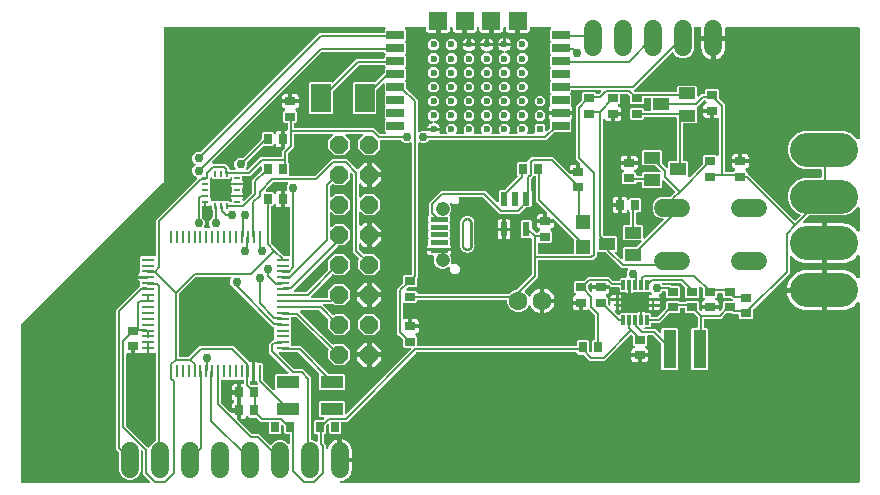
<source format=gbr>
G04 EAGLE Gerber X2 export*
%TF.Part,Single*%
%TF.FileFunction,Copper,L1,Top,Mixed*%
%TF.FilePolarity,Positive*%
%TF.GenerationSoftware,Autodesk,EAGLE,9.0.0*%
%TF.CreationDate,2018-08-29T12:33:52Z*%
G75*
%MOMM*%
%FSLAX34Y34*%
%LPD*%
%AMOC8*
5,1,8,0,0,1.08239X$1,22.5*%
G01*
%ADD10R,0.900000X0.700000*%
%ADD11R,0.700000X0.900000*%
%ADD12R,0.550000X1.200000*%
%ADD13R,1.140000X3.300000*%
%ADD14R,1.200000X1.200000*%
%ADD15R,1.400000X1.000000*%
%ADD16C,1.524000*%
%ADD17R,1.500000X0.700000*%
%ADD18C,0.600000*%
%ADD19R,1.500000X1.500000*%
%ADD20R,0.600000X0.600000*%
%ADD21R,1.100000X0.285000*%
%ADD22R,0.285000X1.100000*%
%ADD23R,0.296800X0.850000*%
%ADD24R,2.400000X1.650000*%
%ADD25R,0.700000X0.280000*%
%ADD26R,1.900000X1.100000*%
%ADD27R,1.700000X2.400000*%
%ADD28R,0.500000X0.250000*%
%ADD29R,0.250000X0.500000*%
%ADD30P,1.649562X8X292.500000*%
%ADD31C,1.600000*%
%ADD32C,0.090000*%
%ADD33C,1.208000*%
%ADD34R,0.100000X0.100000*%
%ADD35C,2.895600*%
%ADD36C,0.203200*%
%ADD37C,0.756400*%

G36*
X709570Y76815D02*
X709570Y76815D01*
X709628Y76823D01*
X709687Y76821D01*
X709768Y76843D01*
X709852Y76854D01*
X709905Y76878D01*
X709962Y76893D01*
X710034Y76936D01*
X710111Y76971D01*
X710156Y77008D01*
X710206Y77038D01*
X710264Y77100D01*
X710328Y77154D01*
X710361Y77203D01*
X710401Y77246D01*
X710439Y77321D01*
X710486Y77391D01*
X710503Y77447D01*
X710530Y77499D01*
X710541Y77567D01*
X710571Y77662D01*
X710574Y77762D01*
X710585Y77830D01*
X710585Y229390D01*
X710572Y229485D01*
X710567Y229580D01*
X710552Y229625D01*
X710546Y229672D01*
X710507Y229759D01*
X710476Y229849D01*
X710449Y229888D01*
X710429Y229931D01*
X710368Y230004D01*
X710313Y230082D01*
X710276Y230112D01*
X710246Y230148D01*
X710166Y230201D01*
X710092Y230261D01*
X710048Y230279D01*
X710009Y230306D01*
X709918Y230335D01*
X709830Y230372D01*
X709783Y230377D01*
X709738Y230391D01*
X709643Y230394D01*
X709548Y230405D01*
X709501Y230398D01*
X709454Y230399D01*
X709361Y230375D01*
X709267Y230359D01*
X709224Y230339D01*
X709179Y230327D01*
X709097Y230278D01*
X709010Y230237D01*
X708980Y230209D01*
X708934Y230182D01*
X708820Y230059D01*
X708765Y230008D01*
X708021Y229039D01*
X706443Y227461D01*
X704673Y226103D01*
X702741Y224988D01*
X700680Y224134D01*
X698525Y223556D01*
X696314Y223265D01*
X682751Y223265D01*
X682751Y239268D01*
X682743Y239324D01*
X682745Y239371D01*
X682744Y239372D01*
X682745Y239384D01*
X682723Y239466D01*
X682711Y239549D01*
X682687Y239603D01*
X682673Y239659D01*
X682630Y239732D01*
X682595Y239809D01*
X682557Y239853D01*
X682527Y239904D01*
X682466Y239961D01*
X682411Y240026D01*
X682363Y240058D01*
X682320Y240098D01*
X682245Y240137D01*
X682175Y240183D01*
X682119Y240201D01*
X682067Y240228D01*
X681999Y240239D01*
X681904Y240269D01*
X681804Y240272D01*
X681736Y240283D01*
X680719Y240283D01*
X680719Y240285D01*
X681736Y240285D01*
X681794Y240293D01*
X681852Y240292D01*
X681934Y240313D01*
X682017Y240325D01*
X682071Y240349D01*
X682127Y240363D01*
X682200Y240406D01*
X682277Y240441D01*
X682322Y240479D01*
X682372Y240509D01*
X682430Y240570D01*
X682494Y240625D01*
X682526Y240673D01*
X682566Y240716D01*
X682605Y240791D01*
X682651Y240861D01*
X682669Y240917D01*
X682696Y240969D01*
X682707Y241037D01*
X682737Y241132D01*
X682740Y241232D01*
X682751Y241300D01*
X682751Y257303D01*
X696314Y257303D01*
X698525Y257012D01*
X700680Y256434D01*
X702741Y255580D01*
X704673Y254465D01*
X706443Y253107D01*
X708021Y251529D01*
X708765Y250560D01*
X708833Y250493D01*
X708895Y250420D01*
X708934Y250394D01*
X708968Y250361D01*
X709052Y250315D01*
X709131Y250262D01*
X709176Y250248D01*
X709218Y250226D01*
X709311Y250205D01*
X709402Y250177D01*
X709450Y250175D01*
X709496Y250165D01*
X709591Y250172D01*
X709687Y250169D01*
X709732Y250181D01*
X709779Y250184D01*
X709869Y250217D01*
X709962Y250241D01*
X710002Y250265D01*
X710047Y250281D01*
X710124Y250337D01*
X710206Y250386D01*
X710238Y250421D01*
X710276Y250448D01*
X710335Y250524D01*
X710401Y250594D01*
X710422Y250636D01*
X710451Y250673D01*
X710486Y250762D01*
X710530Y250847D01*
X710537Y250888D01*
X710556Y250937D01*
X710573Y251104D01*
X710585Y251178D01*
X710585Y269014D01*
X710572Y269109D01*
X710567Y269204D01*
X710552Y269249D01*
X710546Y269296D01*
X710507Y269383D01*
X710476Y269473D01*
X710449Y269512D01*
X710429Y269555D01*
X710368Y269628D01*
X710313Y269706D01*
X710276Y269736D01*
X710246Y269772D01*
X710166Y269825D01*
X710092Y269885D01*
X710048Y269903D01*
X710009Y269930D01*
X709918Y269959D01*
X709830Y269996D01*
X709783Y270001D01*
X709738Y270015D01*
X709643Y270018D01*
X709548Y270029D01*
X709501Y270022D01*
X709454Y270023D01*
X709361Y269999D01*
X709267Y269983D01*
X709224Y269963D01*
X709179Y269951D01*
X709097Y269902D01*
X709010Y269861D01*
X708980Y269833D01*
X708934Y269806D01*
X708820Y269683D01*
X708765Y269632D01*
X708021Y268663D01*
X706443Y267085D01*
X704673Y265727D01*
X702741Y264612D01*
X700680Y263758D01*
X698525Y263180D01*
X696314Y262889D01*
X682751Y262889D01*
X682751Y278892D01*
X682744Y278943D01*
X682745Y278966D01*
X682744Y278969D01*
X682745Y279008D01*
X682723Y279090D01*
X682711Y279173D01*
X682687Y279227D01*
X682673Y279283D01*
X682630Y279356D01*
X682595Y279433D01*
X682557Y279477D01*
X682527Y279528D01*
X682466Y279585D01*
X682411Y279650D01*
X682363Y279682D01*
X682320Y279722D01*
X682245Y279761D01*
X682175Y279807D01*
X682119Y279825D01*
X682067Y279852D01*
X681999Y279863D01*
X681904Y279893D01*
X681804Y279896D01*
X681736Y279907D01*
X679704Y279907D01*
X679646Y279899D01*
X679588Y279900D01*
X679506Y279879D01*
X679423Y279867D01*
X679369Y279843D01*
X679313Y279829D01*
X679240Y279786D01*
X679163Y279751D01*
X679118Y279713D01*
X679068Y279683D01*
X679010Y279622D01*
X678946Y279567D01*
X678914Y279519D01*
X678874Y279476D01*
X678835Y279401D01*
X678789Y279331D01*
X678771Y279275D01*
X678744Y279223D01*
X678733Y279155D01*
X678703Y279060D01*
X678700Y278960D01*
X678689Y278892D01*
X678689Y262889D01*
X665126Y262889D01*
X662915Y263180D01*
X660760Y263758D01*
X658699Y264612D01*
X656767Y265727D01*
X654997Y267085D01*
X653419Y268663D01*
X653332Y268777D01*
X653263Y268844D01*
X653201Y268917D01*
X653162Y268943D01*
X653129Y268976D01*
X653044Y269022D01*
X652965Y269075D01*
X652920Y269089D01*
X652878Y269111D01*
X652785Y269131D01*
X652694Y269160D01*
X652647Y269162D01*
X652601Y269172D01*
X652505Y269165D01*
X652410Y269168D01*
X652364Y269156D01*
X652317Y269153D01*
X652227Y269120D01*
X652135Y269096D01*
X652094Y269072D01*
X652050Y269056D01*
X651972Y268999D01*
X651890Y268951D01*
X651858Y268916D01*
X651820Y268888D01*
X651761Y268813D01*
X651696Y268743D01*
X651674Y268701D01*
X651645Y268664D01*
X651610Y268575D01*
X651566Y268490D01*
X651559Y268449D01*
X651540Y268400D01*
X651523Y268233D01*
X651511Y268159D01*
X651511Y254980D01*
X649725Y253194D01*
X621002Y224471D01*
X620950Y224401D01*
X620890Y224337D01*
X620864Y224288D01*
X620831Y224244D01*
X620800Y224162D01*
X620760Y224084D01*
X620752Y224037D01*
X620730Y223978D01*
X620718Y223830D01*
X620705Y223753D01*
X620705Y216698D01*
X619812Y215805D01*
X609548Y215805D01*
X608655Y216698D01*
X608655Y218694D01*
X608647Y218752D01*
X608649Y218810D01*
X608627Y218892D01*
X608615Y218976D01*
X608592Y219029D01*
X608577Y219085D01*
X608534Y219158D01*
X608499Y219235D01*
X608461Y219280D01*
X608432Y219330D01*
X608370Y219388D01*
X608316Y219452D01*
X608267Y219484D01*
X608224Y219524D01*
X608149Y219563D01*
X608079Y219610D01*
X608023Y219627D01*
X607971Y219654D01*
X607903Y219665D01*
X607808Y219695D01*
X607708Y219698D01*
X607640Y219709D01*
X603468Y219709D01*
X602589Y220588D01*
X602519Y220640D01*
X602455Y220700D01*
X602406Y220726D01*
X602362Y220759D01*
X602280Y220790D01*
X602202Y220830D01*
X602155Y220838D01*
X602096Y220860D01*
X601948Y220872D01*
X601871Y220885D01*
X598279Y220885D01*
X598192Y220873D01*
X598105Y220870D01*
X598052Y220853D01*
X597997Y220845D01*
X597918Y220810D01*
X597834Y220783D01*
X597795Y220755D01*
X597738Y220729D01*
X597625Y220633D01*
X597561Y220588D01*
X594912Y217939D01*
X593126Y216153D01*
X579628Y216153D01*
X579570Y216145D01*
X579512Y216147D01*
X579430Y216125D01*
X579346Y216113D01*
X579293Y216090D01*
X579237Y216075D01*
X579164Y216032D01*
X579087Y215997D01*
X579042Y215959D01*
X578992Y215930D01*
X578934Y215868D01*
X578870Y215814D01*
X578838Y215765D01*
X578798Y215722D01*
X578759Y215647D01*
X578712Y215577D01*
X578695Y215521D01*
X578668Y215469D01*
X578657Y215401D01*
X578627Y215306D01*
X578624Y215206D01*
X578613Y215138D01*
X578613Y209540D01*
X578621Y209482D01*
X578619Y209424D01*
X578641Y209342D01*
X578653Y209258D01*
X578676Y209205D01*
X578691Y209149D01*
X578734Y209076D01*
X578769Y208999D01*
X578807Y208954D01*
X578836Y208904D01*
X578898Y208846D01*
X578952Y208782D01*
X579001Y208750D01*
X579044Y208710D01*
X579119Y208671D01*
X579189Y208624D01*
X579245Y208607D01*
X579297Y208580D01*
X579365Y208569D01*
X579460Y208539D01*
X579560Y208536D01*
X579628Y208525D01*
X581642Y208525D01*
X582535Y207632D01*
X582535Y173368D01*
X581642Y172475D01*
X568978Y172475D01*
X568085Y173368D01*
X568085Y207632D01*
X568978Y208525D01*
X572516Y208525D01*
X572574Y208533D01*
X572632Y208531D01*
X572714Y208553D01*
X572798Y208565D01*
X572851Y208588D01*
X572907Y208603D01*
X572980Y208646D01*
X573057Y208681D01*
X573102Y208719D01*
X573152Y208748D01*
X573210Y208810D01*
X573274Y208864D01*
X573306Y208913D01*
X573346Y208956D01*
X573385Y209031D01*
X573432Y209101D01*
X573449Y209157D01*
X573476Y209209D01*
X573487Y209277D01*
X573517Y209372D01*
X573520Y209472D01*
X573531Y209540D01*
X573531Y217221D01*
X573519Y217308D01*
X573516Y217395D01*
X573499Y217448D01*
X573491Y217503D01*
X573456Y217582D01*
X573429Y217666D01*
X573401Y217705D01*
X573375Y217762D01*
X573279Y217875D01*
X573234Y217939D01*
X570585Y220588D01*
X570515Y220640D01*
X570451Y220700D01*
X570402Y220726D01*
X570358Y220759D01*
X570276Y220790D01*
X570198Y220830D01*
X570151Y220838D01*
X570092Y220860D01*
X569944Y220872D01*
X569867Y220885D01*
X563828Y220885D01*
X562935Y221778D01*
X562935Y224028D01*
X562927Y224086D01*
X562929Y224142D01*
X562929Y224144D01*
X562907Y224226D01*
X562895Y224310D01*
X562872Y224363D01*
X562857Y224419D01*
X562814Y224492D01*
X562779Y224569D01*
X562741Y224614D01*
X562712Y224664D01*
X562650Y224722D01*
X562596Y224786D01*
X562547Y224818D01*
X562504Y224858D01*
X562429Y224897D01*
X562359Y224944D01*
X562303Y224961D01*
X562251Y224988D01*
X562183Y224999D01*
X562088Y225029D01*
X561988Y225032D01*
X561920Y225043D01*
X559490Y225043D01*
X559432Y225035D01*
X559374Y225037D01*
X559292Y225015D01*
X559208Y225003D01*
X559155Y224980D01*
X559099Y224965D01*
X559026Y224922D01*
X558949Y224887D01*
X558904Y224849D01*
X558854Y224820D01*
X558796Y224758D01*
X558732Y224704D01*
X558700Y224655D01*
X558660Y224612D01*
X558621Y224537D01*
X558574Y224467D01*
X558557Y224411D01*
X558530Y224359D01*
X558519Y224291D01*
X558489Y224196D01*
X558486Y224096D01*
X558475Y224028D01*
X558475Y221778D01*
X557582Y220885D01*
X550273Y220885D01*
X550186Y220873D01*
X550099Y220870D01*
X550046Y220853D01*
X549991Y220845D01*
X549912Y220810D01*
X549828Y220783D01*
X549789Y220755D01*
X549732Y220729D01*
X549619Y220633D01*
X549555Y220588D01*
X541564Y212597D01*
X534724Y212597D01*
X534666Y212589D01*
X534608Y212591D01*
X534526Y212569D01*
X534442Y212557D01*
X534389Y212534D01*
X534333Y212519D01*
X534260Y212476D01*
X534183Y212441D01*
X534138Y212403D01*
X534088Y212374D01*
X534030Y212312D01*
X533966Y212258D01*
X533934Y212209D01*
X533894Y212166D01*
X533855Y212091D01*
X533808Y212021D01*
X533791Y211965D01*
X533764Y211913D01*
X533753Y211845D01*
X533723Y211750D01*
X533720Y211650D01*
X533709Y211582D01*
X533709Y210238D01*
X532816Y209345D01*
X529673Y209345D01*
X529586Y209333D01*
X529499Y209330D01*
X529446Y209313D01*
X529391Y209305D01*
X529312Y209270D01*
X529228Y209243D01*
X529189Y209215D01*
X529132Y209189D01*
X529019Y209093D01*
X528955Y209048D01*
X528651Y208744D01*
X528633Y208720D01*
X528611Y208701D01*
X528548Y208607D01*
X528480Y208517D01*
X528470Y208489D01*
X528453Y208465D01*
X528419Y208357D01*
X528379Y208251D01*
X528376Y208222D01*
X528368Y208194D01*
X528365Y208080D01*
X528355Y207968D01*
X528361Y207939D01*
X528360Y207910D01*
X528389Y207800D01*
X528411Y207689D01*
X528425Y207663D01*
X528432Y207635D01*
X528490Y207537D01*
X528542Y207437D01*
X528562Y207415D01*
X528577Y207390D01*
X528660Y207313D01*
X528738Y207231D01*
X528763Y207216D01*
X528785Y207196D01*
X528886Y207144D01*
X528983Y207087D01*
X529012Y207080D01*
X529038Y207066D01*
X529115Y207053D01*
X529259Y207017D01*
X529321Y207019D01*
X529369Y207011D01*
X538008Y207011D01*
X540952Y204067D01*
X540976Y204049D01*
X540995Y204027D01*
X541089Y203964D01*
X541179Y203896D01*
X541207Y203886D01*
X541231Y203869D01*
X541339Y203835D01*
X541445Y203795D01*
X541474Y203792D01*
X541502Y203784D01*
X541616Y203781D01*
X541728Y203771D01*
X541757Y203777D01*
X541786Y203776D01*
X541896Y203805D01*
X542007Y203827D01*
X542033Y203841D01*
X542061Y203848D01*
X542159Y203906D01*
X542259Y203958D01*
X542281Y203978D01*
X542306Y203993D01*
X542383Y204076D01*
X542465Y204154D01*
X542480Y204179D01*
X542500Y204201D01*
X542552Y204302D01*
X542609Y204399D01*
X542616Y204428D01*
X542630Y204454D01*
X542643Y204531D01*
X542679Y204675D01*
X542677Y204737D01*
X542685Y204785D01*
X542685Y207632D01*
X543578Y208525D01*
X556242Y208525D01*
X557135Y207632D01*
X557135Y173368D01*
X556242Y172475D01*
X543578Y172475D01*
X542685Y173368D01*
X542685Y194727D01*
X542673Y194814D01*
X542670Y194901D01*
X542653Y194954D01*
X542645Y195009D01*
X542610Y195088D01*
X542583Y195172D01*
X542555Y195211D01*
X542529Y195268D01*
X542433Y195381D01*
X542388Y195445D01*
X536201Y201632D01*
X536131Y201684D01*
X536067Y201744D01*
X536018Y201770D01*
X535974Y201803D01*
X535892Y201834D01*
X535814Y201874D01*
X535767Y201882D01*
X535708Y201904D01*
X535560Y201916D01*
X535483Y201929D01*
X531550Y201929D01*
X531492Y201921D01*
X531434Y201923D01*
X531352Y201901D01*
X531268Y201889D01*
X531215Y201866D01*
X531159Y201851D01*
X531086Y201808D01*
X531009Y201773D01*
X530964Y201735D01*
X530914Y201706D01*
X530856Y201644D01*
X530792Y201590D01*
X530760Y201541D01*
X530720Y201498D01*
X530681Y201423D01*
X530634Y201353D01*
X530617Y201297D01*
X530590Y201245D01*
X530579Y201177D01*
X530549Y201082D01*
X530546Y200982D01*
X530535Y200914D01*
X530535Y194138D01*
X529610Y193213D01*
X529555Y193205D01*
X529546Y193201D01*
X529536Y193200D01*
X529416Y193143D01*
X529295Y193089D01*
X529288Y193083D01*
X529279Y193079D01*
X529179Y192991D01*
X529078Y192906D01*
X529073Y192897D01*
X529066Y192891D01*
X528994Y192780D01*
X528921Y192669D01*
X528918Y192659D01*
X528913Y192651D01*
X528875Y192525D01*
X528835Y192398D01*
X528835Y192388D01*
X528832Y192379D01*
X528831Y192246D01*
X528828Y192114D01*
X528830Y192104D01*
X528830Y192094D01*
X528866Y191966D01*
X528899Y191839D01*
X528904Y191830D01*
X528907Y191821D01*
X528977Y191707D01*
X529045Y191594D01*
X529052Y191587D01*
X529057Y191579D01*
X529155Y191490D01*
X529252Y191400D01*
X529261Y191395D01*
X529268Y191389D01*
X529320Y191365D01*
X529505Y191270D01*
X529541Y191264D01*
X529573Y191249D01*
X529991Y191138D01*
X530570Y190803D01*
X531043Y190330D01*
X531378Y189751D01*
X531551Y189104D01*
X531551Y187019D01*
X525244Y187019D01*
X525186Y187011D01*
X525128Y187013D01*
X525046Y186991D01*
X524963Y186979D01*
X524909Y186956D01*
X524853Y186941D01*
X524780Y186898D01*
X524703Y186863D01*
X524659Y186825D01*
X524608Y186796D01*
X524551Y186734D01*
X524507Y186697D01*
X524506Y186698D01*
X524451Y186762D01*
X524403Y186794D01*
X524360Y186834D01*
X524285Y186873D01*
X524215Y186920D01*
X524159Y186937D01*
X524107Y186964D01*
X524039Y186975D01*
X523944Y187005D01*
X523844Y187008D01*
X523776Y187019D01*
X517469Y187019D01*
X517469Y189104D01*
X517642Y189751D01*
X517977Y190330D01*
X518450Y190803D01*
X519029Y191138D01*
X519447Y191249D01*
X519456Y191253D01*
X519465Y191255D01*
X519586Y191309D01*
X519708Y191361D01*
X519716Y191367D01*
X519725Y191371D01*
X519826Y191456D01*
X519929Y191540D01*
X519934Y191548D01*
X519942Y191555D01*
X520015Y191665D01*
X520091Y191774D01*
X520094Y191783D01*
X520099Y191791D01*
X520139Y191918D01*
X520182Y192043D01*
X520182Y192053D01*
X520185Y192062D01*
X520188Y192195D01*
X520194Y192327D01*
X520192Y192337D01*
X520192Y192346D01*
X520159Y192475D01*
X520128Y192603D01*
X520123Y192612D01*
X520121Y192621D01*
X520053Y192735D01*
X519987Y192851D01*
X519980Y192857D01*
X519975Y192866D01*
X519878Y192957D01*
X519784Y193049D01*
X519775Y193054D01*
X519768Y193060D01*
X519649Y193121D01*
X519533Y193183D01*
X519524Y193185D01*
X519515Y193190D01*
X519459Y193199D01*
X519415Y193209D01*
X518485Y194138D01*
X518485Y201147D01*
X518473Y201234D01*
X518470Y201321D01*
X518453Y201374D01*
X518445Y201429D01*
X518410Y201508D01*
X518383Y201592D01*
X518355Y201631D01*
X518329Y201688D01*
X518233Y201801D01*
X518188Y201865D01*
X518116Y201937D01*
X518069Y201972D01*
X518029Y202015D01*
X517956Y202057D01*
X517889Y202108D01*
X517834Y202129D01*
X517784Y202158D01*
X517702Y202179D01*
X517623Y202209D01*
X517565Y202214D01*
X517508Y202228D01*
X517424Y202226D01*
X517340Y202233D01*
X517282Y202221D01*
X517224Y202219D01*
X517144Y202193D01*
X517061Y202177D01*
X517009Y202150D01*
X516953Y202132D01*
X516897Y202092D01*
X516809Y202046D01*
X516736Y201977D01*
X516680Y201937D01*
X495336Y180593D01*
X482564Y180593D01*
X477709Y185448D01*
X477639Y185500D01*
X477575Y185560D01*
X477526Y185586D01*
X477482Y185619D01*
X477400Y185650D01*
X477322Y185690D01*
X477275Y185698D01*
X477216Y185720D01*
X477068Y185732D01*
X476991Y185745D01*
X471968Y185745D01*
X471075Y186638D01*
X471075Y186690D01*
X471067Y186748D01*
X471069Y186806D01*
X471047Y186888D01*
X471035Y186972D01*
X471012Y187025D01*
X470997Y187081D01*
X470954Y187154D01*
X470919Y187231D01*
X470881Y187276D01*
X470852Y187326D01*
X470790Y187384D01*
X470736Y187448D01*
X470687Y187480D01*
X470644Y187520D01*
X470569Y187559D01*
X470499Y187606D01*
X470443Y187623D01*
X470391Y187650D01*
X470323Y187661D01*
X470228Y187691D01*
X470128Y187694D01*
X470060Y187705D01*
X335737Y187705D01*
X335650Y187693D01*
X335563Y187690D01*
X335510Y187673D01*
X335455Y187665D01*
X335376Y187630D01*
X335292Y187603D01*
X335253Y187575D01*
X335196Y187549D01*
X335083Y187453D01*
X335019Y187408D01*
X276642Y129031D01*
X272890Y129031D01*
X272832Y129023D01*
X272774Y129025D01*
X272692Y129003D01*
X272608Y128991D01*
X272555Y128968D01*
X272499Y128953D01*
X272426Y128910D01*
X272349Y128875D01*
X272304Y128837D01*
X272254Y128808D01*
X272196Y128746D01*
X272132Y128692D01*
X272100Y128643D01*
X272060Y128600D01*
X272021Y128525D01*
X271974Y128455D01*
X271957Y128399D01*
X271930Y128347D01*
X271919Y128279D01*
X271889Y128184D01*
X271886Y128084D01*
X271875Y128016D01*
X271875Y119328D01*
X270982Y118435D01*
X262718Y118435D01*
X261825Y119328D01*
X261825Y125987D01*
X261821Y126016D01*
X261824Y126045D01*
X261801Y126156D01*
X261785Y126269D01*
X261773Y126295D01*
X261768Y126324D01*
X261715Y126425D01*
X261669Y126528D01*
X261650Y126550D01*
X261637Y126576D01*
X261559Y126659D01*
X261486Y126745D01*
X261461Y126761D01*
X261441Y126783D01*
X261343Y126840D01*
X261249Y126903D01*
X261221Y126911D01*
X261196Y126926D01*
X261086Y126954D01*
X260978Y126988D01*
X260948Y126989D01*
X260920Y126996D01*
X260807Y126993D01*
X260694Y126996D01*
X260665Y126988D01*
X260636Y126987D01*
X260528Y126952D01*
X260419Y126924D01*
X260393Y126909D01*
X260365Y126900D01*
X260301Y126854D01*
X260174Y126779D01*
X260131Y126733D01*
X260092Y126705D01*
X259172Y125785D01*
X259120Y125715D01*
X259060Y125651D01*
X259034Y125602D01*
X259001Y125558D01*
X258970Y125476D01*
X258930Y125398D01*
X258922Y125351D01*
X258900Y125292D01*
X258888Y125144D01*
X258875Y125067D01*
X258875Y119328D01*
X257982Y118435D01*
X257810Y118435D01*
X257752Y118427D01*
X257694Y118429D01*
X257612Y118407D01*
X257528Y118395D01*
X257475Y118372D01*
X257419Y118357D01*
X257346Y118314D01*
X257269Y118279D01*
X257224Y118241D01*
X257174Y118212D01*
X257116Y118150D01*
X257052Y118096D01*
X257020Y118047D01*
X256980Y118004D01*
X256941Y117929D01*
X256894Y117859D01*
X256877Y117803D01*
X256850Y117751D01*
X256839Y117683D01*
X256809Y117588D01*
X256806Y117488D01*
X256795Y117420D01*
X256795Y111709D01*
X256807Y111622D01*
X256810Y111535D01*
X256827Y111482D01*
X256835Y111427D01*
X256870Y111348D01*
X256897Y111264D01*
X256925Y111225D01*
X256951Y111168D01*
X257047Y111055D01*
X257092Y110991D01*
X258573Y109510D01*
X258573Y106623D01*
X258582Y106561D01*
X258581Y106497D01*
X258601Y106420D01*
X258613Y106341D01*
X258638Y106284D01*
X258655Y106223D01*
X258696Y106155D01*
X258729Y106082D01*
X258770Y106034D01*
X258802Y105980D01*
X258861Y105926D01*
X258912Y105865D01*
X258965Y105830D01*
X259011Y105787D01*
X259083Y105752D01*
X259149Y105707D01*
X259209Y105688D01*
X259266Y105660D01*
X259344Y105646D01*
X259420Y105622D01*
X259483Y105620D01*
X259545Y105609D01*
X259625Y105616D01*
X259704Y105614D01*
X259765Y105630D01*
X259828Y105637D01*
X259902Y105666D01*
X259979Y105686D01*
X260033Y105718D01*
X260092Y105742D01*
X260155Y105791D01*
X260224Y105831D01*
X260267Y105878D01*
X260317Y105916D01*
X260364Y105981D01*
X260418Y106039D01*
X260447Y106095D01*
X260484Y106146D01*
X260505Y106209D01*
X260548Y106292D01*
X260562Y106380D01*
X260591Y106464D01*
X260600Y106519D01*
X261094Y108040D01*
X261820Y109465D01*
X262760Y110759D01*
X263891Y111890D01*
X265185Y112830D01*
X266610Y113556D01*
X268131Y114051D01*
X268479Y114106D01*
X268479Y97536D01*
X268487Y97478D01*
X268485Y97420D01*
X268507Y97338D01*
X268519Y97255D01*
X268543Y97201D01*
X268557Y97145D01*
X268600Y97072D01*
X268635Y96995D01*
X268673Y96951D01*
X268703Y96900D01*
X268764Y96843D01*
X268819Y96778D01*
X268867Y96746D01*
X268910Y96706D01*
X268985Y96667D01*
X269055Y96621D01*
X269111Y96603D01*
X269163Y96576D01*
X269231Y96565D01*
X269326Y96535D01*
X269426Y96532D01*
X269494Y96521D01*
X270511Y96521D01*
X270511Y95504D01*
X270519Y95446D01*
X270518Y95388D01*
X270539Y95306D01*
X270551Y95223D01*
X270575Y95169D01*
X270589Y95113D01*
X270632Y95040D01*
X270667Y94963D01*
X270705Y94918D01*
X270735Y94868D01*
X270796Y94810D01*
X270851Y94746D01*
X270899Y94714D01*
X270942Y94674D01*
X271017Y94635D01*
X271087Y94589D01*
X271143Y94571D01*
X271195Y94544D01*
X271263Y94533D01*
X271358Y94503D01*
X271458Y94500D01*
X271526Y94489D01*
X280671Y94489D01*
X280671Y88100D01*
X280421Y86521D01*
X279926Y85000D01*
X279200Y83575D01*
X278260Y82281D01*
X277129Y81150D01*
X275835Y80210D01*
X274410Y79484D01*
X272889Y78989D01*
X271898Y78833D01*
X271838Y78814D01*
X271776Y78805D01*
X271703Y78773D01*
X271627Y78749D01*
X271574Y78715D01*
X271516Y78689D01*
X271455Y78637D01*
X271389Y78594D01*
X271347Y78546D01*
X271299Y78505D01*
X271255Y78439D01*
X271203Y78378D01*
X271177Y78321D01*
X271142Y78269D01*
X271118Y78193D01*
X271084Y78120D01*
X271075Y78058D01*
X271056Y77998D01*
X271054Y77918D01*
X271042Y77839D01*
X271050Y77776D01*
X271049Y77713D01*
X271069Y77636D01*
X271079Y77557D01*
X271105Y77499D01*
X271120Y77438D01*
X271161Y77370D01*
X271193Y77297D01*
X271234Y77248D01*
X271266Y77194D01*
X271324Y77139D01*
X271375Y77078D01*
X271427Y77043D01*
X271473Y76999D01*
X271544Y76963D01*
X271610Y76918D01*
X271670Y76899D01*
X271726Y76870D01*
X271791Y76859D01*
X271880Y76830D01*
X271969Y76829D01*
X272057Y76815D01*
X709570Y76815D01*
G37*
G36*
X109194Y76819D02*
X109194Y76819D01*
X109224Y76816D01*
X109335Y76838D01*
X109447Y76854D01*
X109474Y76866D01*
X109502Y76872D01*
X109603Y76924D01*
X109706Y76971D01*
X109729Y76990D01*
X109755Y77003D01*
X109837Y77081D01*
X109923Y77154D01*
X109940Y77179D01*
X109961Y77199D01*
X110018Y77297D01*
X110081Y77391D01*
X110090Y77419D01*
X110104Y77444D01*
X110132Y77554D01*
X110167Y77662D01*
X110167Y77691D01*
X110175Y77720D01*
X110171Y77833D01*
X110174Y77946D01*
X110166Y77975D01*
X110166Y78004D01*
X110131Y78112D01*
X110102Y78221D01*
X110087Y78246D01*
X110078Y78274D01*
X110033Y78338D01*
X109957Y78466D01*
X109911Y78508D01*
X109883Y78548D01*
X104139Y84292D01*
X104139Y103429D01*
X104127Y103516D01*
X104124Y103603D01*
X104107Y103656D01*
X104099Y103711D01*
X104064Y103790D01*
X104037Y103874D01*
X104009Y103913D01*
X103983Y103970D01*
X103887Y104083D01*
X103842Y104147D01*
X103588Y104401D01*
X103564Y104419D01*
X103545Y104441D01*
X103451Y104504D01*
X103361Y104572D01*
X103333Y104582D01*
X103309Y104599D01*
X103201Y104633D01*
X103095Y104673D01*
X103066Y104676D01*
X103038Y104684D01*
X102925Y104687D01*
X102812Y104697D01*
X102783Y104691D01*
X102754Y104692D01*
X102644Y104663D01*
X102533Y104641D01*
X102507Y104627D01*
X102479Y104620D01*
X102381Y104562D01*
X102281Y104510D01*
X102259Y104490D01*
X102234Y104475D01*
X102157Y104392D01*
X102075Y104314D01*
X102060Y104289D01*
X102040Y104267D01*
X101988Y104167D01*
X101931Y104069D01*
X101924Y104040D01*
X101910Y104014D01*
X101897Y103937D01*
X101861Y103793D01*
X101863Y103731D01*
X101855Y103683D01*
X101855Y87081D01*
X100463Y83720D01*
X97890Y81147D01*
X94529Y79755D01*
X90891Y79755D01*
X87530Y81147D01*
X84957Y83720D01*
X83565Y87081D01*
X83565Y102667D01*
X83553Y102754D01*
X83550Y102841D01*
X83533Y102894D01*
X83525Y102949D01*
X83490Y103028D01*
X83463Y103112D01*
X83435Y103151D01*
X83409Y103208D01*
X83313Y103321D01*
X83268Y103385D01*
X81025Y105628D01*
X81025Y223302D01*
X82811Y225088D01*
X100778Y243055D01*
X100830Y243125D01*
X100890Y243189D01*
X100916Y243238D01*
X100949Y243282D01*
X100980Y243364D01*
X101020Y243442D01*
X101028Y243489D01*
X101050Y243548D01*
X101062Y243696D01*
X101075Y243773D01*
X101075Y247186D01*
X101063Y247273D01*
X101060Y247360D01*
X101043Y247413D01*
X101035Y247468D01*
X101000Y247547D01*
X100973Y247631D01*
X100945Y247670D01*
X100919Y247727D01*
X100823Y247840D01*
X100778Y247904D01*
X100567Y248115D01*
X100232Y248694D01*
X100059Y249341D01*
X100059Y250085D01*
X108100Y250085D01*
X108158Y250093D01*
X108216Y250091D01*
X108298Y250113D01*
X108381Y250124D01*
X108435Y250148D01*
X108491Y250163D01*
X108564Y250206D01*
X108641Y250241D01*
X108685Y250278D01*
X108735Y250308D01*
X108793Y250370D01*
X108858Y250424D01*
X108890Y250473D01*
X108930Y250516D01*
X108968Y250591D01*
X109015Y250661D01*
X109033Y250717D01*
X109059Y250769D01*
X109071Y250837D01*
X109101Y250932D01*
X109104Y251032D01*
X109115Y251100D01*
X109107Y251158D01*
X109108Y251216D01*
X109087Y251298D01*
X109075Y251382D01*
X109051Y251435D01*
X109036Y251492D01*
X108993Y251564D01*
X108959Y251641D01*
X108921Y251686D01*
X108891Y251736D01*
X108830Y251794D01*
X108775Y251858D01*
X108727Y251890D01*
X108684Y251930D01*
X108609Y251969D01*
X108539Y252016D01*
X108483Y252033D01*
X108431Y252060D01*
X108363Y252071D01*
X108268Y252101D01*
X108168Y252104D01*
X108100Y252115D01*
X100059Y252115D01*
X100059Y252859D01*
X100232Y253506D01*
X100567Y254085D01*
X100778Y254296D01*
X100830Y254366D01*
X100890Y254430D01*
X100916Y254479D01*
X100949Y254523D01*
X100980Y254605D01*
X101020Y254683D01*
X101028Y254730D01*
X101050Y254789D01*
X101062Y254937D01*
X101075Y255014D01*
X101075Y258403D01*
X101078Y258434D01*
X101092Y258491D01*
X101090Y258575D01*
X101096Y258658D01*
X101085Y258716D01*
X101083Y258775D01*
X101075Y258799D01*
X101075Y263403D01*
X101078Y263434D01*
X101092Y263491D01*
X101090Y263575D01*
X101096Y263658D01*
X101085Y263716D01*
X101083Y263775D01*
X101075Y263799D01*
X101075Y268157D01*
X101968Y269050D01*
X113792Y269050D01*
X113850Y269058D01*
X113908Y269056D01*
X113990Y269078D01*
X114074Y269090D01*
X114127Y269113D01*
X114183Y269128D01*
X114256Y269171D01*
X114333Y269206D01*
X114378Y269244D01*
X114428Y269273D01*
X114486Y269335D01*
X114550Y269389D01*
X114582Y269438D01*
X114622Y269481D01*
X114661Y269556D01*
X114708Y269626D01*
X114725Y269682D01*
X114752Y269734D01*
X114763Y269802D01*
X114793Y269897D01*
X114796Y269997D01*
X114807Y270065D01*
X114807Y299756D01*
X116593Y301542D01*
X149739Y334689D01*
X149808Y334780D01*
X149882Y334868D01*
X149894Y334894D01*
X149910Y334916D01*
X149951Y335023D01*
X149998Y335128D01*
X150002Y335155D01*
X150012Y335181D01*
X150021Y335296D01*
X150037Y335410D01*
X150033Y335437D01*
X150035Y335465D01*
X150013Y335577D01*
X149996Y335691D01*
X149985Y335716D01*
X149979Y335743D01*
X149926Y335845D01*
X149879Y335950D01*
X149861Y335971D01*
X149848Y335996D01*
X149769Y336079D01*
X149695Y336166D01*
X149674Y336180D01*
X149652Y336202D01*
X149423Y336337D01*
X149410Y336344D01*
X148124Y336877D01*
X146631Y338370D01*
X145823Y340320D01*
X145823Y342432D01*
X146631Y344382D01*
X148241Y345992D01*
X148276Y346039D01*
X148319Y346079D01*
X148362Y346152D01*
X148412Y346219D01*
X148433Y346274D01*
X148463Y346324D01*
X148483Y346406D01*
X148513Y346485D01*
X148518Y346543D01*
X148533Y346600D01*
X148530Y346684D01*
X148537Y346768D01*
X148525Y346826D01*
X148524Y346884D01*
X148498Y346964D01*
X148481Y347047D01*
X148454Y347099D01*
X148436Y347155D01*
X148396Y347211D01*
X148350Y347299D01*
X148281Y347372D01*
X148241Y347428D01*
X146631Y349038D01*
X145823Y350988D01*
X145823Y353100D01*
X146631Y355050D01*
X148124Y356543D01*
X150074Y357351D01*
X152283Y357351D01*
X152299Y357347D01*
X152301Y357347D01*
X152303Y357346D01*
X152442Y357351D01*
X152583Y357355D01*
X152585Y357355D01*
X152587Y357355D01*
X152719Y357398D01*
X152854Y357441D01*
X152856Y357442D01*
X152857Y357443D01*
X152870Y357452D01*
X153090Y357599D01*
X153110Y357623D01*
X153131Y357638D01*
X253202Y457709D01*
X307460Y457709D01*
X307518Y457717D01*
X307576Y457715D01*
X307658Y457737D01*
X307742Y457749D01*
X307795Y457772D01*
X307851Y457787D01*
X307924Y457830D01*
X308001Y457865D01*
X308046Y457903D01*
X308096Y457932D01*
X308154Y457994D01*
X308218Y458048D01*
X308250Y458097D01*
X308290Y458140D01*
X308329Y458215D01*
X308376Y458285D01*
X308393Y458341D01*
X308420Y458393D01*
X308431Y458461D01*
X308461Y458556D01*
X308464Y458656D01*
X308475Y458724D01*
X308475Y460432D01*
X309246Y461202D01*
X309264Y461226D01*
X309286Y461245D01*
X309349Y461339D01*
X309417Y461429D01*
X309427Y461457D01*
X309444Y461481D01*
X309478Y461589D01*
X309518Y461695D01*
X309521Y461724D01*
X309529Y461752D01*
X309532Y461866D01*
X309542Y461978D01*
X309536Y462007D01*
X309537Y462037D01*
X309508Y462146D01*
X309486Y462257D01*
X309472Y462283D01*
X309465Y462312D01*
X309407Y462409D01*
X309355Y462510D01*
X309335Y462531D01*
X309320Y462556D01*
X309237Y462634D01*
X309159Y462716D01*
X309134Y462730D01*
X309112Y462751D01*
X309011Y462802D01*
X308914Y462859D01*
X308885Y462867D01*
X308859Y462880D01*
X308782Y462893D01*
X308638Y462929D01*
X308576Y462927D01*
X308528Y462935D01*
X122331Y462935D01*
X122273Y462927D01*
X122214Y462929D01*
X122133Y462907D01*
X122049Y462896D01*
X121996Y462872D01*
X121939Y462857D01*
X121867Y462814D01*
X121790Y462779D01*
X121745Y462742D01*
X121695Y462712D01*
X121637Y462650D01*
X121573Y462596D01*
X121540Y462547D01*
X121500Y462504D01*
X121462Y462429D01*
X121415Y462359D01*
X121397Y462303D01*
X121371Y462251D01*
X121359Y462183D01*
X121329Y462088D01*
X121327Y461988D01*
X121315Y461920D01*
X121315Y332983D01*
X121315Y332054D01*
X120658Y331396D01*
X912Y211650D01*
X859Y211580D01*
X799Y211517D01*
X774Y211467D01*
X741Y211423D01*
X710Y211341D01*
X670Y211263D01*
X662Y211216D01*
X640Y211157D01*
X627Y211010D01*
X615Y210932D01*
X615Y77830D01*
X623Y77772D01*
X621Y77713D01*
X643Y77632D01*
X654Y77548D01*
X678Y77495D01*
X693Y77438D01*
X736Y77366D01*
X771Y77289D01*
X808Y77244D01*
X838Y77194D01*
X900Y77136D01*
X954Y77072D01*
X1003Y77039D01*
X1046Y76999D01*
X1121Y76961D01*
X1191Y76914D01*
X1247Y76897D01*
X1299Y76870D01*
X1367Y76859D01*
X1462Y76828D01*
X1562Y76826D01*
X1630Y76815D01*
X109165Y76815D01*
X109194Y76819D01*
G37*
G36*
X414093Y237249D02*
X414093Y237249D01*
X414180Y237252D01*
X414233Y237269D01*
X414288Y237277D01*
X414368Y237312D01*
X414451Y237339D01*
X414490Y237367D01*
X414547Y237393D01*
X414660Y237489D01*
X414724Y237534D01*
X416405Y239215D01*
X419940Y240679D01*
X419959Y240680D01*
X420012Y240697D01*
X420067Y240705D01*
X420146Y240740D01*
X420230Y240767D01*
X420269Y240795D01*
X420326Y240821D01*
X420439Y240917D01*
X420503Y240962D01*
X432772Y253231D01*
X432824Y253301D01*
X432884Y253365D01*
X432910Y253414D01*
X432943Y253458D01*
X432974Y253540D01*
X433014Y253618D01*
X433022Y253665D01*
X433044Y253724D01*
X433056Y253872D01*
X433069Y253949D01*
X433069Y283260D01*
X433061Y283318D01*
X433063Y283376D01*
X433041Y283458D01*
X433029Y283542D01*
X433006Y283595D01*
X432991Y283651D01*
X432948Y283724D01*
X432913Y283801D01*
X432875Y283846D01*
X432846Y283896D01*
X432784Y283954D01*
X432730Y284018D01*
X432681Y284050D01*
X432638Y284090D01*
X432563Y284129D01*
X432493Y284176D01*
X432437Y284193D01*
X432385Y284220D01*
X432317Y284231D01*
X432222Y284261D01*
X432122Y284264D01*
X432054Y284275D01*
X425218Y284275D01*
X424325Y285168D01*
X424325Y298432D01*
X425218Y299325D01*
X431982Y299325D01*
X432875Y298432D01*
X432875Y293007D01*
X432882Y292958D01*
X432881Y292946D01*
X432886Y292931D01*
X432887Y292920D01*
X432890Y292833D01*
X432907Y292780D01*
X432915Y292725D01*
X432950Y292646D01*
X432977Y292562D01*
X433005Y292523D01*
X433031Y292466D01*
X433127Y292353D01*
X433172Y292289D01*
X436365Y289096D01*
X436435Y289044D01*
X436499Y288984D01*
X436548Y288958D01*
X436592Y288925D01*
X436674Y288894D01*
X436752Y288854D01*
X436799Y288846D01*
X436858Y288824D01*
X437006Y288812D01*
X437083Y288799D01*
X437460Y288799D01*
X437518Y288807D01*
X437576Y288805D01*
X437658Y288827D01*
X437742Y288839D01*
X437795Y288862D01*
X437851Y288877D01*
X437924Y288920D01*
X438001Y288955D01*
X438046Y288993D01*
X438096Y289022D01*
X438154Y289084D01*
X438218Y289138D01*
X438250Y289187D01*
X438290Y289230D01*
X438329Y289305D01*
X438376Y289375D01*
X438393Y289431D01*
X438420Y289483D01*
X438431Y289551D01*
X438461Y289646D01*
X438463Y289720D01*
X439400Y290657D01*
X439455Y290665D01*
X439464Y290669D01*
X439474Y290670D01*
X439594Y290727D01*
X439715Y290781D01*
X439722Y290787D01*
X439731Y290791D01*
X439831Y290879D01*
X439932Y290964D01*
X439937Y290973D01*
X439944Y290979D01*
X440016Y291090D01*
X440089Y291201D01*
X440092Y291211D01*
X440097Y291219D01*
X440135Y291345D01*
X440175Y291472D01*
X440175Y291482D01*
X440178Y291491D01*
X440179Y291624D01*
X440182Y291756D01*
X440180Y291766D01*
X440180Y291776D01*
X440144Y291903D01*
X440111Y292031D01*
X440106Y292040D01*
X440103Y292049D01*
X440033Y292163D01*
X439965Y292276D01*
X439958Y292283D01*
X439953Y292291D01*
X439855Y292380D01*
X439758Y292470D01*
X439749Y292475D01*
X439742Y292481D01*
X439690Y292505D01*
X439505Y292600D01*
X439469Y292606D01*
X439437Y292621D01*
X439019Y292732D01*
X438440Y293067D01*
X437967Y293540D01*
X437632Y294119D01*
X437459Y294766D01*
X437459Y296851D01*
X443766Y296851D01*
X443824Y296859D01*
X443882Y296857D01*
X443964Y296879D01*
X444047Y296891D01*
X444101Y296914D01*
X444157Y296929D01*
X444230Y296972D01*
X444307Y297007D01*
X444351Y297045D01*
X444402Y297074D01*
X444459Y297136D01*
X444503Y297173D01*
X444504Y297172D01*
X444559Y297108D01*
X444607Y297076D01*
X444650Y297036D01*
X444725Y296997D01*
X444795Y296950D01*
X444851Y296933D01*
X444903Y296906D01*
X444971Y296895D01*
X445066Y296865D01*
X445166Y296862D01*
X445234Y296851D01*
X451541Y296851D01*
X451541Y294766D01*
X451368Y294119D01*
X451033Y293540D01*
X450560Y293067D01*
X449981Y292732D01*
X449563Y292621D01*
X449554Y292617D01*
X449545Y292615D01*
X449424Y292561D01*
X449302Y292509D01*
X449294Y292503D01*
X449285Y292499D01*
X449184Y292413D01*
X449081Y292330D01*
X449076Y292322D01*
X449068Y292315D01*
X448995Y292205D01*
X448919Y292096D01*
X448916Y292087D01*
X448911Y292079D01*
X448871Y291953D01*
X448828Y291827D01*
X448828Y291817D01*
X448825Y291808D01*
X448822Y291675D01*
X448816Y291543D01*
X448818Y291534D01*
X448818Y291524D01*
X448851Y291395D01*
X448882Y291267D01*
X448887Y291258D01*
X448889Y291249D01*
X448957Y291135D01*
X449023Y291019D01*
X449030Y291013D01*
X449035Y291004D01*
X449132Y290913D01*
X449226Y290821D01*
X449235Y290816D01*
X449242Y290810D01*
X449360Y290749D01*
X449477Y290687D01*
X449486Y290685D01*
X449495Y290680D01*
X449551Y290671D01*
X449595Y290661D01*
X450525Y289732D01*
X450525Y281468D01*
X449632Y280575D01*
X439166Y280575D01*
X439108Y280567D01*
X439050Y280569D01*
X438968Y280547D01*
X438884Y280535D01*
X438831Y280512D01*
X438775Y280497D01*
X438702Y280454D01*
X438625Y280419D01*
X438580Y280381D01*
X438530Y280352D01*
X438472Y280290D01*
X438408Y280236D01*
X438376Y280187D01*
X438336Y280144D01*
X438297Y280069D01*
X438250Y279999D01*
X438233Y279943D01*
X438206Y279891D01*
X438195Y279823D01*
X438165Y279728D01*
X438162Y279628D01*
X438151Y279560D01*
X438151Y272034D01*
X438159Y271976D01*
X438157Y271918D01*
X438179Y271836D01*
X438191Y271752D01*
X438214Y271699D01*
X438229Y271643D01*
X438272Y271570D01*
X438307Y271493D01*
X438345Y271448D01*
X438374Y271398D01*
X438436Y271340D01*
X438490Y271276D01*
X438539Y271244D01*
X438582Y271204D01*
X438657Y271165D01*
X438727Y271118D01*
X438783Y271101D01*
X438835Y271074D01*
X438903Y271063D01*
X438998Y271033D01*
X439098Y271030D01*
X439166Y271019D01*
X467710Y271019D01*
X467768Y271027D01*
X467826Y271025D01*
X467908Y271047D01*
X467992Y271059D01*
X468045Y271082D01*
X468101Y271097D01*
X468174Y271140D01*
X468251Y271175D01*
X468296Y271213D01*
X468346Y271242D01*
X468404Y271304D01*
X468468Y271358D01*
X468500Y271407D01*
X468540Y271450D01*
X468579Y271525D01*
X468626Y271595D01*
X468643Y271651D01*
X468670Y271703D01*
X468681Y271771D01*
X468711Y271866D01*
X468714Y271966D01*
X468725Y272034D01*
X468725Y282911D01*
X468717Y282969D01*
X468719Y283027D01*
X468711Y283055D01*
X468710Y283085D01*
X468693Y283138D01*
X468685Y283193D01*
X468661Y283247D01*
X468647Y283302D01*
X468632Y283326D01*
X468623Y283356D01*
X468595Y283395D01*
X468569Y283452D01*
X468530Y283498D01*
X468502Y283546D01*
X468458Y283587D01*
X468428Y283629D01*
X452005Y300052D01*
X451935Y300104D01*
X451871Y300164D01*
X451822Y300190D01*
X451778Y300223D01*
X451696Y300254D01*
X451618Y300294D01*
X451571Y300302D01*
X451512Y300324D01*
X451364Y300336D01*
X451287Y300349D01*
X446249Y300349D01*
X446249Y305387D01*
X446237Y305474D01*
X446234Y305561D01*
X446217Y305614D01*
X446209Y305669D01*
X446174Y305748D01*
X446147Y305832D01*
X446119Y305871D01*
X446093Y305928D01*
X445997Y306041D01*
X445952Y306105D01*
X436625Y315432D01*
X436625Y335860D01*
X436617Y335918D01*
X436619Y335976D01*
X436597Y336058D01*
X436585Y336142D01*
X436562Y336195D01*
X436547Y336251D01*
X436504Y336324D01*
X436469Y336401D01*
X436431Y336446D01*
X436402Y336496D01*
X436340Y336554D01*
X436286Y336618D01*
X436237Y336650D01*
X436194Y336690D01*
X436119Y336729D01*
X436049Y336776D01*
X435993Y336793D01*
X435941Y336820D01*
X435873Y336831D01*
X435778Y336861D01*
X435678Y336864D01*
X435610Y336875D01*
X435123Y336875D01*
X435036Y336863D01*
X434949Y336860D01*
X434896Y336843D01*
X434841Y336835D01*
X434762Y336800D01*
X434678Y336773D01*
X434639Y336745D01*
X434582Y336719D01*
X434469Y336623D01*
X434405Y336578D01*
X433114Y335287D01*
X433062Y335217D01*
X433002Y335153D01*
X432976Y335104D01*
X432943Y335060D01*
X432912Y334978D01*
X432872Y334900D01*
X432864Y334853D01*
X432842Y334794D01*
X432830Y334646D01*
X432817Y334569D01*
X432817Y324910D01*
X432829Y324823D01*
X432832Y324736D01*
X432849Y324683D01*
X432857Y324629D01*
X432875Y324588D01*
X432875Y318533D01*
X432907Y318306D01*
X432911Y318263D01*
X433005Y317922D01*
X432995Y317895D01*
X432977Y317868D01*
X432959Y317813D01*
X432930Y317756D01*
X432923Y317713D01*
X432903Y317662D01*
X432899Y317622D01*
X432891Y317597D01*
X432889Y317515D01*
X432887Y317500D01*
X432875Y317425D01*
X432875Y316215D01*
X432884Y316146D01*
X432882Y316094D01*
X432933Y315666D01*
X432930Y315660D01*
X432917Y315583D01*
X432880Y315434D01*
X432882Y315374D01*
X432875Y315329D01*
X432875Y311168D01*
X431982Y310275D01*
X428081Y310275D01*
X427994Y310263D01*
X427907Y310260D01*
X427854Y310243D01*
X427799Y310235D01*
X427720Y310200D01*
X427636Y310173D01*
X427597Y310145D01*
X427540Y310119D01*
X427427Y310023D01*
X427363Y309978D01*
X422438Y305053D01*
X406110Y305053D01*
X392183Y318980D01*
X392113Y319032D01*
X392049Y319092D01*
X392000Y319118D01*
X391956Y319151D01*
X391874Y319182D01*
X391796Y319222D01*
X391749Y319230D01*
X391690Y319252D01*
X391542Y319264D01*
X391465Y319277D01*
X372570Y319277D01*
X372512Y319269D01*
X372454Y319271D01*
X372372Y319249D01*
X372288Y319237D01*
X372235Y319214D01*
X372179Y319199D01*
X372106Y319156D01*
X372029Y319121D01*
X371984Y319083D01*
X371934Y319054D01*
X371876Y318992D01*
X371812Y318938D01*
X371780Y318889D01*
X371740Y318846D01*
X371701Y318771D01*
X371654Y318701D01*
X371637Y318645D01*
X371610Y318593D01*
X371599Y318525D01*
X371569Y318430D01*
X371566Y318330D01*
X371555Y318262D01*
X371555Y315325D01*
X369499Y313269D01*
X366593Y313269D01*
X365737Y314125D01*
X365668Y314177D01*
X365606Y314236D01*
X365555Y314262D01*
X365510Y314296D01*
X365429Y314326D01*
X365353Y314366D01*
X365297Y314377D01*
X365244Y314397D01*
X365158Y314404D01*
X365074Y314421D01*
X365017Y314416D01*
X364961Y314421D01*
X364876Y314404D01*
X364791Y314396D01*
X364738Y314376D01*
X364682Y314365D01*
X364606Y314325D01*
X364526Y314294D01*
X364480Y314260D01*
X364430Y314234D01*
X364367Y314175D01*
X364299Y314123D01*
X364265Y314077D01*
X364224Y314038D01*
X364180Y313964D01*
X364129Y313895D01*
X364109Y313842D01*
X364080Y313793D01*
X364059Y313710D01*
X364028Y313629D01*
X364024Y313572D01*
X364010Y313517D01*
X364012Y313432D01*
X364006Y313346D01*
X364017Y313297D01*
X364019Y313233D01*
X364063Y313095D01*
X364081Y313019D01*
X365111Y310533D01*
X365111Y307523D01*
X363959Y304743D01*
X363684Y304468D01*
X363649Y304421D01*
X363607Y304381D01*
X363564Y304308D01*
X363513Y304241D01*
X363493Y304186D01*
X363463Y304136D01*
X363442Y304054D01*
X363412Y303975D01*
X363407Y303917D01*
X363393Y303860D01*
X363396Y303776D01*
X363389Y303692D01*
X363400Y303635D01*
X363402Y303576D01*
X363428Y303496D01*
X363445Y303413D01*
X363471Y303361D01*
X363489Y303306D01*
X363530Y303249D01*
X363571Y303170D01*
X363571Y297895D01*
X363536Y297836D01*
X363486Y297769D01*
X363465Y297714D01*
X363435Y297664D01*
X363415Y297582D01*
X363385Y297503D01*
X363380Y297445D01*
X363365Y297388D01*
X363368Y297304D01*
X363361Y297220D01*
X363372Y297162D01*
X363374Y297104D01*
X363400Y297024D01*
X363417Y296941D01*
X363444Y296889D01*
X363462Y296833D01*
X363502Y296777D01*
X363548Y296689D01*
X363571Y296665D01*
X363571Y291395D01*
X363536Y291336D01*
X363486Y291269D01*
X363465Y291214D01*
X363435Y291164D01*
X363415Y291082D01*
X363385Y291003D01*
X363380Y290945D01*
X363365Y290888D01*
X363368Y290804D01*
X363361Y290720D01*
X363372Y290662D01*
X363374Y290604D01*
X363400Y290524D01*
X363417Y290441D01*
X363444Y290389D01*
X363462Y290333D01*
X363502Y290277D01*
X363548Y290189D01*
X363571Y290165D01*
X363571Y284895D01*
X363536Y284836D01*
X363486Y284769D01*
X363465Y284714D01*
X363435Y284664D01*
X363415Y284582D01*
X363385Y284503D01*
X363380Y284445D01*
X363365Y284388D01*
X363368Y284304D01*
X363361Y284220D01*
X363372Y284162D01*
X363374Y284104D01*
X363400Y284024D01*
X363417Y283941D01*
X363444Y283889D01*
X363462Y283833D01*
X363502Y283777D01*
X363548Y283689D01*
X363571Y283665D01*
X363571Y279003D01*
X363583Y278917D01*
X363586Y278829D01*
X363603Y278777D01*
X363611Y278722D01*
X363646Y278642D01*
X363673Y278559D01*
X363701Y278520D01*
X363727Y278462D01*
X363823Y278349D01*
X363868Y278285D01*
X363989Y278164D01*
X364383Y277482D01*
X364587Y276722D01*
X364587Y275652D01*
X354655Y275652D01*
X354597Y275644D01*
X354539Y275646D01*
X354519Y275640D01*
X354505Y275641D01*
X354437Y275652D01*
X344505Y275652D01*
X344505Y276722D01*
X344709Y277482D01*
X345103Y278164D01*
X345224Y278285D01*
X345276Y278355D01*
X345336Y278419D01*
X345362Y278469D01*
X345395Y278513D01*
X345426Y278594D01*
X345466Y278672D01*
X345474Y278720D01*
X345496Y278778D01*
X345508Y278926D01*
X345521Y279003D01*
X345521Y283661D01*
X345556Y283720D01*
X345606Y283787D01*
X345627Y283842D01*
X345657Y283892D01*
X345677Y283974D01*
X345708Y284053D01*
X345712Y284111D01*
X345727Y284168D01*
X345724Y284252D01*
X345731Y284336D01*
X345720Y284394D01*
X345718Y284452D01*
X345692Y284532D01*
X345675Y284615D01*
X345648Y284667D01*
X345630Y284723D01*
X345590Y284779D01*
X345544Y284867D01*
X345521Y284891D01*
X345521Y290161D01*
X345556Y290220D01*
X345606Y290287D01*
X345627Y290342D01*
X345657Y290392D01*
X345677Y290474D01*
X345708Y290553D01*
X345712Y290611D01*
X345727Y290668D01*
X345724Y290752D01*
X345731Y290836D01*
X345720Y290894D01*
X345718Y290952D01*
X345692Y291032D01*
X345675Y291115D01*
X345648Y291167D01*
X345630Y291223D01*
X345590Y291279D01*
X345544Y291367D01*
X345521Y291391D01*
X345521Y296661D01*
X345556Y296720D01*
X345606Y296787D01*
X345627Y296842D01*
X345657Y296892D01*
X345677Y296974D01*
X345708Y297053D01*
X345712Y297111D01*
X345727Y297168D01*
X345724Y297252D01*
X345731Y297336D01*
X345720Y297394D01*
X345718Y297452D01*
X345692Y297532D01*
X345675Y297615D01*
X345648Y297667D01*
X345630Y297723D01*
X345590Y297779D01*
X345544Y297867D01*
X345521Y297891D01*
X345521Y303146D01*
X345825Y303450D01*
X345860Y303497D01*
X345903Y303537D01*
X345945Y303610D01*
X345996Y303677D01*
X346017Y303732D01*
X346046Y303782D01*
X346067Y303864D01*
X346097Y303943D01*
X346102Y304001D01*
X346117Y304058D01*
X346114Y304142D01*
X346121Y304226D01*
X346109Y304283D01*
X346108Y304342D01*
X346082Y304422D01*
X346065Y304505D01*
X346038Y304557D01*
X346020Y304612D01*
X345980Y304668D01*
X345947Y304732D01*
X345947Y313980D01*
X356326Y324359D01*
X393990Y324359D01*
X403592Y314757D01*
X403616Y314739D01*
X403635Y314717D01*
X403729Y314654D01*
X403819Y314586D01*
X403847Y314576D01*
X403871Y314559D01*
X403979Y314525D01*
X404085Y314485D01*
X404114Y314482D01*
X404142Y314474D01*
X404256Y314471D01*
X404368Y314461D01*
X404397Y314467D01*
X404426Y314466D01*
X404536Y314495D01*
X404647Y314517D01*
X404673Y314531D01*
X404701Y314538D01*
X404799Y314596D01*
X404899Y314648D01*
X404921Y314668D01*
X404946Y314683D01*
X405023Y314766D01*
X405105Y314844D01*
X405120Y314869D01*
X405140Y314891D01*
X405192Y314992D01*
X405249Y315089D01*
X405256Y315118D01*
X405270Y315144D01*
X405283Y315221D01*
X405319Y315365D01*
X405317Y315427D01*
X405325Y315475D01*
X405325Y324432D01*
X406218Y325325D01*
X410211Y325325D01*
X410298Y325337D01*
X410385Y325340D01*
X410438Y325357D01*
X410493Y325365D01*
X410572Y325400D01*
X410656Y325427D01*
X410695Y325455D01*
X410752Y325481D01*
X410865Y325577D01*
X410929Y325622D01*
X420957Y335651D01*
X420992Y335697D01*
X421035Y335738D01*
X421078Y335810D01*
X421128Y335878D01*
X421149Y335932D01*
X421179Y335983D01*
X421200Y336065D01*
X421230Y336143D01*
X421234Y336202D01*
X421249Y336258D01*
X421246Y336343D01*
X421253Y336427D01*
X421242Y336484D01*
X421240Y336542D01*
X421214Y336623D01*
X421197Y336705D01*
X421170Y336757D01*
X421152Y336813D01*
X421112Y336869D01*
X421066Y336958D01*
X420998Y337030D01*
X420957Y337086D01*
X420275Y337768D01*
X420275Y348032D01*
X421168Y348925D01*
X428498Y348925D01*
X428556Y348933D01*
X428614Y348931D01*
X428696Y348953D01*
X428780Y348965D01*
X428833Y348988D01*
X428889Y349003D01*
X428962Y349046D01*
X429039Y349081D01*
X429084Y349119D01*
X429134Y349148D01*
X429192Y349210D01*
X429256Y349264D01*
X429288Y349313D01*
X429324Y349352D01*
X432780Y352807D01*
X450886Y352807D01*
X464635Y339058D01*
X464705Y339006D01*
X464769Y338946D01*
X464818Y338920D01*
X464862Y338887D01*
X464944Y338856D01*
X465022Y338816D01*
X465069Y338808D01*
X465128Y338786D01*
X465276Y338774D01*
X465353Y338761D01*
X471706Y338761D01*
X471764Y338769D01*
X471822Y338767D01*
X471904Y338789D01*
X471987Y338801D01*
X472041Y338824D01*
X472097Y338839D01*
X472170Y338882D01*
X472247Y338917D01*
X472291Y338955D01*
X472342Y338984D01*
X472399Y339046D01*
X472464Y339100D01*
X472496Y339149D01*
X472536Y339192D01*
X472575Y339267D01*
X472621Y339337D01*
X472639Y339393D01*
X472666Y339445D01*
X472677Y339513D01*
X472707Y339608D01*
X472710Y339708D01*
X472721Y339776D01*
X472721Y340229D01*
X473174Y340229D01*
X473232Y340237D01*
X473290Y340236D01*
X473372Y340257D01*
X473456Y340269D01*
X473509Y340293D01*
X473565Y340307D01*
X473638Y340351D01*
X473715Y340385D01*
X473760Y340423D01*
X473810Y340453D01*
X473868Y340514D01*
X473932Y340569D01*
X473964Y340617D01*
X474004Y340660D01*
X474043Y340735D01*
X474090Y340805D01*
X474107Y340861D01*
X474134Y340913D01*
X474145Y340981D01*
X474175Y341076D01*
X474178Y341176D01*
X474189Y341244D01*
X474189Y346789D01*
X474177Y346876D01*
X474174Y346963D01*
X474157Y347016D01*
X474149Y347071D01*
X474114Y347150D01*
X474087Y347234D01*
X474059Y347273D01*
X474033Y347330D01*
X473937Y347443D01*
X473892Y347507D01*
X470407Y350992D01*
X470407Y395768D01*
X472193Y397554D01*
X475008Y400369D01*
X475060Y400439D01*
X475120Y400503D01*
X475146Y400552D01*
X475179Y400596D01*
X475210Y400678D01*
X475250Y400756D01*
X475258Y400803D01*
X475280Y400862D01*
X475292Y401010D01*
X475305Y401087D01*
X475305Y406872D01*
X476198Y407765D01*
X486462Y407765D01*
X487425Y406801D01*
X487433Y406771D01*
X487476Y406698D01*
X487511Y406621D01*
X487549Y406576D01*
X487578Y406526D01*
X487640Y406468D01*
X487694Y406404D01*
X487743Y406372D01*
X487786Y406332D01*
X487861Y406293D01*
X487931Y406246D01*
X487987Y406229D01*
X488039Y406202D01*
X488107Y406191D01*
X488202Y406161D01*
X488302Y406158D01*
X488370Y406147D01*
X489255Y406147D01*
X489342Y406159D01*
X489429Y406162D01*
X489482Y406179D01*
X489537Y406187D01*
X489616Y406222D01*
X489700Y406249D01*
X489739Y406277D01*
X489796Y406303D01*
X489909Y406399D01*
X489973Y406444D01*
X491751Y408222D01*
X491769Y408246D01*
X491791Y408265D01*
X491854Y408359D01*
X491922Y408449D01*
X491932Y408477D01*
X491949Y408501D01*
X491983Y408609D01*
X492023Y408715D01*
X492026Y408744D01*
X492034Y408772D01*
X492037Y408886D01*
X492047Y408998D01*
X492041Y409027D01*
X492042Y409056D01*
X492013Y409166D01*
X491991Y409277D01*
X491977Y409303D01*
X491970Y409331D01*
X491912Y409429D01*
X491860Y409529D01*
X491840Y409551D01*
X491825Y409576D01*
X491742Y409653D01*
X491664Y409735D01*
X491639Y409750D01*
X491617Y409770D01*
X491516Y409822D01*
X491419Y409879D01*
X491390Y409886D01*
X491364Y409900D01*
X491287Y409913D01*
X491143Y409949D01*
X491081Y409947D01*
X491033Y409955D01*
X467540Y409955D01*
X467482Y409947D01*
X467424Y409949D01*
X467342Y409927D01*
X467258Y409915D01*
X467205Y409892D01*
X467149Y409877D01*
X467076Y409834D01*
X466999Y409799D01*
X466954Y409761D01*
X466904Y409732D01*
X466846Y409670D01*
X466782Y409616D01*
X466750Y409567D01*
X466710Y409524D01*
X466671Y409449D01*
X466624Y409379D01*
X466607Y409323D01*
X466580Y409271D01*
X466569Y409203D01*
X466539Y409108D01*
X466536Y409008D01*
X466525Y408940D01*
X466525Y408168D01*
X465874Y407518D01*
X465839Y407471D01*
X465797Y407431D01*
X465754Y407358D01*
X465703Y407291D01*
X465683Y407236D01*
X465653Y407186D01*
X465632Y407104D01*
X465602Y407025D01*
X465597Y406967D01*
X465583Y406910D01*
X465586Y406826D01*
X465579Y406742D01*
X465590Y406684D01*
X465592Y406626D01*
X465618Y406546D01*
X465634Y406463D01*
X465661Y406411D01*
X465679Y406355D01*
X465719Y406299D01*
X465765Y406211D01*
X465817Y406156D01*
X465830Y406135D01*
X465850Y406116D01*
X465874Y406082D01*
X466525Y405432D01*
X466525Y397158D01*
X466515Y397149D01*
X466472Y397076D01*
X466422Y397009D01*
X466401Y396955D01*
X466371Y396904D01*
X466351Y396822D01*
X466320Y396743D01*
X466316Y396685D01*
X466301Y396628D01*
X466304Y396544D01*
X466297Y396460D01*
X466308Y396403D01*
X466310Y396344D01*
X466336Y396264D01*
X466353Y396181D01*
X466380Y396130D01*
X466398Y396074D01*
X466438Y396018D01*
X466484Y395929D01*
X466552Y395857D01*
X466593Y395800D01*
X467033Y395360D01*
X467368Y394781D01*
X467541Y394134D01*
X467541Y392049D01*
X458234Y392049D01*
X458176Y392041D01*
X458118Y392043D01*
X458036Y392021D01*
X457953Y392009D01*
X457899Y391986D01*
X457843Y391971D01*
X457770Y391928D01*
X457693Y391893D01*
X457649Y391855D01*
X457598Y391826D01*
X457541Y391764D01*
X457497Y391727D01*
X457496Y391728D01*
X457441Y391792D01*
X457393Y391824D01*
X457350Y391864D01*
X457275Y391903D01*
X457205Y391950D01*
X457149Y391967D01*
X457097Y391994D01*
X457029Y392005D01*
X456934Y392035D01*
X456834Y392038D01*
X456766Y392049D01*
X447459Y392049D01*
X447459Y394134D01*
X447632Y394781D01*
X447967Y395360D01*
X448407Y395800D01*
X448443Y395847D01*
X448485Y395887D01*
X448528Y395960D01*
X448578Y396028D01*
X448599Y396082D01*
X448629Y396133D01*
X448649Y396214D01*
X448680Y396293D01*
X448684Y396352D01*
X448699Y396408D01*
X448696Y396492D01*
X448703Y396577D01*
X448692Y396634D01*
X448690Y396692D01*
X448664Y396773D01*
X448647Y396855D01*
X448620Y396907D01*
X448602Y396963D01*
X448562Y397019D01*
X448516Y397108D01*
X448475Y397151D01*
X448475Y405432D01*
X449126Y406082D01*
X449134Y406093D01*
X449137Y406095D01*
X449143Y406106D01*
X449161Y406129D01*
X449203Y406169D01*
X449246Y406242D01*
X449297Y406309D01*
X449318Y406364D01*
X449347Y406414D01*
X449368Y406496D01*
X449398Y406575D01*
X449403Y406633D01*
X449417Y406690D01*
X449414Y406774D01*
X449421Y406858D01*
X449410Y406916D01*
X449408Y406974D01*
X449382Y407054D01*
X449366Y407137D01*
X449339Y407189D01*
X449321Y407245D01*
X449281Y407301D01*
X449235Y407389D01*
X449166Y407462D01*
X449126Y407518D01*
X448475Y408168D01*
X448475Y416432D01*
X449126Y417082D01*
X449161Y417129D01*
X449203Y417169D01*
X449246Y417242D01*
X449297Y417309D01*
X449318Y417364D01*
X449347Y417414D01*
X449368Y417496D01*
X449398Y417575D01*
X449403Y417633D01*
X449417Y417690D01*
X449414Y417774D01*
X449421Y417858D01*
X449410Y417916D01*
X449408Y417974D01*
X449382Y418054D01*
X449366Y418137D01*
X449339Y418189D01*
X449321Y418245D01*
X449281Y418301D01*
X449235Y418389D01*
X449166Y418462D01*
X449126Y418518D01*
X448475Y419168D01*
X448475Y427432D01*
X449126Y428082D01*
X449161Y428129D01*
X449203Y428169D01*
X449246Y428242D01*
X449297Y428309D01*
X449318Y428364D01*
X449347Y428414D01*
X449368Y428496D01*
X449398Y428575D01*
X449403Y428633D01*
X449417Y428690D01*
X449414Y428774D01*
X449421Y428858D01*
X449410Y428916D01*
X449408Y428974D01*
X449382Y429054D01*
X449366Y429137D01*
X449339Y429189D01*
X449321Y429245D01*
X449281Y429301D01*
X449235Y429389D01*
X449166Y429462D01*
X449126Y429518D01*
X448475Y430168D01*
X448475Y438432D01*
X449126Y439082D01*
X449161Y439129D01*
X449203Y439169D01*
X449246Y439242D01*
X449297Y439309D01*
X449318Y439364D01*
X449347Y439414D01*
X449368Y439496D01*
X449398Y439575D01*
X449403Y439633D01*
X449417Y439690D01*
X449414Y439774D01*
X449421Y439858D01*
X449410Y439916D01*
X449408Y439974D01*
X449382Y440054D01*
X449366Y440137D01*
X449339Y440189D01*
X449321Y440245D01*
X449281Y440301D01*
X449235Y440389D01*
X449166Y440462D01*
X449126Y440518D01*
X448475Y441168D01*
X448475Y449432D01*
X449126Y450082D01*
X449161Y450129D01*
X449203Y450169D01*
X449246Y450242D01*
X449297Y450309D01*
X449318Y450364D01*
X449347Y450414D01*
X449368Y450496D01*
X449398Y450575D01*
X449403Y450633D01*
X449417Y450690D01*
X449414Y450774D01*
X449421Y450858D01*
X449410Y450916D01*
X449408Y450974D01*
X449382Y451054D01*
X449366Y451137D01*
X449339Y451189D01*
X449321Y451245D01*
X449281Y451301D01*
X449235Y451389D01*
X449166Y451462D01*
X449126Y451518D01*
X448475Y452168D01*
X448475Y460432D01*
X449246Y461202D01*
X449264Y461226D01*
X449286Y461245D01*
X449349Y461339D01*
X449417Y461429D01*
X449427Y461457D01*
X449444Y461481D01*
X449478Y461589D01*
X449518Y461695D01*
X449521Y461724D01*
X449529Y461752D01*
X449532Y461866D01*
X449542Y461978D01*
X449536Y462007D01*
X449537Y462037D01*
X449508Y462146D01*
X449486Y462257D01*
X449472Y462283D01*
X449465Y462312D01*
X449407Y462409D01*
X449355Y462510D01*
X449335Y462531D01*
X449320Y462556D01*
X449237Y462634D01*
X449159Y462716D01*
X449134Y462730D01*
X449112Y462751D01*
X449011Y462802D01*
X448914Y462859D01*
X448885Y462867D01*
X448859Y462880D01*
X448782Y462893D01*
X448638Y462929D01*
X448576Y462927D01*
X448528Y462935D01*
X432356Y462935D01*
X432298Y462927D01*
X432240Y462929D01*
X432158Y462907D01*
X432074Y462896D01*
X432021Y462872D01*
X431965Y462857D01*
X431892Y462814D01*
X431815Y462779D01*
X431770Y462742D01*
X431720Y462712D01*
X431662Y462650D01*
X431598Y462596D01*
X431566Y462547D01*
X431526Y462504D01*
X431487Y462429D01*
X431440Y462359D01*
X431423Y462303D01*
X431396Y462251D01*
X431385Y462183D01*
X431355Y462088D01*
X431352Y461988D01*
X431341Y461920D01*
X431341Y460466D01*
X431168Y459819D01*
X430833Y459240D01*
X430360Y458767D01*
X429781Y458432D01*
X429134Y458259D01*
X423331Y458259D01*
X423331Y461920D01*
X423323Y461978D01*
X423324Y462037D01*
X423303Y462118D01*
X423291Y462202D01*
X423267Y462255D01*
X423253Y462312D01*
X423210Y462384D01*
X423175Y462461D01*
X423137Y462506D01*
X423107Y462556D01*
X423046Y462614D01*
X422991Y462678D01*
X422943Y462711D01*
X422900Y462751D01*
X422825Y462789D01*
X422755Y462836D01*
X422699Y462853D01*
X422647Y462880D01*
X422579Y462891D01*
X422484Y462921D01*
X422384Y462924D01*
X422316Y462935D01*
X420284Y462935D01*
X420226Y462927D01*
X420168Y462929D01*
X420086Y462907D01*
X420003Y462896D01*
X419949Y462872D01*
X419893Y462857D01*
X419820Y462814D01*
X419743Y462779D01*
X419698Y462742D01*
X419648Y462712D01*
X419590Y462650D01*
X419526Y462596D01*
X419494Y462547D01*
X419454Y462504D01*
X419415Y462429D01*
X419369Y462359D01*
X419351Y462303D01*
X419324Y462251D01*
X419313Y462183D01*
X419283Y462088D01*
X419280Y461988D01*
X419269Y461920D01*
X419269Y458259D01*
X413466Y458259D01*
X412819Y458432D01*
X412240Y458767D01*
X411767Y459240D01*
X411432Y459819D01*
X411259Y460466D01*
X411259Y461920D01*
X411251Y461978D01*
X411253Y462037D01*
X411231Y462118D01*
X411219Y462202D01*
X411196Y462255D01*
X411181Y462312D01*
X411138Y462384D01*
X411103Y462461D01*
X411065Y462506D01*
X411036Y462556D01*
X410974Y462614D01*
X410920Y462678D01*
X410871Y462711D01*
X410828Y462751D01*
X410753Y462789D01*
X410683Y462836D01*
X410627Y462853D01*
X410575Y462880D01*
X410507Y462891D01*
X410412Y462921D01*
X410312Y462924D01*
X410244Y462935D01*
X409856Y462935D01*
X409798Y462927D01*
X409740Y462929D01*
X409658Y462907D01*
X409574Y462896D01*
X409521Y462872D01*
X409465Y462857D01*
X409392Y462814D01*
X409315Y462779D01*
X409270Y462742D01*
X409220Y462712D01*
X409162Y462650D01*
X409098Y462596D01*
X409066Y462547D01*
X409026Y462504D01*
X408987Y462429D01*
X408940Y462359D01*
X408923Y462303D01*
X408896Y462251D01*
X408885Y462183D01*
X408855Y462088D01*
X408852Y461988D01*
X408841Y461920D01*
X408841Y460466D01*
X408668Y459819D01*
X408333Y459240D01*
X407860Y458767D01*
X407281Y458432D01*
X406634Y458259D01*
X400831Y458259D01*
X400831Y461920D01*
X400823Y461978D01*
X400824Y462037D01*
X400803Y462118D01*
X400791Y462202D01*
X400767Y462255D01*
X400753Y462312D01*
X400710Y462384D01*
X400675Y462461D01*
X400637Y462506D01*
X400607Y462556D01*
X400546Y462614D01*
X400491Y462678D01*
X400443Y462711D01*
X400400Y462751D01*
X400325Y462789D01*
X400255Y462836D01*
X400199Y462853D01*
X400147Y462880D01*
X400079Y462891D01*
X399984Y462921D01*
X399884Y462924D01*
X399816Y462935D01*
X397784Y462935D01*
X397726Y462927D01*
X397668Y462929D01*
X397586Y462907D01*
X397503Y462896D01*
X397449Y462872D01*
X397393Y462857D01*
X397320Y462814D01*
X397243Y462779D01*
X397198Y462742D01*
X397148Y462712D01*
X397090Y462650D01*
X397026Y462596D01*
X396994Y462547D01*
X396954Y462504D01*
X396915Y462429D01*
X396869Y462359D01*
X396851Y462303D01*
X396824Y462251D01*
X396813Y462183D01*
X396783Y462088D01*
X396780Y461988D01*
X396769Y461920D01*
X396769Y458259D01*
X390966Y458259D01*
X390319Y458432D01*
X389740Y458767D01*
X389267Y459240D01*
X388932Y459819D01*
X388759Y460466D01*
X388759Y461920D01*
X388751Y461978D01*
X388753Y462037D01*
X388731Y462118D01*
X388719Y462202D01*
X388696Y462255D01*
X388681Y462312D01*
X388638Y462384D01*
X388603Y462461D01*
X388565Y462506D01*
X388536Y462556D01*
X388474Y462614D01*
X388420Y462678D01*
X388371Y462711D01*
X388328Y462751D01*
X388253Y462789D01*
X388183Y462836D01*
X388127Y462853D01*
X388075Y462880D01*
X388007Y462891D01*
X387912Y462921D01*
X387812Y462924D01*
X387744Y462935D01*
X387356Y462935D01*
X387298Y462927D01*
X387240Y462929D01*
X387158Y462907D01*
X387074Y462896D01*
X387021Y462872D01*
X386965Y462857D01*
X386892Y462814D01*
X386815Y462779D01*
X386770Y462742D01*
X386720Y462712D01*
X386662Y462650D01*
X386598Y462596D01*
X386566Y462547D01*
X386526Y462504D01*
X386487Y462429D01*
X386440Y462359D01*
X386423Y462303D01*
X386396Y462251D01*
X386385Y462183D01*
X386355Y462088D01*
X386352Y461988D01*
X386341Y461920D01*
X386341Y460466D01*
X386168Y459819D01*
X385833Y459240D01*
X385360Y458767D01*
X384781Y458432D01*
X384134Y458259D01*
X378331Y458259D01*
X378331Y461920D01*
X378323Y461978D01*
X378324Y462037D01*
X378303Y462118D01*
X378291Y462202D01*
X378267Y462255D01*
X378253Y462312D01*
X378210Y462384D01*
X378175Y462461D01*
X378137Y462506D01*
X378107Y462556D01*
X378046Y462614D01*
X377991Y462678D01*
X377943Y462711D01*
X377900Y462751D01*
X377825Y462789D01*
X377755Y462836D01*
X377699Y462853D01*
X377647Y462880D01*
X377579Y462891D01*
X377484Y462921D01*
X377384Y462924D01*
X377316Y462935D01*
X375284Y462935D01*
X375226Y462927D01*
X375168Y462929D01*
X375086Y462907D01*
X375003Y462896D01*
X374949Y462872D01*
X374893Y462857D01*
X374820Y462814D01*
X374743Y462779D01*
X374698Y462742D01*
X374648Y462712D01*
X374590Y462650D01*
X374526Y462596D01*
X374494Y462547D01*
X374454Y462504D01*
X374415Y462429D01*
X374369Y462359D01*
X374351Y462303D01*
X374324Y462251D01*
X374313Y462183D01*
X374283Y462088D01*
X374280Y461988D01*
X374269Y461920D01*
X374269Y458259D01*
X368466Y458259D01*
X367819Y458432D01*
X367240Y458767D01*
X366767Y459240D01*
X366432Y459819D01*
X366259Y460466D01*
X366259Y461920D01*
X366251Y461978D01*
X366253Y462037D01*
X366231Y462118D01*
X366219Y462202D01*
X366196Y462255D01*
X366181Y462312D01*
X366138Y462384D01*
X366103Y462461D01*
X366065Y462506D01*
X366036Y462556D01*
X365974Y462614D01*
X365920Y462678D01*
X365871Y462711D01*
X365828Y462751D01*
X365753Y462789D01*
X365683Y462836D01*
X365627Y462853D01*
X365575Y462880D01*
X365507Y462891D01*
X365412Y462921D01*
X365312Y462924D01*
X365244Y462935D01*
X364856Y462935D01*
X364798Y462927D01*
X364740Y462929D01*
X364658Y462907D01*
X364574Y462896D01*
X364521Y462872D01*
X364465Y462857D01*
X364392Y462814D01*
X364315Y462779D01*
X364270Y462742D01*
X364220Y462712D01*
X364162Y462650D01*
X364098Y462596D01*
X364066Y462547D01*
X364026Y462504D01*
X363987Y462429D01*
X363940Y462359D01*
X363923Y462303D01*
X363896Y462251D01*
X363885Y462183D01*
X363855Y462088D01*
X363852Y461988D01*
X363841Y461920D01*
X363841Y460466D01*
X363668Y459819D01*
X363333Y459240D01*
X362860Y458767D01*
X362281Y458432D01*
X361634Y458259D01*
X355831Y458259D01*
X355831Y461920D01*
X355823Y461978D01*
X355824Y462037D01*
X355803Y462118D01*
X355791Y462202D01*
X355767Y462255D01*
X355753Y462312D01*
X355710Y462384D01*
X355675Y462461D01*
X355637Y462506D01*
X355607Y462556D01*
X355546Y462614D01*
X355491Y462678D01*
X355443Y462711D01*
X355400Y462751D01*
X355325Y462789D01*
X355255Y462836D01*
X355199Y462853D01*
X355147Y462880D01*
X355079Y462891D01*
X354984Y462921D01*
X354884Y462924D01*
X354816Y462935D01*
X352784Y462935D01*
X352726Y462927D01*
X352668Y462929D01*
X352586Y462907D01*
X352503Y462896D01*
X352449Y462872D01*
X352393Y462857D01*
X352320Y462814D01*
X352243Y462779D01*
X352198Y462742D01*
X352148Y462712D01*
X352090Y462650D01*
X352026Y462596D01*
X351994Y462547D01*
X351954Y462504D01*
X351915Y462429D01*
X351869Y462359D01*
X351851Y462303D01*
X351824Y462251D01*
X351813Y462183D01*
X351783Y462088D01*
X351780Y461988D01*
X351769Y461920D01*
X351769Y458259D01*
X345966Y458259D01*
X345319Y458432D01*
X344740Y458767D01*
X344267Y459240D01*
X343932Y459819D01*
X343759Y460466D01*
X343759Y461920D01*
X343751Y461978D01*
X343753Y462037D01*
X343731Y462118D01*
X343719Y462202D01*
X343696Y462255D01*
X343681Y462312D01*
X343638Y462384D01*
X343603Y462461D01*
X343565Y462506D01*
X343536Y462556D01*
X343474Y462614D01*
X343420Y462678D01*
X343371Y462711D01*
X343328Y462751D01*
X343253Y462789D01*
X343183Y462836D01*
X343127Y462853D01*
X343075Y462880D01*
X343007Y462891D01*
X342912Y462921D01*
X342812Y462924D01*
X342744Y462935D01*
X326472Y462935D01*
X326443Y462931D01*
X326414Y462934D01*
X326303Y462912D01*
X326190Y462896D01*
X326164Y462884D01*
X326135Y462878D01*
X326034Y462826D01*
X325931Y462779D01*
X325909Y462760D01*
X325883Y462747D01*
X325800Y462669D01*
X325714Y462596D01*
X325698Y462571D01*
X325676Y462551D01*
X325619Y462453D01*
X325556Y462359D01*
X325547Y462331D01*
X325533Y462306D01*
X325505Y462196D01*
X325471Y462088D01*
X325470Y462059D01*
X325463Y462030D01*
X325466Y461917D01*
X325463Y461804D01*
X325471Y461775D01*
X325472Y461746D01*
X325507Y461638D01*
X325535Y461529D01*
X325550Y461504D01*
X325559Y461476D01*
X325605Y461412D01*
X325680Y461284D01*
X325726Y461242D01*
X325754Y461202D01*
X326525Y460432D01*
X326525Y452168D01*
X325874Y451518D01*
X325839Y451471D01*
X325797Y451431D01*
X325754Y451358D01*
X325703Y451291D01*
X325682Y451236D01*
X325653Y451186D01*
X325632Y451104D01*
X325602Y451025D01*
X325597Y450967D01*
X325583Y450910D01*
X325586Y450826D01*
X325579Y450742D01*
X325590Y450684D01*
X325592Y450626D01*
X325618Y450546D01*
X325634Y450463D01*
X325661Y450411D01*
X325679Y450355D01*
X325719Y450299D01*
X325765Y450211D01*
X325834Y450138D01*
X325874Y450082D01*
X326525Y449432D01*
X326525Y441168D01*
X325874Y440518D01*
X325839Y440471D01*
X325797Y440431D01*
X325754Y440358D01*
X325703Y440291D01*
X325682Y440236D01*
X325653Y440186D01*
X325632Y440104D01*
X325602Y440025D01*
X325597Y439967D01*
X325583Y439910D01*
X325586Y439826D01*
X325579Y439742D01*
X325590Y439684D01*
X325592Y439626D01*
X325618Y439546D01*
X325634Y439463D01*
X325661Y439411D01*
X325679Y439355D01*
X325719Y439299D01*
X325765Y439211D01*
X325834Y439138D01*
X325874Y439082D01*
X326525Y438432D01*
X326525Y430168D01*
X325874Y429518D01*
X325839Y429471D01*
X325797Y429431D01*
X325754Y429358D01*
X325703Y429291D01*
X325683Y429236D01*
X325653Y429186D01*
X325632Y429104D01*
X325602Y429025D01*
X325597Y428967D01*
X325583Y428910D01*
X325586Y428826D01*
X325579Y428742D01*
X325590Y428684D01*
X325592Y428626D01*
X325618Y428546D01*
X325634Y428463D01*
X325661Y428411D01*
X325679Y428355D01*
X325719Y428299D01*
X325765Y428211D01*
X325834Y428138D01*
X325874Y428082D01*
X326525Y427432D01*
X326525Y419168D01*
X325874Y418518D01*
X325839Y418471D01*
X325797Y418431D01*
X325754Y418358D01*
X325703Y418291D01*
X325682Y418236D01*
X325653Y418186D01*
X325632Y418104D01*
X325602Y418025D01*
X325597Y417967D01*
X325583Y417910D01*
X325586Y417826D01*
X325579Y417742D01*
X325590Y417684D01*
X325592Y417626D01*
X325618Y417546D01*
X325634Y417463D01*
X325661Y417411D01*
X325679Y417355D01*
X325719Y417299D01*
X325765Y417211D01*
X325834Y417138D01*
X325874Y417082D01*
X326525Y416432D01*
X326525Y411803D01*
X326532Y411752D01*
X326531Y411731D01*
X326537Y411708D01*
X326540Y411629D01*
X326557Y411576D01*
X326565Y411521D01*
X326600Y411442D01*
X326627Y411358D01*
X326655Y411319D01*
X326681Y411262D01*
X326777Y411149D01*
X326822Y411085D01*
X336805Y401102D01*
X336805Y375194D01*
X336821Y375080D01*
X336831Y374966D01*
X336841Y374940D01*
X336845Y374912D01*
X336892Y374807D01*
X336933Y374700D01*
X336949Y374678D01*
X336961Y374653D01*
X337035Y374565D01*
X337104Y374474D01*
X337127Y374457D01*
X337144Y374436D01*
X337240Y374372D01*
X337332Y374304D01*
X337358Y374294D01*
X337381Y374278D01*
X337491Y374244D01*
X337598Y374203D01*
X337626Y374201D01*
X337652Y374193D01*
X337767Y374190D01*
X337881Y374181D01*
X337906Y374186D01*
X337936Y374185D01*
X338193Y374252D01*
X338209Y374256D01*
X340320Y375131D01*
X342432Y375131D01*
X343055Y374872D01*
X343108Y374859D01*
X343113Y374856D01*
X343127Y374854D01*
X343167Y374844D01*
X343276Y374809D01*
X343304Y374808D01*
X343331Y374801D01*
X343424Y374804D01*
X343444Y374801D01*
X349516Y374801D01*
X349574Y374809D01*
X349632Y374807D01*
X349714Y374829D01*
X349797Y374841D01*
X349851Y374864D01*
X349907Y374879D01*
X349980Y374922D01*
X349999Y374931D01*
X350045Y374900D01*
X350101Y374883D01*
X350153Y374856D01*
X350221Y374845D01*
X350316Y374815D01*
X350416Y374812D01*
X350484Y374801D01*
X355351Y374801D01*
X355328Y374684D01*
X354949Y373769D01*
X354920Y373657D01*
X354885Y373548D01*
X354885Y373520D01*
X354878Y373493D01*
X354881Y373379D01*
X354878Y373264D01*
X354885Y373237D01*
X354886Y373209D01*
X354921Y373100D01*
X354950Y372989D01*
X354964Y372965D01*
X354972Y372938D01*
X355036Y372843D01*
X355095Y372744D01*
X355115Y372725D01*
X355131Y372702D01*
X355219Y372628D01*
X355302Y372550D01*
X355327Y372537D01*
X355348Y372519D01*
X355453Y372472D01*
X355556Y372420D01*
X355580Y372416D01*
X355608Y372404D01*
X355872Y372367D01*
X355887Y372365D01*
X360085Y372365D01*
X360114Y372369D01*
X360144Y372366D01*
X360255Y372389D01*
X360367Y372405D01*
X360394Y372417D01*
X360422Y372422D01*
X360523Y372475D01*
X360626Y372521D01*
X360649Y372540D01*
X360675Y372553D01*
X360757Y372631D01*
X360843Y372704D01*
X360859Y372729D01*
X360881Y372749D01*
X360938Y372847D01*
X361001Y372941D01*
X361010Y372969D01*
X361025Y372994D01*
X361052Y373104D01*
X361087Y373212D01*
X361087Y373242D01*
X361095Y373270D01*
X361091Y373383D01*
X361094Y373496D01*
X361086Y373525D01*
X361086Y373554D01*
X361051Y373662D01*
X361022Y373771D01*
X361007Y373797D01*
X360998Y373825D01*
X360952Y373889D01*
X360877Y374016D01*
X360831Y374059D01*
X360803Y374098D01*
X360475Y374426D01*
X360475Y378174D01*
X363126Y380825D01*
X366874Y380825D01*
X369525Y378174D01*
X369525Y374426D01*
X369197Y374098D01*
X369179Y374074D01*
X369157Y374055D01*
X369094Y373961D01*
X369026Y373871D01*
X369015Y373843D01*
X368999Y373819D01*
X368965Y373711D01*
X368925Y373605D01*
X368922Y373576D01*
X368913Y373548D01*
X368910Y373434D01*
X368901Y373322D01*
X368907Y373293D01*
X368906Y373264D01*
X368935Y373154D01*
X368957Y373043D01*
X368971Y373017D01*
X368978Y372989D01*
X369036Y372891D01*
X369088Y372791D01*
X369108Y372769D01*
X369123Y372744D01*
X369206Y372667D01*
X369284Y372585D01*
X369309Y372570D01*
X369330Y372550D01*
X369431Y372498D01*
X369529Y372441D01*
X369557Y372434D01*
X369584Y372420D01*
X369661Y372407D01*
X369805Y372371D01*
X369867Y372373D01*
X369915Y372365D01*
X375085Y372365D01*
X375114Y372369D01*
X375144Y372366D01*
X375255Y372389D01*
X375367Y372405D01*
X375394Y372417D01*
X375422Y372422D01*
X375523Y372475D01*
X375626Y372521D01*
X375649Y372540D01*
X375675Y372553D01*
X375757Y372631D01*
X375843Y372704D01*
X375859Y372729D01*
X375881Y372749D01*
X375938Y372847D01*
X376001Y372941D01*
X376010Y372969D01*
X376025Y372994D01*
X376052Y373104D01*
X376087Y373212D01*
X376087Y373242D01*
X376095Y373270D01*
X376091Y373383D01*
X376094Y373496D01*
X376086Y373525D01*
X376086Y373554D01*
X376051Y373662D01*
X376022Y373771D01*
X376007Y373797D01*
X375998Y373825D01*
X375952Y373889D01*
X375877Y374016D01*
X375831Y374059D01*
X375803Y374098D01*
X375475Y374426D01*
X375475Y378174D01*
X378126Y380825D01*
X381874Y380825D01*
X384525Y378174D01*
X384525Y374426D01*
X384197Y374098D01*
X384179Y374074D01*
X384157Y374055D01*
X384094Y373961D01*
X384026Y373871D01*
X384015Y373843D01*
X383999Y373819D01*
X383965Y373711D01*
X383925Y373605D01*
X383922Y373576D01*
X383913Y373548D01*
X383910Y373434D01*
X383901Y373322D01*
X383907Y373293D01*
X383906Y373264D01*
X383935Y373154D01*
X383957Y373043D01*
X383971Y373017D01*
X383978Y372989D01*
X384036Y372891D01*
X384088Y372791D01*
X384108Y372769D01*
X384123Y372744D01*
X384206Y372667D01*
X384284Y372585D01*
X384309Y372570D01*
X384330Y372550D01*
X384431Y372498D01*
X384529Y372441D01*
X384557Y372434D01*
X384584Y372420D01*
X384661Y372407D01*
X384805Y372371D01*
X384867Y372373D01*
X384915Y372365D01*
X390085Y372365D01*
X390114Y372369D01*
X390144Y372366D01*
X390255Y372389D01*
X390367Y372405D01*
X390394Y372417D01*
X390422Y372422D01*
X390523Y372475D01*
X390626Y372521D01*
X390649Y372540D01*
X390675Y372553D01*
X390757Y372631D01*
X390843Y372704D01*
X390859Y372729D01*
X390881Y372749D01*
X390938Y372847D01*
X391001Y372941D01*
X391010Y372969D01*
X391025Y372994D01*
X391052Y373104D01*
X391087Y373212D01*
X391087Y373242D01*
X391095Y373270D01*
X391091Y373383D01*
X391094Y373496D01*
X391086Y373525D01*
X391086Y373554D01*
X391051Y373662D01*
X391022Y373771D01*
X391007Y373797D01*
X390998Y373825D01*
X390952Y373889D01*
X390877Y374016D01*
X390831Y374059D01*
X390803Y374098D01*
X390475Y374426D01*
X390475Y378174D01*
X393126Y380825D01*
X396874Y380825D01*
X399525Y378174D01*
X399525Y374426D01*
X399197Y374098D01*
X399179Y374074D01*
X399157Y374055D01*
X399094Y373961D01*
X399026Y373871D01*
X399015Y373843D01*
X398999Y373819D01*
X398965Y373711D01*
X398925Y373605D01*
X398922Y373576D01*
X398913Y373548D01*
X398910Y373434D01*
X398901Y373322D01*
X398907Y373293D01*
X398906Y373264D01*
X398935Y373154D01*
X398957Y373043D01*
X398971Y373017D01*
X398978Y372989D01*
X399036Y372891D01*
X399088Y372791D01*
X399108Y372769D01*
X399123Y372744D01*
X399206Y372667D01*
X399284Y372585D01*
X399309Y372570D01*
X399330Y372550D01*
X399431Y372498D01*
X399529Y372441D01*
X399557Y372434D01*
X399584Y372420D01*
X399661Y372407D01*
X399805Y372371D01*
X399867Y372373D01*
X399915Y372365D01*
X405085Y372365D01*
X405114Y372369D01*
X405144Y372366D01*
X405255Y372389D01*
X405367Y372405D01*
X405394Y372417D01*
X405422Y372422D01*
X405523Y372475D01*
X405626Y372521D01*
X405649Y372540D01*
X405675Y372553D01*
X405757Y372631D01*
X405843Y372704D01*
X405859Y372729D01*
X405881Y372749D01*
X405938Y372847D01*
X406001Y372941D01*
X406010Y372969D01*
X406025Y372994D01*
X406052Y373104D01*
X406087Y373212D01*
X406087Y373242D01*
X406095Y373270D01*
X406091Y373383D01*
X406094Y373496D01*
X406086Y373525D01*
X406086Y373554D01*
X406051Y373662D01*
X406022Y373771D01*
X406007Y373797D01*
X405998Y373825D01*
X405952Y373889D01*
X405877Y374016D01*
X405831Y374059D01*
X405803Y374098D01*
X405475Y374426D01*
X405475Y378174D01*
X408126Y380825D01*
X411874Y380825D01*
X414525Y378174D01*
X414525Y374426D01*
X414197Y374098D01*
X414179Y374074D01*
X414157Y374055D01*
X414094Y373961D01*
X414026Y373871D01*
X414015Y373843D01*
X413999Y373819D01*
X413965Y373711D01*
X413925Y373605D01*
X413922Y373576D01*
X413913Y373548D01*
X413910Y373434D01*
X413901Y373322D01*
X413907Y373293D01*
X413906Y373264D01*
X413935Y373154D01*
X413957Y373043D01*
X413971Y373017D01*
X413978Y372989D01*
X414036Y372891D01*
X414088Y372791D01*
X414108Y372769D01*
X414123Y372744D01*
X414206Y372667D01*
X414284Y372585D01*
X414309Y372570D01*
X414330Y372550D01*
X414431Y372498D01*
X414529Y372441D01*
X414557Y372434D01*
X414584Y372420D01*
X414661Y372407D01*
X414805Y372371D01*
X414867Y372373D01*
X414915Y372365D01*
X420085Y372365D01*
X420114Y372369D01*
X420144Y372366D01*
X420255Y372389D01*
X420367Y372405D01*
X420394Y372417D01*
X420422Y372422D01*
X420523Y372475D01*
X420626Y372521D01*
X420649Y372540D01*
X420675Y372553D01*
X420757Y372631D01*
X420843Y372704D01*
X420859Y372729D01*
X420881Y372749D01*
X420938Y372847D01*
X421001Y372941D01*
X421010Y372969D01*
X421025Y372994D01*
X421052Y373104D01*
X421087Y373212D01*
X421087Y373242D01*
X421095Y373270D01*
X421091Y373383D01*
X421094Y373496D01*
X421086Y373525D01*
X421086Y373554D01*
X421051Y373662D01*
X421022Y373771D01*
X421007Y373797D01*
X420998Y373825D01*
X420952Y373889D01*
X420877Y374016D01*
X420831Y374059D01*
X420803Y374098D01*
X420475Y374426D01*
X420475Y378174D01*
X423126Y380825D01*
X426874Y380825D01*
X429525Y378174D01*
X429525Y374426D01*
X429197Y374098D01*
X429179Y374074D01*
X429157Y374055D01*
X429094Y373961D01*
X429026Y373871D01*
X429015Y373843D01*
X428999Y373819D01*
X428965Y373711D01*
X428925Y373605D01*
X428922Y373576D01*
X428913Y373548D01*
X428910Y373434D01*
X428901Y373322D01*
X428907Y373293D01*
X428906Y373264D01*
X428935Y373154D01*
X428957Y373043D01*
X428971Y373017D01*
X428978Y372989D01*
X429036Y372891D01*
X429088Y372791D01*
X429108Y372769D01*
X429123Y372744D01*
X429206Y372667D01*
X429284Y372585D01*
X429309Y372570D01*
X429330Y372550D01*
X429431Y372498D01*
X429529Y372441D01*
X429557Y372434D01*
X429584Y372420D01*
X429661Y372407D01*
X429805Y372371D01*
X429867Y372373D01*
X429915Y372365D01*
X434460Y372365D01*
X434518Y372373D01*
X434576Y372371D01*
X434658Y372393D01*
X434742Y372405D01*
X434795Y372428D01*
X434851Y372443D01*
X434924Y372486D01*
X435001Y372521D01*
X435046Y372559D01*
X435096Y372588D01*
X435154Y372650D01*
X435218Y372704D01*
X435250Y372753D01*
X435290Y372796D01*
X435329Y372871D01*
X435376Y372941D01*
X435393Y372997D01*
X435420Y373049D01*
X435431Y373117D01*
X435461Y373212D01*
X435464Y373312D01*
X435475Y373380D01*
X435475Y379932D01*
X436368Y380825D01*
X443632Y380825D01*
X444525Y379932D01*
X444525Y375893D01*
X444529Y375864D01*
X444526Y375835D01*
X444549Y375724D01*
X444565Y375611D01*
X444577Y375585D01*
X444582Y375556D01*
X444635Y375455D01*
X444681Y375352D01*
X444700Y375330D01*
X444713Y375304D01*
X444791Y375221D01*
X444864Y375135D01*
X444889Y375119D01*
X444909Y375097D01*
X445007Y375040D01*
X445101Y374977D01*
X445129Y374969D01*
X445154Y374954D01*
X445264Y374926D01*
X445372Y374892D01*
X445402Y374891D01*
X445430Y374884D01*
X445543Y374887D01*
X445656Y374884D01*
X445685Y374892D01*
X445714Y374893D01*
X445822Y374928D01*
X445931Y374956D01*
X445957Y374971D01*
X445985Y374980D01*
X446048Y375026D01*
X446176Y375101D01*
X446219Y375147D01*
X446258Y375175D01*
X448178Y377095D01*
X448230Y377165D01*
X448290Y377229D01*
X448316Y377278D01*
X448349Y377322D01*
X448380Y377404D01*
X448420Y377482D01*
X448428Y377529D01*
X448450Y377588D01*
X448462Y377736D01*
X448475Y377813D01*
X448475Y383441D01*
X448485Y383451D01*
X448528Y383524D01*
X448578Y383591D01*
X448599Y383645D01*
X448629Y383696D01*
X448649Y383778D01*
X448679Y383856D01*
X448684Y383915D01*
X448699Y383971D01*
X448696Y384056D01*
X448703Y384140D01*
X448692Y384197D01*
X448690Y384256D01*
X448664Y384336D01*
X448647Y384419D01*
X448620Y384471D01*
X448602Y384526D01*
X448562Y384582D01*
X448516Y384671D01*
X448447Y384743D01*
X448407Y384799D01*
X447967Y385240D01*
X447632Y385819D01*
X447459Y386466D01*
X447459Y388551D01*
X456766Y388551D01*
X456824Y388559D01*
X456882Y388557D01*
X456964Y388579D01*
X457047Y388591D01*
X457101Y388614D01*
X457157Y388629D01*
X457230Y388672D01*
X457307Y388707D01*
X457351Y388745D01*
X457402Y388774D01*
X457459Y388836D01*
X457503Y388873D01*
X457504Y388872D01*
X457559Y388808D01*
X457607Y388776D01*
X457650Y388736D01*
X457725Y388697D01*
X457795Y388650D01*
X457851Y388633D01*
X457903Y388606D01*
X457971Y388595D01*
X458066Y388565D01*
X458166Y388562D01*
X458234Y388551D01*
X467541Y388551D01*
X467541Y386466D01*
X467368Y385819D01*
X467033Y385240D01*
X466593Y384799D01*
X466558Y384753D01*
X466515Y384712D01*
X466472Y384640D01*
X466422Y384572D01*
X466401Y384518D01*
X466371Y384467D01*
X466350Y384385D01*
X466320Y384307D01*
X466316Y384248D01*
X466301Y384192D01*
X466304Y384107D01*
X466297Y384023D01*
X466308Y383966D01*
X466310Y383907D01*
X466336Y383827D01*
X466353Y383745D01*
X466380Y383693D01*
X466398Y383637D01*
X466438Y383581D01*
X466484Y383492D01*
X466525Y383449D01*
X466525Y375168D01*
X465632Y374275D01*
X452965Y374275D01*
X452878Y374263D01*
X452791Y374260D01*
X452738Y374243D01*
X452683Y374235D01*
X452604Y374200D01*
X452520Y374173D01*
X452481Y374145D01*
X452424Y374119D01*
X452311Y374023D01*
X452247Y373978D01*
X445552Y367283D01*
X346746Y367283D01*
X346744Y367283D01*
X346743Y367283D01*
X346602Y367263D01*
X346464Y367243D01*
X346463Y367243D01*
X346461Y367243D01*
X346331Y367184D01*
X346205Y367127D01*
X346204Y367126D01*
X346202Y367125D01*
X346096Y367035D01*
X345988Y366944D01*
X345987Y366942D01*
X345986Y366941D01*
X345978Y366929D01*
X345963Y366906D01*
X344382Y365325D01*
X342432Y364517D01*
X340320Y364517D01*
X338209Y365392D01*
X338097Y365421D01*
X337988Y365455D01*
X337960Y365456D01*
X337933Y365463D01*
X337819Y365460D01*
X337704Y365463D01*
X337677Y365456D01*
X337649Y365455D01*
X337540Y365420D01*
X337429Y365391D01*
X337405Y365377D01*
X337378Y365368D01*
X337283Y365304D01*
X337184Y365246D01*
X337165Y365225D01*
X337142Y365210D01*
X337068Y365122D01*
X336990Y365038D01*
X336977Y365014D01*
X336959Y364992D01*
X336913Y364888D01*
X336860Y364785D01*
X336856Y364761D01*
X336844Y364733D01*
X336807Y364469D01*
X336805Y364454D01*
X336805Y251424D01*
X336522Y251141D01*
X336503Y251115D01*
X336482Y251098D01*
X336451Y251052D01*
X336410Y251007D01*
X336384Y250958D01*
X336351Y250914D01*
X336340Y250885D01*
X336324Y250861D01*
X336307Y250807D01*
X336280Y250754D01*
X336272Y250707D01*
X336250Y250648D01*
X336247Y250618D01*
X336239Y250590D01*
X336236Y250491D01*
X336225Y250423D01*
X336225Y243668D01*
X335332Y242775D01*
X328577Y242775D01*
X328490Y242763D01*
X328403Y242760D01*
X328350Y242743D01*
X328295Y242735D01*
X328216Y242700D01*
X328132Y242673D01*
X328093Y242645D01*
X328036Y242619D01*
X327923Y242523D01*
X327859Y242478D01*
X326939Y241558D01*
X326921Y241534D01*
X326899Y241515D01*
X326836Y241421D01*
X326768Y241331D01*
X326758Y241303D01*
X326741Y241279D01*
X326707Y241171D01*
X326667Y241065D01*
X326664Y241036D01*
X326656Y241008D01*
X326653Y240894D01*
X326643Y240782D01*
X326649Y240753D01*
X326648Y240724D01*
X326677Y240614D01*
X326699Y240503D01*
X326713Y240477D01*
X326720Y240449D01*
X326778Y240351D01*
X326830Y240251D01*
X326850Y240229D01*
X326865Y240204D01*
X326948Y240127D01*
X327026Y240045D01*
X327051Y240030D01*
X327073Y240010D01*
X327174Y239958D01*
X327271Y239901D01*
X327300Y239894D01*
X327326Y239880D01*
X327403Y239867D01*
X327547Y239831D01*
X327609Y239833D01*
X327657Y239825D01*
X335332Y239825D01*
X336225Y238932D01*
X336225Y238252D01*
X336233Y238194D01*
X336231Y238136D01*
X336253Y238054D01*
X336265Y237970D01*
X336288Y237917D01*
X336303Y237861D01*
X336346Y237788D01*
X336381Y237711D01*
X336419Y237666D01*
X336448Y237616D01*
X336510Y237558D01*
X336564Y237494D01*
X336613Y237462D01*
X336656Y237422D01*
X336731Y237383D01*
X336801Y237336D01*
X336857Y237319D01*
X336909Y237292D01*
X336977Y237281D01*
X337072Y237251D01*
X337172Y237248D01*
X337240Y237237D01*
X414006Y237237D01*
X414093Y237249D01*
G37*
G36*
X656198Y299175D02*
X656198Y299175D01*
X656256Y299177D01*
X656336Y299203D01*
X656419Y299219D01*
X656471Y299246D01*
X656527Y299264D01*
X656583Y299304D01*
X656671Y299350D01*
X656744Y299419D01*
X656800Y299459D01*
X660437Y303096D01*
X660505Y303187D01*
X660580Y303276D01*
X660591Y303301D01*
X660608Y303323D01*
X660649Y303430D01*
X660695Y303535D01*
X660699Y303563D01*
X660709Y303589D01*
X660718Y303703D01*
X660734Y303817D01*
X660730Y303845D01*
X660732Y303872D01*
X660710Y303985D01*
X660693Y304098D01*
X660682Y304124D01*
X660677Y304151D01*
X660624Y304253D01*
X660576Y304357D01*
X660558Y304379D01*
X660546Y304403D01*
X660467Y304486D01*
X660392Y304574D01*
X660371Y304587D01*
X660350Y304609D01*
X660121Y304744D01*
X660107Y304752D01*
X657177Y305966D01*
X652676Y310467D01*
X650239Y316349D01*
X650239Y322715D01*
X652676Y328597D01*
X657177Y333098D01*
X663059Y335535D01*
X677418Y335535D01*
X677476Y335543D01*
X677534Y335541D01*
X677616Y335563D01*
X677700Y335575D01*
X677753Y335598D01*
X677809Y335613D01*
X677882Y335656D01*
X677959Y335691D01*
X678004Y335729D01*
X678054Y335758D01*
X678112Y335820D01*
X678176Y335874D01*
X678208Y335923D01*
X678248Y335966D01*
X678287Y336041D01*
X678334Y336111D01*
X678351Y336167D01*
X678378Y336219D01*
X678389Y336287D01*
X678419Y336382D01*
X678422Y336482D01*
X678433Y336550D01*
X678433Y342138D01*
X678425Y342196D01*
X678427Y342254D01*
X678405Y342336D01*
X678393Y342420D01*
X678370Y342473D01*
X678355Y342529D01*
X678312Y342602D01*
X678277Y342679D01*
X678239Y342724D01*
X678210Y342774D01*
X678148Y342832D01*
X678094Y342896D01*
X678045Y342928D01*
X678002Y342968D01*
X677927Y343007D01*
X677857Y343054D01*
X677801Y343071D01*
X677749Y343098D01*
X677681Y343109D01*
X677586Y343139D01*
X677486Y343142D01*
X677418Y343153D01*
X663059Y343153D01*
X657177Y345590D01*
X652676Y350091D01*
X650239Y355973D01*
X650239Y362339D01*
X652676Y368221D01*
X657177Y372722D01*
X663059Y375159D01*
X698381Y375159D01*
X704263Y372722D01*
X708852Y368133D01*
X708876Y368115D01*
X708895Y368093D01*
X708989Y368030D01*
X709079Y367962D01*
X709107Y367952D01*
X709131Y367935D01*
X709239Y367901D01*
X709345Y367861D01*
X709374Y367858D01*
X709402Y367850D01*
X709516Y367847D01*
X709628Y367837D01*
X709657Y367843D01*
X709687Y367842D01*
X709796Y367871D01*
X709907Y367893D01*
X709933Y367907D01*
X709962Y367914D01*
X710059Y367972D01*
X710160Y368024D01*
X710181Y368044D01*
X710206Y368059D01*
X710283Y368142D01*
X710366Y368220D01*
X710380Y368245D01*
X710401Y368267D01*
X710452Y368367D01*
X710509Y368465D01*
X710517Y368494D01*
X710530Y368520D01*
X710543Y368597D01*
X710579Y368741D01*
X710577Y368803D01*
X710585Y368851D01*
X710585Y461920D01*
X710577Y461978D01*
X710579Y462037D01*
X710557Y462118D01*
X710546Y462202D01*
X710522Y462255D01*
X710507Y462312D01*
X710464Y462384D01*
X710429Y462461D01*
X710392Y462506D01*
X710362Y462556D01*
X710300Y462614D01*
X710246Y462678D01*
X710197Y462711D01*
X710154Y462751D01*
X710079Y462789D01*
X710009Y462836D01*
X709953Y462853D01*
X709901Y462880D01*
X709833Y462891D01*
X709738Y462921D01*
X709638Y462924D01*
X709570Y462935D01*
X597911Y462935D01*
X597774Y462916D01*
X597638Y462898D01*
X597634Y462896D01*
X597630Y462896D01*
X597504Y462839D01*
X597377Y462784D01*
X597374Y462781D01*
X597370Y462779D01*
X597265Y462690D01*
X597159Y462602D01*
X597156Y462598D01*
X597153Y462596D01*
X597076Y462480D01*
X596999Y462367D01*
X596998Y462363D01*
X596996Y462359D01*
X596954Y462228D01*
X596911Y462096D01*
X596911Y462092D01*
X596910Y462088D01*
X596905Y461918D01*
X596901Y461890D01*
X596901Y455421D01*
X587756Y455421D01*
X587698Y455413D01*
X587640Y455415D01*
X587558Y455393D01*
X587475Y455381D01*
X587421Y455357D01*
X587365Y455343D01*
X587292Y455300D01*
X587215Y455265D01*
X587171Y455227D01*
X587120Y455197D01*
X587063Y455136D01*
X586998Y455081D01*
X586966Y455033D01*
X586926Y454990D01*
X586887Y454915D01*
X586841Y454845D01*
X586823Y454789D01*
X586796Y454737D01*
X586785Y454669D01*
X586755Y454574D01*
X586752Y454474D01*
X586741Y454406D01*
X586741Y453389D01*
X586739Y453389D01*
X586739Y454406D01*
X586731Y454464D01*
X586732Y454522D01*
X586711Y454604D01*
X586699Y454687D01*
X586675Y454741D01*
X586661Y454797D01*
X586618Y454870D01*
X586583Y454947D01*
X586545Y454992D01*
X586515Y455042D01*
X586454Y455100D01*
X586399Y455164D01*
X586351Y455196D01*
X586308Y455236D01*
X586233Y455275D01*
X586163Y455321D01*
X586107Y455339D01*
X586055Y455366D01*
X585987Y455377D01*
X585892Y455407D01*
X585792Y455410D01*
X585724Y455421D01*
X576579Y455421D01*
X576579Y461890D01*
X576575Y461923D01*
X576577Y462037D01*
X576576Y462041D01*
X576576Y462045D01*
X576540Y462178D01*
X576506Y462312D01*
X576504Y462315D01*
X576502Y462319D01*
X576431Y462438D01*
X576360Y462556D01*
X576357Y462559D01*
X576355Y462562D01*
X576255Y462655D01*
X576153Y462751D01*
X576149Y462752D01*
X576146Y462755D01*
X576024Y462816D01*
X575900Y462880D01*
X575896Y462881D01*
X575892Y462883D01*
X575613Y462935D01*
X575589Y462932D01*
X575569Y462935D01*
X571500Y462935D01*
X571442Y462927D01*
X571384Y462929D01*
X571302Y462907D01*
X571218Y462896D01*
X571165Y462872D01*
X571109Y462857D01*
X571036Y462814D01*
X570959Y462779D01*
X570914Y462742D01*
X570864Y462712D01*
X570806Y462650D01*
X570742Y462596D01*
X570710Y462547D01*
X570670Y462504D01*
X570631Y462429D01*
X570584Y462359D01*
X570567Y462303D01*
X570540Y462251D01*
X570529Y462183D01*
X570499Y462088D01*
X570496Y461988D01*
X570485Y461920D01*
X570485Y443951D01*
X569093Y440590D01*
X566520Y438017D01*
X563159Y436625D01*
X559521Y436625D01*
X556160Y438017D01*
X553587Y440590D01*
X553371Y441113D01*
X553313Y441212D01*
X553260Y441313D01*
X553241Y441333D01*
X553227Y441357D01*
X553143Y441436D01*
X553064Y441520D01*
X553040Y441534D01*
X553020Y441553D01*
X552918Y441605D01*
X552819Y441663D01*
X552792Y441670D01*
X552767Y441683D01*
X552654Y441705D01*
X552543Y441733D01*
X552515Y441732D01*
X552488Y441738D01*
X552374Y441728D01*
X552259Y441724D01*
X552233Y441716D01*
X552205Y441713D01*
X552098Y441672D01*
X551988Y441637D01*
X551968Y441622D01*
X551940Y441611D01*
X551727Y441450D01*
X551715Y441442D01*
X551713Y441440D01*
X519931Y409658D01*
X519914Y409635D01*
X519891Y409616D01*
X519875Y409591D01*
X519853Y409571D01*
X519810Y409498D01*
X519760Y409431D01*
X519750Y409404D01*
X519733Y409379D01*
X519725Y409351D01*
X519710Y409326D01*
X519689Y409243D01*
X519659Y409165D01*
X519657Y409136D01*
X519648Y409108D01*
X519647Y409079D01*
X519640Y409050D01*
X519642Y408965D01*
X519635Y408882D01*
X519641Y408853D01*
X519640Y408824D01*
X519648Y408795D01*
X519649Y408766D01*
X519675Y408685D01*
X519691Y408603D01*
X519705Y408577D01*
X519712Y408549D01*
X519727Y408523D01*
X519736Y408495D01*
X519777Y408439D01*
X519822Y408351D01*
X519842Y408330D01*
X519857Y408304D01*
X519903Y408261D01*
X519931Y408222D01*
X520091Y408062D01*
X520161Y408009D01*
X520225Y407950D01*
X520274Y407924D01*
X520318Y407891D01*
X520400Y407860D01*
X520478Y407820D01*
X520525Y407812D01*
X520584Y407790D01*
X520732Y407778D01*
X520809Y407765D01*
X522877Y407765D01*
X522964Y407777D01*
X523051Y407780D01*
X523104Y407797D01*
X523159Y407805D01*
X523238Y407840D01*
X523322Y407867D01*
X523361Y407895D01*
X523418Y407921D01*
X523423Y407925D01*
X555180Y407925D01*
X555238Y407933D01*
X555296Y407931D01*
X555378Y407953D01*
X555462Y407965D01*
X555515Y407988D01*
X555571Y408003D01*
X555644Y408046D01*
X555721Y408081D01*
X555766Y408119D01*
X555816Y408148D01*
X555874Y408210D01*
X555938Y408264D01*
X555970Y408313D01*
X556010Y408356D01*
X556049Y408431D01*
X556096Y408501D01*
X556113Y408557D01*
X556140Y408609D01*
X556151Y408677D01*
X556181Y408772D01*
X556184Y408872D01*
X556195Y408940D01*
X556195Y412642D01*
X557088Y413535D01*
X572352Y413535D01*
X573245Y412642D01*
X573245Y405045D01*
X573249Y405016D01*
X573246Y404987D01*
X573269Y404876D01*
X573285Y404763D01*
X573297Y404737D01*
X573302Y404708D01*
X573355Y404607D01*
X573401Y404504D01*
X573420Y404482D01*
X573433Y404456D01*
X573511Y404373D01*
X573584Y404287D01*
X573609Y404271D01*
X573629Y404249D01*
X573727Y404192D01*
X573821Y404129D01*
X573849Y404121D01*
X573874Y404106D01*
X573984Y404078D01*
X574092Y404044D01*
X574122Y404043D01*
X574150Y404036D01*
X574263Y404039D01*
X574376Y404036D01*
X574405Y404044D01*
X574434Y404045D01*
X574542Y404080D01*
X574651Y404108D01*
X574677Y404123D01*
X574705Y404132D01*
X574768Y404178D01*
X574896Y404253D01*
X574939Y404299D01*
X574978Y404327D01*
X576798Y406147D01*
X578430Y406147D01*
X578488Y406155D01*
X578546Y406153D01*
X578628Y406175D01*
X578712Y406187D01*
X578765Y406210D01*
X578821Y406225D01*
X578894Y406268D01*
X578971Y406303D01*
X579016Y406341D01*
X579066Y406370D01*
X579124Y406432D01*
X579188Y406486D01*
X579220Y406535D01*
X579260Y406578D01*
X579299Y406653D01*
X579346Y406723D01*
X579363Y406779D01*
X579390Y406831D01*
X579401Y406899D01*
X579431Y406994D01*
X579434Y407094D01*
X579445Y407162D01*
X579445Y409412D01*
X580338Y410305D01*
X590602Y410305D01*
X591495Y409412D01*
X591495Y402865D01*
X591507Y402778D01*
X591510Y402691D01*
X591527Y402638D01*
X591535Y402583D01*
X591570Y402504D01*
X591597Y402420D01*
X591625Y402381D01*
X591651Y402324D01*
X591747Y402211D01*
X591792Y402147D01*
X596393Y397546D01*
X596393Y341376D01*
X596401Y341318D01*
X596399Y341260D01*
X596421Y341178D01*
X596433Y341094D01*
X596456Y341041D01*
X596471Y340985D01*
X596514Y340912D01*
X596549Y340835D01*
X596587Y340790D01*
X596616Y340740D01*
X596678Y340682D01*
X596732Y340618D01*
X596781Y340586D01*
X596824Y340546D01*
X596899Y340507D01*
X596969Y340460D01*
X597025Y340443D01*
X597077Y340416D01*
X597145Y340405D01*
X597240Y340375D01*
X597340Y340372D01*
X597408Y340361D01*
X602984Y340361D01*
X603071Y340373D01*
X603158Y340376D01*
X603211Y340393D01*
X603265Y340401D01*
X603345Y340436D01*
X603428Y340463D01*
X603468Y340491D01*
X603525Y340517D01*
X603638Y340613D01*
X603702Y340658D01*
X604500Y341457D01*
X604555Y341465D01*
X604564Y341469D01*
X604574Y341470D01*
X604694Y341527D01*
X604815Y341581D01*
X604822Y341587D01*
X604831Y341591D01*
X604931Y341679D01*
X605032Y341764D01*
X605037Y341773D01*
X605044Y341779D01*
X605116Y341890D01*
X605189Y342001D01*
X605192Y342011D01*
X605197Y342019D01*
X605235Y342145D01*
X605275Y342272D01*
X605275Y342282D01*
X605278Y342291D01*
X605279Y342424D01*
X605282Y342556D01*
X605280Y342566D01*
X605280Y342576D01*
X605244Y342703D01*
X605211Y342831D01*
X605206Y342840D01*
X605203Y342849D01*
X605133Y342963D01*
X605065Y343076D01*
X605058Y343083D01*
X605053Y343091D01*
X604955Y343180D01*
X604858Y343270D01*
X604849Y343275D01*
X604842Y343281D01*
X604790Y343305D01*
X604605Y343400D01*
X604569Y343406D01*
X604537Y343421D01*
X604119Y343532D01*
X603540Y343867D01*
X603067Y344340D01*
X602732Y344919D01*
X602559Y345566D01*
X602559Y347651D01*
X608866Y347651D01*
X608924Y347659D01*
X608982Y347657D01*
X609064Y347679D01*
X609147Y347691D01*
X609201Y347714D01*
X609257Y347729D01*
X609330Y347772D01*
X609407Y347807D01*
X609451Y347845D01*
X609502Y347874D01*
X609559Y347936D01*
X609603Y347973D01*
X609604Y347972D01*
X609659Y347908D01*
X609707Y347876D01*
X609750Y347836D01*
X609825Y347797D01*
X609895Y347750D01*
X609951Y347733D01*
X610003Y347706D01*
X610071Y347695D01*
X610166Y347665D01*
X610266Y347662D01*
X610334Y347651D01*
X616641Y347651D01*
X616641Y345566D01*
X616468Y344919D01*
X616133Y344340D01*
X615660Y343867D01*
X615081Y343532D01*
X614663Y343421D01*
X614654Y343417D01*
X614645Y343415D01*
X614524Y343361D01*
X614402Y343309D01*
X614394Y343303D01*
X614385Y343299D01*
X614284Y343214D01*
X614181Y343130D01*
X614176Y343122D01*
X614168Y343115D01*
X614095Y343005D01*
X614019Y342896D01*
X614016Y342887D01*
X614011Y342879D01*
X613971Y342752D01*
X613928Y342627D01*
X613928Y342617D01*
X613925Y342608D01*
X613922Y342475D01*
X613916Y342343D01*
X613918Y342333D01*
X613918Y342324D01*
X613951Y342195D01*
X613982Y342067D01*
X613987Y342058D01*
X613989Y342049D01*
X614057Y341935D01*
X614123Y341819D01*
X614130Y341813D01*
X614135Y341804D01*
X614232Y341713D01*
X614326Y341621D01*
X614335Y341616D01*
X614342Y341610D01*
X614461Y341549D01*
X614577Y341487D01*
X614586Y341485D01*
X614595Y341480D01*
X614651Y341471D01*
X614695Y341461D01*
X615625Y340532D01*
X615625Y339598D01*
X615633Y339540D01*
X615631Y339482D01*
X615653Y339400D01*
X615665Y339316D01*
X615688Y339263D01*
X615703Y339207D01*
X615746Y339134D01*
X615781Y339057D01*
X615819Y339012D01*
X615848Y338962D01*
X615910Y338904D01*
X615964Y338840D01*
X616013Y338808D01*
X616052Y338771D01*
X655364Y299459D01*
X655411Y299424D01*
X655451Y299381D01*
X655524Y299339D01*
X655591Y299288D01*
X655646Y299267D01*
X655696Y299238D01*
X655778Y299217D01*
X655857Y299187D01*
X655915Y299182D01*
X655972Y299168D01*
X656056Y299170D01*
X656140Y299163D01*
X656198Y299175D01*
G37*
G36*
X250699Y111817D02*
X250699Y111817D01*
X250814Y111814D01*
X250841Y111821D01*
X250869Y111822D01*
X250978Y111857D01*
X251089Y111886D01*
X251113Y111900D01*
X251140Y111908D01*
X251235Y111972D01*
X251334Y112031D01*
X251353Y112051D01*
X251376Y112067D01*
X251450Y112154D01*
X251528Y112238D01*
X251541Y112263D01*
X251559Y112284D01*
X251605Y112389D01*
X251658Y112491D01*
X251662Y112516D01*
X251674Y112544D01*
X251711Y112808D01*
X251713Y112822D01*
X251713Y117420D01*
X251705Y117478D01*
X251707Y117536D01*
X251685Y117618D01*
X251673Y117702D01*
X251650Y117755D01*
X251635Y117811D01*
X251592Y117884D01*
X251557Y117961D01*
X251519Y118006D01*
X251490Y118056D01*
X251428Y118114D01*
X251374Y118178D01*
X251325Y118210D01*
X251282Y118250D01*
X251207Y118289D01*
X251137Y118336D01*
X251081Y118353D01*
X251029Y118380D01*
X250961Y118391D01*
X250866Y118421D01*
X250766Y118424D01*
X250698Y118435D01*
X249718Y118435D01*
X248825Y119328D01*
X248825Y129592D01*
X249718Y130485D01*
X256265Y130485D01*
X256352Y130497D01*
X256439Y130500D01*
X256492Y130517D01*
X256547Y130525D01*
X256626Y130560D01*
X256709Y130587D01*
X256749Y130615D01*
X256806Y130641D01*
X256919Y130737D01*
X256983Y130782D01*
X257073Y130872D01*
X257091Y130895D01*
X257113Y130915D01*
X257176Y131009D01*
X257244Y131099D01*
X257254Y131127D01*
X257271Y131151D01*
X257305Y131259D01*
X257345Y131365D01*
X257348Y131394D01*
X257356Y131422D01*
X257359Y131535D01*
X257369Y131648D01*
X257363Y131677D01*
X257364Y131706D01*
X257335Y131816D01*
X257313Y131927D01*
X257299Y131953D01*
X257292Y131981D01*
X257234Y132078D01*
X257182Y132179D01*
X257162Y132201D01*
X257147Y132226D01*
X257064Y132303D01*
X256986Y132385D01*
X256961Y132400D01*
X256939Y132420D01*
X256838Y132472D01*
X256741Y132529D01*
X256712Y132536D01*
X256686Y132550D01*
X256609Y132563D01*
X256465Y132599D01*
X256403Y132597D01*
X256355Y132605D01*
X253478Y132605D01*
X252585Y133498D01*
X252585Y145762D01*
X253478Y146655D01*
X273742Y146655D01*
X274635Y145762D01*
X274635Y136661D01*
X274639Y136632D01*
X274636Y136603D01*
X274659Y136492D01*
X274675Y136379D01*
X274687Y136353D01*
X274692Y136324D01*
X274744Y136223D01*
X274791Y136120D01*
X274810Y136098D01*
X274823Y136072D01*
X274901Y135989D01*
X274974Y135903D01*
X274999Y135887D01*
X275019Y135865D01*
X275117Y135808D01*
X275211Y135745D01*
X275239Y135737D01*
X275264Y135722D01*
X275374Y135694D01*
X275482Y135660D01*
X275512Y135659D01*
X275540Y135652D01*
X275653Y135655D01*
X275766Y135652D01*
X275795Y135660D01*
X275824Y135661D01*
X275932Y135696D01*
X276041Y135724D01*
X276067Y135739D01*
X276095Y135748D01*
X276158Y135794D01*
X276286Y135869D01*
X276329Y135915D01*
X276368Y135943D01*
X330367Y189942D01*
X330385Y189966D01*
X330407Y189985D01*
X330470Y190079D01*
X330538Y190169D01*
X330548Y190197D01*
X330565Y190221D01*
X330599Y190329D01*
X330639Y190435D01*
X330642Y190464D01*
X330650Y190492D01*
X330653Y190606D01*
X330663Y190718D01*
X330657Y190747D01*
X330658Y190776D01*
X330629Y190886D01*
X330607Y190997D01*
X330593Y191023D01*
X330586Y191051D01*
X330528Y191149D01*
X330476Y191249D01*
X330456Y191271D01*
X330441Y191296D01*
X330358Y191373D01*
X330280Y191455D01*
X330255Y191470D01*
X330233Y191490D01*
X330132Y191542D01*
X330035Y191599D01*
X330006Y191606D01*
X329980Y191620D01*
X329903Y191633D01*
X329759Y191669D01*
X329697Y191667D01*
X329649Y191675D01*
X325068Y191675D01*
X324175Y192568D01*
X324175Y198099D01*
X324163Y198186D01*
X324160Y198273D01*
X324143Y198326D01*
X324135Y198381D01*
X324100Y198460D01*
X324073Y198544D01*
X324045Y198583D01*
X324019Y198640D01*
X323923Y198753D01*
X323878Y198817D01*
X321063Y201632D01*
X319277Y203418D01*
X319277Y241082D01*
X323878Y245683D01*
X323930Y245753D01*
X323990Y245817D01*
X324016Y245866D01*
X324049Y245910D01*
X324080Y245992D01*
X324120Y246070D01*
X324128Y246117D01*
X324150Y246176D01*
X324162Y246324D01*
X324175Y246401D01*
X324175Y251932D01*
X325068Y252825D01*
X330599Y252825D01*
X330686Y252837D01*
X330773Y252840D01*
X330826Y252857D01*
X330881Y252865D01*
X330960Y252900D01*
X331044Y252927D01*
X331083Y252955D01*
X331140Y252981D01*
X331253Y253077D01*
X331317Y253122D01*
X331426Y253231D01*
X331478Y253301D01*
X331538Y253365D01*
X331564Y253414D01*
X331597Y253458D01*
X331628Y253540D01*
X331668Y253618D01*
X331676Y253665D01*
X331698Y253724D01*
X331710Y253872D01*
X331723Y253949D01*
X331723Y364454D01*
X331707Y364568D01*
X331697Y364682D01*
X331687Y364708D01*
X331683Y364736D01*
X331636Y364840D01*
X331595Y364948D01*
X331579Y364970D01*
X331567Y364995D01*
X331493Y365083D01*
X331424Y365174D01*
X331401Y365191D01*
X331384Y365212D01*
X331288Y365276D01*
X331196Y365344D01*
X331170Y365354D01*
X331147Y365370D01*
X331037Y365404D01*
X330930Y365445D01*
X330902Y365447D01*
X330876Y365455D01*
X330761Y365458D01*
X330647Y365467D01*
X330622Y365462D01*
X330592Y365463D01*
X330335Y365396D01*
X330319Y365392D01*
X328208Y364517D01*
X326096Y364517D01*
X324146Y365325D01*
X322584Y366887D01*
X322576Y366901D01*
X322574Y366902D01*
X322574Y366904D01*
X322469Y367002D01*
X322369Y367097D01*
X322367Y367097D01*
X322366Y367098D01*
X322241Y367163D01*
X322116Y367227D01*
X322115Y367227D01*
X322113Y367228D01*
X322098Y367230D01*
X321837Y367282D01*
X321807Y367279D01*
X321782Y367283D01*
X305562Y367283D01*
X305504Y367275D01*
X305446Y367277D01*
X305364Y367255D01*
X305280Y367243D01*
X305227Y367220D01*
X305171Y367205D01*
X305098Y367162D01*
X305021Y367127D01*
X304976Y367089D01*
X304926Y367060D01*
X304868Y366998D01*
X304804Y366944D01*
X304772Y366895D01*
X304732Y366852D01*
X304693Y366777D01*
X304646Y366707D01*
X304629Y366651D01*
X304602Y366599D01*
X304591Y366531D01*
X304561Y366436D01*
X304558Y366336D01*
X304547Y366268D01*
X304547Y359686D01*
X299190Y354329D01*
X291614Y354329D01*
X286257Y359686D01*
X286257Y367262D01*
X289880Y370884D01*
X289897Y370908D01*
X289920Y370927D01*
X289982Y371021D01*
X290050Y371111D01*
X290061Y371139D01*
X290077Y371163D01*
X290111Y371271D01*
X290152Y371377D01*
X290154Y371406D01*
X290163Y371434D01*
X290166Y371548D01*
X290175Y371660D01*
X290169Y371689D01*
X290170Y371718D01*
X290142Y371828D01*
X290119Y371939D01*
X290106Y371965D01*
X290098Y371993D01*
X290041Y372091D01*
X289988Y372191D01*
X289968Y372213D01*
X289953Y372238D01*
X289871Y372315D01*
X289793Y372397D01*
X289767Y372412D01*
X289746Y372432D01*
X289645Y372484D01*
X289547Y372541D01*
X289519Y372548D01*
X289493Y372562D01*
X289415Y372575D01*
X289272Y372611D01*
X289209Y372609D01*
X289162Y372617D01*
X276242Y372617D01*
X276213Y372613D01*
X276184Y372616D01*
X276073Y372593D01*
X275961Y372577D01*
X275934Y372565D01*
X275905Y372560D01*
X275805Y372508D01*
X275701Y372461D01*
X275679Y372442D01*
X275653Y372429D01*
X275571Y372351D01*
X275484Y372278D01*
X275468Y372253D01*
X275447Y372233D01*
X275390Y372135D01*
X275327Y372041D01*
X275318Y372013D01*
X275303Y371988D01*
X275275Y371878D01*
X275241Y371770D01*
X275240Y371740D01*
X275233Y371712D01*
X275237Y371599D01*
X275234Y371486D01*
X275241Y371457D01*
X275242Y371428D01*
X275277Y371320D01*
X275306Y371211D01*
X275321Y371185D01*
X275330Y371157D01*
X275375Y371094D01*
X275451Y370966D01*
X275496Y370923D01*
X275524Y370884D01*
X279147Y367262D01*
X279147Y359686D01*
X273790Y354329D01*
X266214Y354329D01*
X260857Y359686D01*
X260857Y367262D01*
X264480Y370884D01*
X264497Y370908D01*
X264520Y370927D01*
X264582Y371021D01*
X264650Y371111D01*
X264661Y371139D01*
X264677Y371163D01*
X264711Y371271D01*
X264752Y371377D01*
X264754Y371406D01*
X264763Y371434D01*
X264766Y371548D01*
X264775Y371660D01*
X264769Y371689D01*
X264770Y371718D01*
X264742Y371828D01*
X264719Y371939D01*
X264706Y371965D01*
X264698Y371993D01*
X264641Y372091D01*
X264588Y372191D01*
X264568Y372213D01*
X264553Y372238D01*
X264471Y372315D01*
X264393Y372397D01*
X264367Y372412D01*
X264346Y372432D01*
X264245Y372484D01*
X264147Y372541D01*
X264119Y372548D01*
X264093Y372562D01*
X264015Y372575D01*
X263872Y372611D01*
X263809Y372609D01*
X263762Y372617D01*
X232918Y372617D01*
X232860Y372609D01*
X232802Y372611D01*
X232720Y372589D01*
X232636Y372577D01*
X232583Y372554D01*
X232527Y372539D01*
X232454Y372496D01*
X232377Y372461D01*
X232332Y372423D01*
X232282Y372394D01*
X232224Y372332D01*
X232160Y372278D01*
X232128Y372229D01*
X232088Y372186D01*
X232049Y372111D01*
X232002Y372041D01*
X231985Y371985D01*
X231958Y371933D01*
X231947Y371865D01*
X231917Y371770D01*
X231914Y371670D01*
X231903Y371602D01*
X231903Y361660D01*
X226866Y356623D01*
X226814Y356553D01*
X226754Y356489D01*
X226728Y356440D01*
X226695Y356396D01*
X226664Y356314D01*
X226624Y356236D01*
X226616Y356189D01*
X226594Y356130D01*
X226582Y355982D01*
X226569Y355905D01*
X226569Y349308D01*
X226581Y349221D01*
X226584Y349134D01*
X226601Y349081D01*
X226609Y349027D01*
X226644Y348947D01*
X226671Y348864D01*
X226699Y348824D01*
X226725Y348767D01*
X226821Y348654D01*
X226866Y348590D01*
X227425Y348032D01*
X227425Y337820D01*
X227433Y337762D01*
X227431Y337704D01*
X227453Y337622D01*
X227465Y337538D01*
X227488Y337485D01*
X227503Y337429D01*
X227546Y337356D01*
X227581Y337279D01*
X227619Y337234D01*
X227648Y337184D01*
X227710Y337126D01*
X227764Y337062D01*
X227813Y337030D01*
X227856Y336990D01*
X227931Y336951D01*
X228001Y336904D01*
X228057Y336887D01*
X228109Y336860D01*
X228177Y336849D01*
X228272Y336819D01*
X228372Y336816D01*
X228440Y336805D01*
X249225Y336805D01*
X249312Y336817D01*
X249399Y336820D01*
X249452Y336837D01*
X249507Y336845D01*
X249586Y336880D01*
X249670Y336907D01*
X249709Y336935D01*
X249766Y336961D01*
X249879Y337057D01*
X249943Y337102D01*
X263870Y351029D01*
X276642Y351029D01*
X284597Y343074D01*
X284644Y343039D01*
X284684Y342997D01*
X284757Y342954D01*
X284824Y342903D01*
X284879Y342882D01*
X284929Y342853D01*
X285011Y342832D01*
X285090Y342802D01*
X285148Y342797D01*
X285205Y342783D01*
X285289Y342785D01*
X285373Y342778D01*
X285430Y342790D01*
X285489Y342792D01*
X285569Y342818D01*
X285652Y342834D01*
X285704Y342861D01*
X285759Y342879D01*
X285816Y342919D01*
X285904Y342965D01*
X285977Y343034D01*
X286033Y343074D01*
X291193Y348235D01*
X293371Y348235D01*
X293371Y339090D01*
X293379Y339032D01*
X293377Y338974D01*
X293399Y338892D01*
X293411Y338809D01*
X293435Y338755D01*
X293449Y338699D01*
X293492Y338626D01*
X293527Y338549D01*
X293565Y338505D01*
X293595Y338454D01*
X293656Y338397D01*
X293711Y338332D01*
X293759Y338300D01*
X293802Y338260D01*
X293877Y338221D01*
X293947Y338175D01*
X294003Y338157D01*
X294055Y338130D01*
X294123Y338119D01*
X294218Y338089D01*
X294318Y338086D01*
X294386Y338075D01*
X295403Y338075D01*
X295403Y338073D01*
X294386Y338073D01*
X294328Y338065D01*
X294270Y338066D01*
X294188Y338045D01*
X294105Y338033D01*
X294051Y338009D01*
X293995Y337995D01*
X293922Y337952D01*
X293845Y337917D01*
X293800Y337879D01*
X293750Y337849D01*
X293692Y337788D01*
X293628Y337733D01*
X293596Y337685D01*
X293556Y337642D01*
X293517Y337567D01*
X293471Y337497D01*
X293453Y337441D01*
X293426Y337389D01*
X293415Y337321D01*
X293385Y337226D01*
X293382Y337126D01*
X293371Y337058D01*
X293371Y327913D01*
X291193Y327913D01*
X288754Y330353D01*
X288730Y330370D01*
X288711Y330393D01*
X288658Y330429D01*
X288643Y330442D01*
X288618Y330455D01*
X288617Y330456D01*
X288527Y330524D01*
X288499Y330534D01*
X288475Y330550D01*
X288367Y330585D01*
X288261Y330625D01*
X288232Y330627D01*
X288204Y330636D01*
X288090Y330639D01*
X287978Y330648D01*
X287949Y330643D01*
X287920Y330643D01*
X287810Y330615D01*
X287699Y330593D01*
X287673Y330579D01*
X287645Y330572D01*
X287547Y330514D01*
X287447Y330462D01*
X287425Y330441D01*
X287400Y330426D01*
X287323Y330344D01*
X287241Y330266D01*
X287226Y330240D01*
X287206Y330219D01*
X287154Y330118D01*
X287097Y330020D01*
X287090Y329992D01*
X287076Y329966D01*
X287063Y329889D01*
X287039Y329793D01*
X287035Y329780D01*
X287035Y329776D01*
X287027Y329745D01*
X287029Y329682D01*
X287021Y329635D01*
X287021Y319676D01*
X287025Y319647D01*
X287022Y319618D01*
X287045Y319507D01*
X287061Y319395D01*
X287073Y319368D01*
X287078Y319339D01*
X287131Y319239D01*
X287177Y319135D01*
X287196Y319113D01*
X287209Y319087D01*
X287287Y319005D01*
X287360Y318918D01*
X287385Y318902D01*
X287405Y318881D01*
X287503Y318824D01*
X287597Y318761D01*
X287625Y318752D01*
X287650Y318737D01*
X287760Y318709D01*
X287868Y318675D01*
X287898Y318674D01*
X287926Y318667D01*
X288039Y318671D01*
X288152Y318668D01*
X288181Y318675D01*
X288210Y318676D01*
X288318Y318711D01*
X288427Y318740D01*
X288453Y318755D01*
X288481Y318764D01*
X288544Y318809D01*
X288672Y318885D01*
X288715Y318930D01*
X288754Y318958D01*
X291614Y321819D01*
X299190Y321819D01*
X304547Y316462D01*
X304547Y308886D01*
X299190Y303529D01*
X291614Y303529D01*
X288754Y306390D01*
X288730Y306407D01*
X288711Y306430D01*
X288617Y306492D01*
X288527Y306560D01*
X288499Y306571D01*
X288475Y306587D01*
X288367Y306621D01*
X288261Y306662D01*
X288232Y306664D01*
X288204Y306673D01*
X288090Y306676D01*
X287978Y306685D01*
X287949Y306679D01*
X287920Y306680D01*
X287810Y306652D01*
X287699Y306629D01*
X287673Y306616D01*
X287645Y306608D01*
X287547Y306551D01*
X287447Y306498D01*
X287425Y306478D01*
X287400Y306463D01*
X287323Y306381D01*
X287241Y306303D01*
X287226Y306277D01*
X287206Y306256D01*
X287154Y306155D01*
X287097Y306057D01*
X287090Y306029D01*
X287076Y306003D01*
X287063Y305925D01*
X287027Y305782D01*
X287029Y305719D01*
X287021Y305672D01*
X287021Y295713D01*
X287025Y295684D01*
X287022Y295655D01*
X287045Y295544D01*
X287061Y295432D01*
X287073Y295405D01*
X287078Y295376D01*
X287131Y295276D01*
X287177Y295172D01*
X287196Y295150D01*
X287209Y295124D01*
X287287Y295042D01*
X287360Y294955D01*
X287385Y294939D01*
X287405Y294918D01*
X287503Y294861D01*
X287597Y294798D01*
X287625Y294789D01*
X287650Y294774D01*
X287760Y294746D01*
X287868Y294712D01*
X287898Y294711D01*
X287926Y294704D01*
X288039Y294708D01*
X288152Y294705D01*
X288181Y294712D01*
X288210Y294713D01*
X288318Y294748D01*
X288427Y294776D01*
X288453Y294791D01*
X288481Y294800D01*
X288544Y294846D01*
X288672Y294922D01*
X288715Y294967D01*
X288754Y294995D01*
X291193Y297435D01*
X293371Y297435D01*
X293371Y288290D01*
X293379Y288232D01*
X293377Y288174D01*
X293399Y288092D01*
X293411Y288009D01*
X293435Y287955D01*
X293449Y287899D01*
X293492Y287826D01*
X293527Y287749D01*
X293565Y287705D01*
X293595Y287654D01*
X293656Y287597D01*
X293711Y287532D01*
X293759Y287500D01*
X293802Y287460D01*
X293877Y287421D01*
X293947Y287375D01*
X294003Y287357D01*
X294055Y287330D01*
X294123Y287319D01*
X294218Y287289D01*
X294318Y287286D01*
X294386Y287275D01*
X295403Y287275D01*
X295403Y287273D01*
X294386Y287273D01*
X294328Y287265D01*
X294270Y287266D01*
X294188Y287245D01*
X294105Y287233D01*
X294051Y287209D01*
X293995Y287195D01*
X293922Y287152D01*
X293845Y287117D01*
X293800Y287079D01*
X293750Y287049D01*
X293692Y286988D01*
X293628Y286933D01*
X293596Y286885D01*
X293556Y286842D01*
X293517Y286767D01*
X293471Y286697D01*
X293453Y286641D01*
X293426Y286589D01*
X293415Y286521D01*
X293385Y286426D01*
X293382Y286326D01*
X293371Y286258D01*
X293371Y277113D01*
X291193Y277113D01*
X288754Y279553D01*
X288730Y279570D01*
X288711Y279593D01*
X288617Y279656D01*
X288527Y279724D01*
X288499Y279734D01*
X288475Y279750D01*
X288367Y279785D01*
X288261Y279825D01*
X288232Y279827D01*
X288204Y279836D01*
X288090Y279839D01*
X287978Y279848D01*
X287949Y279843D01*
X287920Y279843D01*
X287810Y279815D01*
X287699Y279793D01*
X287673Y279779D01*
X287645Y279772D01*
X287547Y279714D01*
X287447Y279662D01*
X287425Y279641D01*
X287400Y279626D01*
X287323Y279544D01*
X287241Y279466D01*
X287226Y279440D01*
X287206Y279419D01*
X287154Y279318D01*
X287097Y279220D01*
X287090Y279192D01*
X287076Y279166D01*
X287063Y279089D01*
X287027Y278945D01*
X287029Y278882D01*
X287021Y278835D01*
X287021Y275285D01*
X287033Y275198D01*
X287036Y275111D01*
X287053Y275058D01*
X287061Y275003D01*
X287096Y274924D01*
X287123Y274840D01*
X287151Y274801D01*
X287177Y274744D01*
X287273Y274631D01*
X287318Y274567D01*
X290569Y271316D01*
X290639Y271264D01*
X290703Y271204D01*
X290752Y271178D01*
X290796Y271145D01*
X290878Y271114D01*
X290956Y271074D01*
X291003Y271066D01*
X291062Y271044D01*
X291210Y271032D01*
X291287Y271019D01*
X299190Y271019D01*
X304547Y265662D01*
X304547Y258086D01*
X299190Y252729D01*
X291614Y252729D01*
X286257Y258086D01*
X286257Y265662D01*
X286929Y266334D01*
X286964Y266380D01*
X287007Y266421D01*
X287049Y266494D01*
X287100Y266561D01*
X287121Y266616D01*
X287151Y266666D01*
X287171Y266748D01*
X287201Y266827D01*
X287206Y266885D01*
X287221Y266942D01*
X287218Y267026D01*
X287225Y267110D01*
X287213Y267167D01*
X287212Y267226D01*
X287186Y267306D01*
X287169Y267389D01*
X287142Y267441D01*
X287124Y267496D01*
X287084Y267552D01*
X287038Y267641D01*
X286969Y267713D01*
X286929Y267770D01*
X281939Y272760D01*
X281939Y338125D01*
X281927Y338212D01*
X281924Y338299D01*
X281907Y338352D01*
X281899Y338407D01*
X281864Y338486D01*
X281837Y338570D01*
X281809Y338609D01*
X281783Y338666D01*
X281687Y338779D01*
X281642Y338843D01*
X280880Y339605D01*
X280856Y339623D01*
X280837Y339645D01*
X280743Y339708D01*
X280653Y339776D01*
X280625Y339786D01*
X280601Y339803D01*
X280493Y339837D01*
X280387Y339877D01*
X280358Y339880D01*
X280330Y339888D01*
X280216Y339891D01*
X280104Y339901D01*
X280075Y339895D01*
X280046Y339896D01*
X279936Y339867D01*
X279825Y339845D01*
X279799Y339831D01*
X279771Y339824D01*
X279673Y339766D01*
X279573Y339714D01*
X279551Y339694D01*
X279526Y339679D01*
X279449Y339596D01*
X279367Y339518D01*
X279352Y339493D01*
X279332Y339471D01*
X279280Y339370D01*
X279223Y339273D01*
X279216Y339244D01*
X279202Y339218D01*
X279189Y339141D01*
X279153Y338997D01*
X279155Y338935D01*
X279147Y338887D01*
X279147Y334286D01*
X273790Y328929D01*
X266214Y328929D01*
X265415Y329728D01*
X265369Y329763D01*
X265328Y329806D01*
X265255Y329848D01*
X265188Y329899D01*
X265133Y329920D01*
X265083Y329950D01*
X265001Y329970D01*
X264922Y330000D01*
X264864Y330005D01*
X264807Y330020D01*
X264723Y330017D01*
X264639Y330024D01*
X264582Y330012D01*
X264523Y330011D01*
X264443Y329985D01*
X264360Y329968D01*
X264308Y329941D01*
X264253Y329923D01*
X264197Y329883D01*
X264108Y329837D01*
X264036Y329768D01*
X263979Y329728D01*
X262426Y328175D01*
X262374Y328105D01*
X262314Y328041D01*
X262288Y327992D01*
X262255Y327948D01*
X262224Y327866D01*
X262184Y327788D01*
X262176Y327741D01*
X262154Y327682D01*
X262142Y327534D01*
X262129Y327457D01*
X262129Y320184D01*
X262133Y320155D01*
X262130Y320126D01*
X262153Y320015D01*
X262169Y319903D01*
X262181Y319876D01*
X262186Y319847D01*
X262239Y319747D01*
X262285Y319643D01*
X262304Y319621D01*
X262317Y319595D01*
X262395Y319513D01*
X262468Y319426D01*
X262493Y319410D01*
X262513Y319389D01*
X262611Y319332D01*
X262705Y319269D01*
X262733Y319260D01*
X262758Y319245D01*
X262868Y319217D01*
X262976Y319183D01*
X263006Y319182D01*
X263034Y319175D01*
X263147Y319179D01*
X263260Y319176D01*
X263289Y319183D01*
X263318Y319184D01*
X263426Y319219D01*
X263535Y319248D01*
X263561Y319263D01*
X263589Y319272D01*
X263652Y319317D01*
X263780Y319393D01*
X263823Y319438D01*
X263862Y319466D01*
X266214Y321819D01*
X273790Y321819D01*
X279147Y316462D01*
X279147Y308886D01*
X273790Y303529D01*
X266214Y303529D01*
X263862Y305882D01*
X263838Y305899D01*
X263819Y305922D01*
X263725Y305984D01*
X263635Y306052D01*
X263607Y306063D01*
X263583Y306079D01*
X263475Y306113D01*
X263369Y306154D01*
X263340Y306156D01*
X263312Y306165D01*
X263198Y306168D01*
X263086Y306177D01*
X263057Y306171D01*
X263028Y306172D01*
X262918Y306144D01*
X262807Y306121D01*
X262781Y306108D01*
X262753Y306100D01*
X262655Y306043D01*
X262555Y305990D01*
X262533Y305970D01*
X262508Y305955D01*
X262431Y305873D01*
X262349Y305795D01*
X262334Y305769D01*
X262314Y305748D01*
X262262Y305647D01*
X262205Y305549D01*
X262198Y305521D01*
X262184Y305495D01*
X262171Y305417D01*
X262135Y305274D01*
X262137Y305211D01*
X262129Y305164D01*
X262129Y294784D01*
X262133Y294755D01*
X262130Y294726D01*
X262153Y294615D01*
X262169Y294503D01*
X262181Y294476D01*
X262186Y294447D01*
X262239Y294347D01*
X262285Y294243D01*
X262304Y294221D01*
X262317Y294195D01*
X262395Y294113D01*
X262468Y294026D01*
X262493Y294010D01*
X262513Y293989D01*
X262611Y293932D01*
X262705Y293869D01*
X262733Y293860D01*
X262758Y293845D01*
X262868Y293817D01*
X262976Y293783D01*
X263006Y293782D01*
X263034Y293775D01*
X263147Y293779D01*
X263260Y293776D01*
X263289Y293783D01*
X263318Y293784D01*
X263426Y293819D01*
X263535Y293848D01*
X263561Y293863D01*
X263589Y293872D01*
X263652Y293917D01*
X263780Y293993D01*
X263823Y294038D01*
X263862Y294066D01*
X266214Y296419D01*
X273790Y296419D01*
X279147Y291062D01*
X279147Y283486D01*
X273790Y278129D01*
X269697Y278129D01*
X269610Y278117D01*
X269523Y278114D01*
X269470Y278097D01*
X269415Y278089D01*
X269336Y278054D01*
X269252Y278027D01*
X269213Y277999D01*
X269156Y277973D01*
X269043Y277877D01*
X268979Y277832D01*
X231895Y240748D01*
X231877Y240724D01*
X231855Y240705D01*
X231792Y240611D01*
X231724Y240521D01*
X231714Y240493D01*
X231697Y240469D01*
X231663Y240361D01*
X231623Y240255D01*
X231620Y240226D01*
X231612Y240198D01*
X231609Y240084D01*
X231599Y239972D01*
X231605Y239943D01*
X231604Y239914D01*
X231633Y239804D01*
X231655Y239693D01*
X231669Y239667D01*
X231676Y239639D01*
X231734Y239541D01*
X231786Y239441D01*
X231806Y239419D01*
X231821Y239394D01*
X231904Y239317D01*
X231982Y239235D01*
X232007Y239220D01*
X232029Y239200D01*
X232130Y239148D01*
X232227Y239091D01*
X232256Y239084D01*
X232282Y239070D01*
X232359Y239057D01*
X232503Y239021D01*
X232565Y239023D01*
X232613Y239015D01*
X242113Y239015D01*
X242200Y239027D01*
X242287Y239030D01*
X242340Y239047D01*
X242395Y239055D01*
X242474Y239090D01*
X242558Y239117D01*
X242597Y239145D01*
X242654Y239171D01*
X242767Y239267D01*
X242831Y239312D01*
X260560Y257041D01*
X260612Y257111D01*
X260672Y257175D01*
X260698Y257224D01*
X260731Y257268D01*
X260762Y257350D01*
X260802Y257428D01*
X260810Y257475D01*
X260832Y257534D01*
X260844Y257682D01*
X260857Y257759D01*
X260857Y265662D01*
X266214Y271019D01*
X273790Y271019D01*
X279147Y265662D01*
X279147Y258086D01*
X273790Y252729D01*
X266214Y252729D01*
X265542Y253401D01*
X265496Y253436D01*
X265455Y253479D01*
X265382Y253522D01*
X265315Y253572D01*
X265260Y253593D01*
X265210Y253623D01*
X265128Y253643D01*
X265049Y253673D01*
X264991Y253678D01*
X264934Y253693D01*
X264850Y253690D01*
X264766Y253697D01*
X264709Y253685D01*
X264650Y253684D01*
X264570Y253658D01*
X264487Y253641D01*
X264435Y253614D01*
X264380Y253596D01*
X264324Y253556D01*
X264235Y253510D01*
X264163Y253441D01*
X264106Y253401D01*
X246119Y235414D01*
X246101Y235390D01*
X246079Y235371D01*
X246016Y235277D01*
X245948Y235187D01*
X245938Y235159D01*
X245921Y235135D01*
X245887Y235027D01*
X245847Y234921D01*
X245844Y234892D01*
X245836Y234864D01*
X245833Y234750D01*
X245823Y234638D01*
X245829Y234609D01*
X245828Y234580D01*
X245857Y234470D01*
X245879Y234359D01*
X245893Y234333D01*
X245900Y234305D01*
X245958Y234207D01*
X246010Y234107D01*
X246030Y234085D01*
X246045Y234060D01*
X246128Y233983D01*
X246206Y233901D01*
X246231Y233886D01*
X246253Y233866D01*
X246354Y233814D01*
X246451Y233757D01*
X246480Y233750D01*
X246506Y233736D01*
X246583Y233723D01*
X246727Y233687D01*
X246789Y233689D01*
X246837Y233681D01*
X259842Y233681D01*
X259900Y233689D01*
X259958Y233687D01*
X260040Y233709D01*
X260124Y233721D01*
X260177Y233744D01*
X260233Y233759D01*
X260306Y233802D01*
X260383Y233837D01*
X260428Y233875D01*
X260478Y233904D01*
X260536Y233966D01*
X260600Y234020D01*
X260632Y234069D01*
X260672Y234112D01*
X260711Y234187D01*
X260758Y234257D01*
X260775Y234313D01*
X260802Y234365D01*
X260813Y234433D01*
X260843Y234528D01*
X260846Y234628D01*
X260857Y234696D01*
X260857Y240262D01*
X266214Y245619D01*
X273790Y245619D01*
X279147Y240262D01*
X279147Y232686D01*
X273790Y227329D01*
X266214Y227329D01*
X265241Y228302D01*
X265172Y228354D01*
X265108Y228414D01*
X265058Y228440D01*
X265014Y228473D01*
X264933Y228504D01*
X264855Y228544D01*
X264807Y228552D01*
X264749Y228574D01*
X264601Y228586D01*
X264524Y228599D01*
X257505Y228599D01*
X257476Y228595D01*
X257447Y228598D01*
X257336Y228575D01*
X257223Y228559D01*
X257197Y228547D01*
X257168Y228542D01*
X257067Y228490D01*
X256964Y228443D01*
X256942Y228424D01*
X256916Y228411D01*
X256833Y228333D01*
X256747Y228260D01*
X256731Y228235D01*
X256709Y228215D01*
X256652Y228117D01*
X256589Y228023D01*
X256581Y227995D01*
X256566Y227970D01*
X256538Y227860D01*
X256504Y227752D01*
X256503Y227722D01*
X256496Y227694D01*
X256499Y227581D01*
X256496Y227468D01*
X256504Y227439D01*
X256505Y227410D01*
X256540Y227302D01*
X256568Y227193D01*
X256583Y227167D01*
X256592Y227139D01*
X256638Y227076D01*
X256713Y226948D01*
X256759Y226905D01*
X256787Y226866D01*
X264106Y219547D01*
X264153Y219512D01*
X264193Y219469D01*
X264266Y219426D01*
X264334Y219376D01*
X264388Y219355D01*
X264439Y219325D01*
X264520Y219305D01*
X264599Y219275D01*
X264658Y219270D01*
X264714Y219255D01*
X264798Y219258D01*
X264883Y219251D01*
X264940Y219263D01*
X264998Y219264D01*
X265079Y219290D01*
X265161Y219307D01*
X265213Y219334D01*
X265269Y219352D01*
X265325Y219392D01*
X265414Y219438D01*
X265486Y219507D01*
X265542Y219547D01*
X266214Y220219D01*
X273790Y220219D01*
X279147Y214862D01*
X279147Y207286D01*
X273790Y201929D01*
X266214Y201929D01*
X260857Y207286D01*
X260857Y215189D01*
X260845Y215276D01*
X260842Y215363D01*
X260825Y215416D01*
X260817Y215471D01*
X260782Y215550D01*
X260755Y215634D01*
X260727Y215673D01*
X260701Y215730D01*
X260605Y215843D01*
X260560Y215907D01*
X253499Y222968D01*
X253429Y223020D01*
X253365Y223080D01*
X253316Y223106D01*
X253272Y223139D01*
X253190Y223170D01*
X253112Y223210D01*
X253065Y223218D01*
X253006Y223240D01*
X252858Y223252D01*
X252781Y223265D01*
X237947Y223265D01*
X237918Y223261D01*
X237889Y223264D01*
X237778Y223241D01*
X237665Y223225D01*
X237639Y223213D01*
X237610Y223208D01*
X237509Y223156D01*
X237406Y223109D01*
X237384Y223090D01*
X237358Y223077D01*
X237275Y222999D01*
X237189Y222926D01*
X237173Y222901D01*
X237151Y222881D01*
X237094Y222783D01*
X237031Y222689D01*
X237023Y222661D01*
X237008Y222636D01*
X236980Y222526D01*
X236946Y222418D01*
X236945Y222388D01*
X236938Y222360D01*
X236941Y222247D01*
X236938Y222134D01*
X236946Y222105D01*
X236947Y222076D01*
X236982Y221968D01*
X237010Y221859D01*
X237025Y221833D01*
X237034Y221805D01*
X237080Y221742D01*
X237155Y221614D01*
X237201Y221571D01*
X237229Y221532D01*
X264360Y194401D01*
X264407Y194366D01*
X264447Y194323D01*
X264520Y194280D01*
X264588Y194230D01*
X264642Y194209D01*
X264693Y194179D01*
X264774Y194159D01*
X264853Y194129D01*
X264912Y194124D01*
X264968Y194109D01*
X265052Y194112D01*
X265137Y194105D01*
X265194Y194117D01*
X265252Y194118D01*
X265333Y194144D01*
X265415Y194161D01*
X265467Y194188D01*
X265523Y194206D01*
X265579Y194246D01*
X265668Y194292D01*
X265740Y194361D01*
X265796Y194401D01*
X266214Y194819D01*
X273790Y194819D01*
X279147Y189462D01*
X279147Y181886D01*
X273790Y176529D01*
X266214Y176529D01*
X260857Y181886D01*
X260857Y189480D01*
X260887Y189532D01*
X260938Y189599D01*
X260959Y189654D01*
X260989Y189704D01*
X261009Y189786D01*
X261039Y189865D01*
X261044Y189923D01*
X261059Y189980D01*
X261056Y190064D01*
X261063Y190148D01*
X261051Y190205D01*
X261050Y190264D01*
X261024Y190344D01*
X261007Y190427D01*
X260980Y190479D01*
X260962Y190534D01*
X260922Y190590D01*
X260876Y190679D01*
X260807Y190751D01*
X260767Y190808D01*
X233941Y217634D01*
X233871Y217686D01*
X233807Y217746D01*
X233758Y217772D01*
X233714Y217805D01*
X233632Y217836D01*
X233554Y217876D01*
X233507Y217884D01*
X233448Y217906D01*
X233300Y217918D01*
X233223Y217931D01*
X230140Y217931D01*
X230082Y217923D01*
X230024Y217925D01*
X229942Y217903D01*
X229858Y217891D01*
X229805Y217868D01*
X229749Y217853D01*
X229676Y217810D01*
X229599Y217775D01*
X229554Y217737D01*
X229504Y217708D01*
X229446Y217646D01*
X229382Y217592D01*
X229350Y217543D01*
X229310Y217500D01*
X229271Y217425D01*
X229224Y217355D01*
X229207Y217299D01*
X229180Y217247D01*
X229169Y217179D01*
X229139Y217084D01*
X229136Y216984D01*
X229125Y216916D01*
X229125Y213796D01*
X229122Y213767D01*
X229108Y213710D01*
X229110Y213626D01*
X229103Y213542D01*
X229115Y213485D01*
X229117Y213426D01*
X229125Y213402D01*
X229125Y208796D01*
X229122Y208767D01*
X229108Y208710D01*
X229110Y208626D01*
X229103Y208542D01*
X229115Y208485D01*
X229117Y208426D01*
X229125Y208402D01*
X229125Y203796D01*
X229122Y203767D01*
X229108Y203710D01*
X229110Y203626D01*
X229103Y203542D01*
X229115Y203485D01*
X229117Y203426D01*
X229125Y203402D01*
X229125Y198797D01*
X229122Y198766D01*
X229108Y198709D01*
X229110Y198625D01*
X229104Y198542D01*
X229115Y198484D01*
X229117Y198425D01*
X229125Y198401D01*
X229125Y193802D01*
X229133Y193744D01*
X229131Y193686D01*
X229153Y193604D01*
X229165Y193520D01*
X229188Y193467D01*
X229203Y193411D01*
X229246Y193338D01*
X229281Y193261D01*
X229319Y193216D01*
X229348Y193166D01*
X229410Y193108D01*
X229464Y193044D01*
X229513Y193012D01*
X229556Y192972D01*
X229631Y192933D01*
X229701Y192886D01*
X229757Y192869D01*
X229809Y192842D01*
X229877Y192831D01*
X229972Y192801D01*
X230072Y192798D01*
X230140Y192787D01*
X237526Y192787D01*
X260361Y169952D01*
X260431Y169900D01*
X260495Y169840D01*
X260544Y169814D01*
X260588Y169781D01*
X260670Y169750D01*
X260748Y169710D01*
X260795Y169702D01*
X260854Y169680D01*
X261002Y169668D01*
X261079Y169655D01*
X273742Y169655D01*
X274635Y168762D01*
X274635Y156498D01*
X273742Y155605D01*
X253478Y155605D01*
X252585Y156498D01*
X252585Y168762D01*
X252757Y168934D01*
X252793Y168980D01*
X252835Y169021D01*
X252878Y169093D01*
X252928Y169161D01*
X252949Y169216D01*
X252979Y169266D01*
X252999Y169348D01*
X253030Y169427D01*
X253034Y169485D01*
X253049Y169541D01*
X253046Y169626D01*
X253053Y169710D01*
X253042Y169767D01*
X253040Y169826D01*
X253014Y169906D01*
X252997Y169989D01*
X252970Y170040D01*
X252952Y170096D01*
X252912Y170152D01*
X252866Y170241D01*
X252798Y170313D01*
X252757Y170369D01*
X235719Y187408D01*
X235649Y187460D01*
X235585Y187520D01*
X235536Y187546D01*
X235492Y187579D01*
X235410Y187610D01*
X235332Y187650D01*
X235285Y187658D01*
X235226Y187680D01*
X235078Y187692D01*
X235001Y187705D01*
X222560Y187705D01*
X222456Y187691D01*
X222384Y187690D01*
X221637Y187559D01*
X221580Y187588D01*
X221459Y187650D01*
X221458Y187650D01*
X221457Y187650D01*
X221204Y187699D01*
X221050Y187853D01*
X220980Y187905D01*
X220916Y187965D01*
X220867Y187991D01*
X220823Y188024D01*
X220741Y188055D01*
X220663Y188095D01*
X220616Y188103D01*
X220557Y188125D01*
X220409Y188137D01*
X220332Y188150D01*
X219722Y188150D01*
X219693Y188146D01*
X219664Y188149D01*
X219553Y188126D01*
X219440Y188110D01*
X219414Y188098D01*
X219385Y188093D01*
X219284Y188041D01*
X219181Y187994D01*
X219159Y187975D01*
X219133Y187962D01*
X219051Y187884D01*
X218964Y187811D01*
X218948Y187786D01*
X218926Y187766D01*
X218869Y187668D01*
X218806Y187574D01*
X218798Y187546D01*
X218783Y187521D01*
X218755Y187411D01*
X218721Y187303D01*
X218720Y187273D01*
X218713Y187245D01*
X218716Y187132D01*
X218713Y187019D01*
X218721Y186990D01*
X218722Y186961D01*
X218757Y186853D01*
X218785Y186744D01*
X218800Y186718D01*
X218809Y186690D01*
X218855Y186627D01*
X218930Y186499D01*
X218976Y186456D01*
X219004Y186417D01*
X231895Y173526D01*
X231965Y173474D01*
X232029Y173414D01*
X232078Y173388D01*
X232122Y173355D01*
X232204Y173324D01*
X232282Y173284D01*
X232329Y173276D01*
X232388Y173254D01*
X232536Y173242D01*
X232613Y173229D01*
X239304Y173229D01*
X246127Y166406D01*
X246127Y114295D01*
X246127Y114294D01*
X246127Y114292D01*
X246147Y114153D01*
X246167Y114014D01*
X246167Y114012D01*
X246167Y114011D01*
X246224Y113885D01*
X246283Y113755D01*
X246284Y113753D01*
X246285Y113752D01*
X246378Y113642D01*
X246466Y113538D01*
X246468Y113537D01*
X246469Y113535D01*
X246482Y113527D01*
X246703Y113380D01*
X246732Y113371D01*
X246753Y113357D01*
X250309Y111884D01*
X250421Y111856D01*
X250530Y111821D01*
X250558Y111820D01*
X250585Y111814D01*
X250699Y111817D01*
G37*
G36*
X483147Y187711D02*
X483147Y187711D01*
X483176Y187710D01*
X483286Y187739D01*
X483397Y187761D01*
X483423Y187775D01*
X483451Y187782D01*
X483549Y187840D01*
X483649Y187892D01*
X483671Y187912D01*
X483696Y187927D01*
X483773Y188010D01*
X483855Y188088D01*
X483870Y188113D01*
X483890Y188135D01*
X483942Y188236D01*
X483999Y188333D01*
X484006Y188362D01*
X484020Y188388D01*
X484033Y188465D01*
X484069Y188609D01*
X484067Y188671D01*
X484075Y188719D01*
X484075Y196902D01*
X484968Y197795D01*
X485394Y197795D01*
X485452Y197803D01*
X485510Y197801D01*
X485592Y197823D01*
X485676Y197835D01*
X485729Y197858D01*
X485785Y197873D01*
X485858Y197916D01*
X485935Y197951D01*
X485980Y197989D01*
X486030Y198018D01*
X486088Y198080D01*
X486152Y198134D01*
X486184Y198183D01*
X486224Y198226D01*
X486263Y198301D01*
X486310Y198371D01*
X486327Y198427D01*
X486354Y198479D01*
X486365Y198547D01*
X486395Y198642D01*
X486398Y198742D01*
X486409Y198810D01*
X486409Y218999D01*
X486402Y219049D01*
X486403Y219066D01*
X486397Y219087D01*
X486394Y219173D01*
X486377Y219226D01*
X486369Y219281D01*
X486334Y219360D01*
X486307Y219444D01*
X486279Y219483D01*
X486253Y219540D01*
X486157Y219653D01*
X486112Y219717D01*
X482861Y222968D01*
X481973Y223856D01*
X481918Y223897D01*
X481870Y223946D01*
X481805Y223982D01*
X481745Y224027D01*
X481682Y224052D01*
X481622Y224085D01*
X481550Y224102D01*
X481480Y224128D01*
X481412Y224134D01*
X481345Y224150D01*
X481271Y224146D01*
X481196Y224152D01*
X481130Y224139D01*
X481061Y224135D01*
X481003Y224113D01*
X480918Y224096D01*
X480816Y224044D01*
X480747Y224018D01*
X480461Y223852D01*
X479814Y223679D01*
X476729Y223679D01*
X476729Y228986D01*
X476721Y229044D01*
X476723Y229102D01*
X476701Y229184D01*
X476689Y229267D01*
X476666Y229321D01*
X476651Y229377D01*
X476608Y229450D01*
X476573Y229527D01*
X476535Y229571D01*
X476506Y229622D01*
X476444Y229679D01*
X476390Y229744D01*
X476341Y229776D01*
X476298Y229816D01*
X476223Y229855D01*
X476153Y229901D01*
X476097Y229919D01*
X476045Y229946D01*
X475977Y229957D01*
X475882Y229987D01*
X475782Y229990D01*
X475714Y230001D01*
X475261Y230001D01*
X475261Y230454D01*
X475253Y230512D01*
X475254Y230570D01*
X475233Y230652D01*
X475221Y230736D01*
X475197Y230789D01*
X475183Y230845D01*
X475139Y230918D01*
X475105Y230995D01*
X475067Y231040D01*
X475037Y231090D01*
X474976Y231148D01*
X474921Y231212D01*
X474873Y231244D01*
X474830Y231284D01*
X474755Y231323D01*
X474685Y231370D01*
X474629Y231387D01*
X474577Y231414D01*
X474509Y231425D01*
X474414Y231455D01*
X474314Y231458D01*
X474246Y231469D01*
X467939Y231469D01*
X467939Y233554D01*
X468112Y234201D01*
X468447Y234780D01*
X468920Y235253D01*
X469499Y235588D01*
X469917Y235699D01*
X469926Y235703D01*
X469935Y235705D01*
X470056Y235759D01*
X470178Y235811D01*
X470186Y235817D01*
X470195Y235821D01*
X470296Y235906D01*
X470399Y235990D01*
X470404Y235998D01*
X470412Y236005D01*
X470485Y236114D01*
X470561Y236224D01*
X470564Y236233D01*
X470569Y236241D01*
X470609Y236368D01*
X470652Y236493D01*
X470652Y236503D01*
X470655Y236512D01*
X470658Y236645D01*
X470664Y236777D01*
X470662Y236787D01*
X470662Y236796D01*
X470629Y236924D01*
X470598Y237053D01*
X470593Y237062D01*
X470591Y237071D01*
X470523Y237184D01*
X470457Y237301D01*
X470450Y237307D01*
X470445Y237316D01*
X470348Y237407D01*
X470254Y237499D01*
X470245Y237504D01*
X470238Y237510D01*
X470119Y237571D01*
X470003Y237633D01*
X469994Y237635D01*
X469985Y237640D01*
X469929Y237649D01*
X469885Y237659D01*
X468955Y238588D01*
X468955Y246852D01*
X469848Y247745D01*
X476649Y247745D01*
X476736Y247757D01*
X476823Y247760D01*
X476876Y247777D01*
X476931Y247785D01*
X477010Y247820D01*
X477094Y247847D01*
X477133Y247875D01*
X477190Y247901D01*
X477303Y247997D01*
X477367Y248042D01*
X480786Y251461D01*
X498892Y251461D01*
X502151Y248202D01*
X502221Y248150D01*
X502285Y248090D01*
X502334Y248064D01*
X502378Y248031D01*
X502460Y248000D01*
X502538Y247960D01*
X502585Y247952D01*
X502644Y247930D01*
X502792Y247918D01*
X502869Y247905D01*
X506676Y247905D01*
X506734Y247913D01*
X506792Y247911D01*
X506874Y247933D01*
X506958Y247945D01*
X507011Y247968D01*
X507067Y247983D01*
X507140Y248026D01*
X507217Y248061D01*
X507262Y248099D01*
X507312Y248128D01*
X507370Y248190D01*
X507434Y248244D01*
X507466Y248293D01*
X507506Y248336D01*
X507545Y248411D01*
X507592Y248481D01*
X507609Y248537D01*
X507636Y248589D01*
X507647Y248657D01*
X507677Y248752D01*
X507680Y248852D01*
X507691Y248920D01*
X507691Y249502D01*
X508584Y250395D01*
X511727Y250395D01*
X511814Y250407D01*
X511901Y250410D01*
X511954Y250427D01*
X512009Y250435D01*
X512088Y250470D01*
X512172Y250497D01*
X512211Y250525D01*
X512268Y250551D01*
X512381Y250647D01*
X512445Y250692D01*
X512656Y250903D01*
X513235Y251238D01*
X513419Y251287D01*
X513533Y251336D01*
X513649Y251380D01*
X513664Y251391D01*
X513680Y251398D01*
X513777Y251477D01*
X513876Y251552D01*
X513887Y251566D01*
X513901Y251577D01*
X513972Y251680D01*
X514046Y251779D01*
X514053Y251796D01*
X514063Y251811D01*
X514103Y251929D01*
X514147Y252045D01*
X514148Y252063D01*
X514154Y252080D01*
X514159Y252205D01*
X514169Y252329D01*
X514166Y252345D01*
X514167Y252364D01*
X514100Y252641D01*
X514096Y252649D01*
X514094Y252656D01*
X513869Y253198D01*
X513869Y255310D01*
X514744Y257421D01*
X514773Y257533D01*
X514807Y257642D01*
X514808Y257670D01*
X514815Y257697D01*
X514812Y257811D01*
X514815Y257926D01*
X514808Y257953D01*
X514807Y257981D01*
X514772Y258090D01*
X514743Y258201D01*
X514729Y258225D01*
X514720Y258252D01*
X514656Y258347D01*
X514598Y258446D01*
X514577Y258465D01*
X514562Y258488D01*
X514474Y258562D01*
X514390Y258640D01*
X514366Y258653D01*
X514344Y258671D01*
X514240Y258717D01*
X514137Y258770D01*
X514113Y258774D01*
X514085Y258786D01*
X513821Y258823D01*
X513806Y258825D01*
X509234Y258825D01*
X507448Y260611D01*
X495481Y272578D01*
X495411Y272630D01*
X495347Y272690D01*
X495298Y272716D01*
X495254Y272749D01*
X495172Y272780D01*
X495094Y272820D01*
X495047Y272828D01*
X494988Y272850D01*
X494840Y272862D01*
X494763Y272875D01*
X488950Y272875D01*
X488892Y272867D01*
X488834Y272869D01*
X488752Y272847D01*
X488668Y272835D01*
X488615Y272812D01*
X488559Y272797D01*
X488486Y272754D01*
X488409Y272719D01*
X488364Y272681D01*
X488314Y272652D01*
X488256Y272590D01*
X488192Y272536D01*
X488160Y272487D01*
X488120Y272444D01*
X488081Y272369D01*
X488034Y272299D01*
X488017Y272243D01*
X487990Y272191D01*
X487979Y272123D01*
X487949Y272028D01*
X487946Y271928D01*
X487935Y271860D01*
X487935Y269204D01*
X484668Y265937D01*
X439166Y265937D01*
X439108Y265929D01*
X439050Y265931D01*
X438968Y265909D01*
X438884Y265897D01*
X438831Y265874D01*
X438775Y265859D01*
X438702Y265816D01*
X438625Y265781D01*
X438580Y265743D01*
X438530Y265714D01*
X438472Y265652D01*
X438408Y265598D01*
X438376Y265549D01*
X438336Y265506D01*
X438297Y265431D01*
X438250Y265361D01*
X438233Y265305D01*
X438206Y265253D01*
X438195Y265185D01*
X438165Y265090D01*
X438162Y264990D01*
X438151Y264922D01*
X438151Y251424D01*
X427286Y240559D01*
X427251Y240513D01*
X427209Y240472D01*
X427166Y240400D01*
X427116Y240332D01*
X427095Y240277D01*
X427065Y240227D01*
X427044Y240145D01*
X427014Y240066D01*
X427009Y240008D01*
X426995Y239952D01*
X426998Y239867D01*
X426991Y239783D01*
X427002Y239726D01*
X427004Y239667D01*
X427030Y239587D01*
X427047Y239504D01*
X427074Y239453D01*
X427092Y239397D01*
X427132Y239341D01*
X427178Y239252D01*
X427246Y239180D01*
X427286Y239124D01*
X429875Y236535D01*
X430307Y235491D01*
X430374Y235378D01*
X430439Y235263D01*
X430446Y235255D01*
X430452Y235246D01*
X430548Y235155D01*
X430641Y235063D01*
X430651Y235058D01*
X430658Y235051D01*
X430776Y234990D01*
X430891Y234928D01*
X430902Y234926D01*
X430911Y234921D01*
X431040Y234895D01*
X431169Y234867D01*
X431180Y234868D01*
X431190Y234866D01*
X431321Y234877D01*
X431452Y234886D01*
X431463Y234889D01*
X431473Y234890D01*
X431596Y234937D01*
X431720Y234982D01*
X431729Y234988D01*
X431739Y234992D01*
X431844Y235072D01*
X431950Y235149D01*
X431956Y235157D01*
X431965Y235164D01*
X432136Y235391D01*
X432142Y235407D01*
X432150Y235418D01*
X432785Y236665D01*
X433760Y238007D01*
X434933Y239180D01*
X436275Y240155D01*
X437754Y240908D01*
X439332Y241421D01*
X440051Y241535D01*
X440051Y231874D01*
X440059Y231816D01*
X440057Y231758D01*
X440079Y231676D01*
X440091Y231593D01*
X440114Y231539D01*
X440129Y231483D01*
X440172Y231410D01*
X440207Y231333D01*
X440245Y231289D01*
X440274Y231238D01*
X440336Y231181D01*
X440373Y231137D01*
X440372Y231136D01*
X440308Y231081D01*
X440276Y231033D01*
X440236Y230990D01*
X440197Y230915D01*
X440150Y230845D01*
X440133Y230789D01*
X440106Y230737D01*
X440095Y230669D01*
X440065Y230574D01*
X440062Y230474D01*
X440051Y230406D01*
X440051Y220745D01*
X439332Y220859D01*
X437754Y221372D01*
X436275Y222125D01*
X434933Y223100D01*
X433760Y224273D01*
X432785Y225615D01*
X432150Y226862D01*
X432075Y226969D01*
X432001Y227078D01*
X431993Y227085D01*
X431987Y227094D01*
X431885Y227176D01*
X431784Y227261D01*
X431774Y227266D01*
X431765Y227273D01*
X431644Y227323D01*
X431524Y227377D01*
X431513Y227378D01*
X431503Y227383D01*
X431373Y227398D01*
X431242Y227416D01*
X431231Y227414D01*
X431221Y227416D01*
X431091Y227394D01*
X430961Y227375D01*
X430951Y227371D01*
X430940Y227369D01*
X430822Y227312D01*
X430702Y227258D01*
X430693Y227251D01*
X430684Y227246D01*
X430585Y227159D01*
X430485Y227074D01*
X430480Y227065D01*
X430471Y227058D01*
X430319Y226817D01*
X430315Y226801D01*
X430307Y226789D01*
X429875Y225745D01*
X427195Y223065D01*
X423695Y221615D01*
X419905Y221615D01*
X416405Y223065D01*
X413725Y225745D01*
X412275Y229245D01*
X412275Y231140D01*
X412267Y231197D01*
X412269Y231249D01*
X412268Y231250D01*
X412269Y231256D01*
X412247Y231338D01*
X412235Y231422D01*
X412212Y231475D01*
X412197Y231531D01*
X412154Y231604D01*
X412119Y231681D01*
X412081Y231726D01*
X412052Y231776D01*
X411990Y231834D01*
X411936Y231898D01*
X411887Y231930D01*
X411844Y231970D01*
X411769Y232009D01*
X411699Y232056D01*
X411643Y232073D01*
X411591Y232100D01*
X411523Y232111D01*
X411428Y232141D01*
X411328Y232144D01*
X411260Y232155D01*
X337240Y232155D01*
X337182Y232147D01*
X337124Y232149D01*
X337042Y232127D01*
X336958Y232115D01*
X336905Y232092D01*
X336849Y232077D01*
X336776Y232034D01*
X336699Y231999D01*
X336654Y231961D01*
X336604Y231932D01*
X336546Y231870D01*
X336482Y231816D01*
X336450Y231767D01*
X336410Y231724D01*
X336371Y231649D01*
X336324Y231579D01*
X336307Y231523D01*
X336280Y231471D01*
X336269Y231403D01*
X336239Y231308D01*
X336236Y231208D01*
X336225Y231140D01*
X336225Y230668D01*
X335332Y229775D01*
X325374Y229775D01*
X325316Y229767D01*
X325258Y229769D01*
X325176Y229747D01*
X325092Y229735D01*
X325039Y229712D01*
X324983Y229697D01*
X324910Y229654D01*
X324833Y229619D01*
X324788Y229581D01*
X324738Y229552D01*
X324680Y229490D01*
X324616Y229436D01*
X324584Y229387D01*
X324544Y229344D01*
X324505Y229269D01*
X324458Y229199D01*
X324441Y229143D01*
X324414Y229091D01*
X324403Y229023D01*
X324373Y228928D01*
X324370Y228828D01*
X324359Y228760D01*
X324359Y216756D01*
X324367Y216698D01*
X324365Y216640D01*
X324387Y216558D01*
X324399Y216474D01*
X324422Y216421D01*
X324437Y216365D01*
X324480Y216292D01*
X324515Y216215D01*
X324553Y216170D01*
X324582Y216120D01*
X324644Y216062D01*
X324698Y215998D01*
X324747Y215966D01*
X324790Y215926D01*
X324865Y215887D01*
X324935Y215840D01*
X324991Y215823D01*
X325043Y215796D01*
X325111Y215785D01*
X325206Y215755D01*
X325306Y215752D01*
X325374Y215741D01*
X328451Y215741D01*
X328451Y210434D01*
X328459Y210376D01*
X328457Y210318D01*
X328479Y210236D01*
X328491Y210153D01*
X328514Y210099D01*
X328529Y210043D01*
X328572Y209970D01*
X328607Y209893D01*
X328645Y209849D01*
X328674Y209798D01*
X328736Y209741D01*
X328790Y209676D01*
X328839Y209644D01*
X328882Y209604D01*
X328957Y209565D01*
X329027Y209519D01*
X329083Y209501D01*
X329135Y209474D01*
X329203Y209463D01*
X329298Y209433D01*
X329398Y209430D01*
X329466Y209419D01*
X329919Y209419D01*
X329919Y208966D01*
X329927Y208908D01*
X329926Y208850D01*
X329947Y208768D01*
X329959Y208684D01*
X329983Y208631D01*
X329997Y208575D01*
X330041Y208502D01*
X330075Y208425D01*
X330113Y208380D01*
X330143Y208330D01*
X330204Y208272D01*
X330259Y208208D01*
X330307Y208176D01*
X330350Y208136D01*
X330425Y208097D01*
X330495Y208050D01*
X330551Y208033D01*
X330603Y208006D01*
X330671Y207995D01*
X330766Y207965D01*
X330866Y207962D01*
X330934Y207951D01*
X337241Y207951D01*
X337241Y205866D01*
X337068Y205219D01*
X336733Y204640D01*
X336260Y204167D01*
X335681Y203832D01*
X335263Y203721D01*
X335254Y203717D01*
X335245Y203715D01*
X335124Y203661D01*
X335002Y203609D01*
X334994Y203603D01*
X334985Y203599D01*
X334884Y203514D01*
X334781Y203430D01*
X334776Y203422D01*
X334768Y203415D01*
X334695Y203305D01*
X334619Y203196D01*
X334616Y203187D01*
X334611Y203179D01*
X334571Y203052D01*
X334528Y202927D01*
X334528Y202917D01*
X334525Y202908D01*
X334522Y202775D01*
X334516Y202643D01*
X334518Y202633D01*
X334518Y202624D01*
X334551Y202495D01*
X334582Y202367D01*
X334587Y202358D01*
X334589Y202349D01*
X334657Y202235D01*
X334723Y202119D01*
X334730Y202113D01*
X334735Y202104D01*
X334832Y202013D01*
X334926Y201921D01*
X334935Y201916D01*
X334942Y201910D01*
X335061Y201849D01*
X335177Y201787D01*
X335186Y201785D01*
X335195Y201780D01*
X335251Y201771D01*
X335295Y201761D01*
X336225Y200832D01*
X336225Y193802D01*
X336233Y193744D01*
X336231Y193686D01*
X336253Y193604D01*
X336265Y193520D01*
X336288Y193467D01*
X336303Y193411D01*
X336346Y193338D01*
X336381Y193261D01*
X336419Y193216D01*
X336448Y193166D01*
X336510Y193108D01*
X336564Y193044D01*
X336613Y193012D01*
X336656Y192972D01*
X336731Y192933D01*
X336801Y192886D01*
X336857Y192869D01*
X336909Y192842D01*
X336977Y192831D01*
X337072Y192801D01*
X337172Y192798D01*
X337240Y192787D01*
X470060Y192787D01*
X470118Y192795D01*
X470176Y192793D01*
X470258Y192815D01*
X470342Y192827D01*
X470395Y192850D01*
X470451Y192865D01*
X470524Y192908D01*
X470601Y192943D01*
X470646Y192981D01*
X470696Y193010D01*
X470754Y193072D01*
X470818Y193126D01*
X470850Y193175D01*
X470890Y193218D01*
X470929Y193293D01*
X470976Y193363D01*
X470993Y193419D01*
X471020Y193471D01*
X471031Y193539D01*
X471061Y193634D01*
X471064Y193734D01*
X471075Y193802D01*
X471075Y196902D01*
X471968Y197795D01*
X480232Y197795D01*
X481125Y196902D01*
X481125Y189639D01*
X481137Y189552D01*
X481140Y189465D01*
X481157Y189412D01*
X481165Y189357D01*
X481200Y189278D01*
X481227Y189194D01*
X481255Y189155D01*
X481281Y189098D01*
X481377Y188985D01*
X481422Y188921D01*
X482342Y188001D01*
X482366Y187983D01*
X482385Y187961D01*
X482479Y187898D01*
X482569Y187830D01*
X482597Y187820D01*
X482621Y187803D01*
X482729Y187769D01*
X482835Y187729D01*
X482864Y187726D01*
X482892Y187718D01*
X483006Y187715D01*
X483118Y187705D01*
X483147Y187711D01*
G37*
G36*
X181434Y342155D02*
X181434Y342155D01*
X181548Y342165D01*
X181574Y342175D01*
X181602Y342179D01*
X181706Y342226D01*
X181814Y342267D01*
X181836Y342283D01*
X181861Y342295D01*
X181949Y342369D01*
X182040Y342438D01*
X182057Y342461D01*
X182078Y342478D01*
X182142Y342574D01*
X182210Y342666D01*
X182220Y342692D01*
X182236Y342715D01*
X182270Y342825D01*
X182311Y342932D01*
X182313Y342960D01*
X182321Y342986D01*
X182324Y343101D01*
X182333Y343215D01*
X182328Y343240D01*
X182329Y343270D01*
X182262Y343527D01*
X182258Y343543D01*
X181383Y345654D01*
X181383Y347766D01*
X182191Y349716D01*
X183684Y351209D01*
X185634Y352017D01*
X187843Y352017D01*
X187859Y352013D01*
X187861Y352013D01*
X187863Y352012D01*
X188002Y352017D01*
X188143Y352021D01*
X188145Y352021D01*
X188147Y352021D01*
X188279Y352064D01*
X188414Y352107D01*
X188416Y352108D01*
X188417Y352109D01*
X188430Y352118D01*
X188650Y352265D01*
X188670Y352289D01*
X188691Y352304D01*
X204078Y367691D01*
X204130Y367761D01*
X204190Y367825D01*
X204216Y367874D01*
X204249Y367918D01*
X204280Y368000D01*
X204320Y368078D01*
X204328Y368125D01*
X204350Y368184D01*
X204362Y368332D01*
X204375Y368409D01*
X204375Y373432D01*
X205268Y374325D01*
X213532Y374325D01*
X214457Y373400D01*
X214465Y373345D01*
X214469Y373336D01*
X214470Y373326D01*
X214527Y373206D01*
X214581Y373085D01*
X214587Y373078D01*
X214591Y373069D01*
X214679Y372969D01*
X214764Y372868D01*
X214773Y372863D01*
X214779Y372855D01*
X214891Y372784D01*
X215001Y372711D01*
X215010Y372708D01*
X215019Y372702D01*
X215146Y372665D01*
X215272Y372625D01*
X215282Y372625D01*
X215291Y372622D01*
X215424Y372621D01*
X215556Y372618D01*
X215566Y372620D01*
X215576Y372620D01*
X215704Y372656D01*
X215831Y372689D01*
X215840Y372694D01*
X215849Y372697D01*
X215962Y372767D01*
X216076Y372835D01*
X216083Y372842D01*
X216091Y372847D01*
X216179Y372945D01*
X216270Y373042D01*
X216275Y373051D01*
X216281Y373058D01*
X216305Y373109D01*
X216400Y373295D01*
X216406Y373331D01*
X216421Y373363D01*
X216532Y373781D01*
X216867Y374360D01*
X217340Y374833D01*
X217919Y375168D01*
X218566Y375341D01*
X220651Y375341D01*
X220651Y369034D01*
X220659Y368976D01*
X220657Y368918D01*
X220679Y368836D01*
X220691Y368753D01*
X220714Y368699D01*
X220729Y368643D01*
X220772Y368570D01*
X220807Y368493D01*
X220845Y368449D01*
X220874Y368398D01*
X220936Y368341D01*
X220973Y368297D01*
X220972Y368296D01*
X220908Y368241D01*
X220876Y368193D01*
X220836Y368150D01*
X220797Y368075D01*
X220750Y368005D01*
X220733Y367949D01*
X220706Y367897D01*
X220695Y367829D01*
X220665Y367734D01*
X220662Y367634D01*
X220651Y367566D01*
X220651Y361259D01*
X218566Y361259D01*
X217919Y361432D01*
X217340Y361767D01*
X216867Y362240D01*
X216532Y362819D01*
X216421Y363237D01*
X216417Y363246D01*
X216415Y363255D01*
X216361Y363376D01*
X216309Y363498D01*
X216303Y363506D01*
X216299Y363515D01*
X216214Y363616D01*
X216130Y363719D01*
X216122Y363724D01*
X216115Y363732D01*
X216005Y363805D01*
X215896Y363881D01*
X215887Y363884D01*
X215879Y363889D01*
X215752Y363929D01*
X215627Y363972D01*
X215617Y363972D01*
X215608Y363975D01*
X215475Y363978D01*
X215343Y363984D01*
X215333Y363982D01*
X215324Y363982D01*
X215195Y363949D01*
X215067Y363918D01*
X215058Y363913D01*
X215049Y363911D01*
X214935Y363843D01*
X214819Y363777D01*
X214813Y363770D01*
X214804Y363765D01*
X214713Y363668D01*
X214621Y363574D01*
X214616Y363565D01*
X214610Y363558D01*
X214549Y363439D01*
X214487Y363323D01*
X214485Y363314D01*
X214480Y363305D01*
X214471Y363249D01*
X214461Y363205D01*
X213532Y362275D01*
X206269Y362275D01*
X206182Y362263D01*
X206095Y362260D01*
X206042Y362243D01*
X205987Y362235D01*
X205908Y362200D01*
X205824Y362173D01*
X205785Y362145D01*
X205728Y362119D01*
X205615Y362023D01*
X205551Y361978D01*
X192284Y348711D01*
X192283Y348709D01*
X192281Y348708D01*
X192193Y348590D01*
X192113Y348483D01*
X192112Y348482D01*
X192111Y348480D01*
X192061Y348347D01*
X192012Y348218D01*
X192011Y348216D01*
X192011Y348214D01*
X191999Y348067D01*
X191988Y347934D01*
X191988Y347933D01*
X191988Y347931D01*
X191992Y347914D01*
X191997Y347891D01*
X191997Y345654D01*
X191122Y343543D01*
X191093Y343431D01*
X191059Y343322D01*
X191058Y343294D01*
X191051Y343267D01*
X191054Y343153D01*
X191051Y343038D01*
X191058Y343011D01*
X191059Y342983D01*
X191094Y342874D01*
X191123Y342763D01*
X191137Y342739D01*
X191146Y342712D01*
X191210Y342617D01*
X191268Y342518D01*
X191289Y342499D01*
X191304Y342476D01*
X191392Y342402D01*
X191476Y342324D01*
X191500Y342311D01*
X191522Y342293D01*
X191626Y342247D01*
X191729Y342194D01*
X191753Y342190D01*
X191781Y342178D01*
X192045Y342141D01*
X192060Y342139D01*
X192329Y342139D01*
X192416Y342151D01*
X192503Y342154D01*
X192556Y342171D01*
X192611Y342179D01*
X192690Y342214D01*
X192774Y342241D01*
X192813Y342269D01*
X192870Y342295D01*
X192983Y342391D01*
X193047Y342436D01*
X203418Y352807D01*
X220472Y352807D01*
X220530Y352815D01*
X220588Y352813D01*
X220670Y352835D01*
X220754Y352847D01*
X220807Y352870D01*
X220863Y352885D01*
X220936Y352928D01*
X221013Y352963D01*
X221058Y353001D01*
X221108Y353030D01*
X221166Y353092D01*
X221230Y353146D01*
X221262Y353195D01*
X221302Y353238D01*
X221341Y353313D01*
X221388Y353383D01*
X221405Y353439D01*
X221432Y353491D01*
X221443Y353559D01*
X221473Y353654D01*
X221476Y353754D01*
X221487Y353822D01*
X221487Y358430D01*
X223852Y360795D01*
X223904Y360865D01*
X223964Y360929D01*
X223990Y360978D01*
X224023Y361022D01*
X224054Y361104D01*
X224094Y361182D01*
X224102Y361229D01*
X224124Y361288D01*
X224136Y361436D01*
X224149Y361513D01*
X224149Y367566D01*
X224141Y367624D01*
X224143Y367682D01*
X224121Y367764D01*
X224109Y367847D01*
X224086Y367901D01*
X224071Y367957D01*
X224028Y368030D01*
X223993Y368107D01*
X223955Y368151D01*
X223926Y368202D01*
X223864Y368259D01*
X223827Y368303D01*
X223828Y368304D01*
X223892Y368359D01*
X223924Y368407D01*
X223964Y368450D01*
X224003Y368525D01*
X224050Y368595D01*
X224067Y368651D01*
X224094Y368703D01*
X224105Y368771D01*
X224135Y368866D01*
X224138Y368966D01*
X224149Y369034D01*
X224149Y375341D01*
X225806Y375341D01*
X225864Y375349D01*
X225922Y375347D01*
X226004Y375369D01*
X226088Y375381D01*
X226141Y375404D01*
X226197Y375419D01*
X226270Y375462D01*
X226347Y375497D01*
X226392Y375535D01*
X226442Y375564D01*
X226500Y375626D01*
X226564Y375680D01*
X226596Y375729D01*
X226636Y375772D01*
X226675Y375847D01*
X226722Y375917D01*
X226739Y375973D01*
X226766Y376025D01*
X226777Y376093D01*
X226807Y376188D01*
X226810Y376288D01*
X226821Y376356D01*
X226821Y381160D01*
X226813Y381218D01*
X226815Y381276D01*
X226793Y381358D01*
X226781Y381442D01*
X226758Y381495D01*
X226743Y381551D01*
X226700Y381624D01*
X226665Y381701D01*
X226627Y381746D01*
X226598Y381796D01*
X226536Y381854D01*
X226482Y381918D01*
X226433Y381950D01*
X226390Y381990D01*
X226315Y382029D01*
X226245Y382076D01*
X226189Y382093D01*
X226137Y382120D01*
X226069Y382131D01*
X225974Y382161D01*
X225874Y382164D01*
X225806Y382175D01*
X223468Y382175D01*
X222575Y383068D01*
X222575Y391332D01*
X223500Y392257D01*
X223555Y392265D01*
X223564Y392269D01*
X223574Y392270D01*
X223694Y392327D01*
X223815Y392381D01*
X223822Y392387D01*
X223831Y392391D01*
X223931Y392479D01*
X224032Y392564D01*
X224037Y392573D01*
X224045Y392579D01*
X224116Y392691D01*
X224189Y392801D01*
X224192Y392810D01*
X224198Y392819D01*
X224235Y392946D01*
X224275Y393072D01*
X224275Y393082D01*
X224278Y393091D01*
X224279Y393224D01*
X224282Y393356D01*
X224280Y393366D01*
X224280Y393376D01*
X224244Y393504D01*
X224211Y393631D01*
X224206Y393640D01*
X224203Y393649D01*
X224133Y393762D01*
X224065Y393876D01*
X224058Y393883D01*
X224053Y393891D01*
X223955Y393979D01*
X223858Y394070D01*
X223849Y394075D01*
X223842Y394081D01*
X223791Y394105D01*
X223605Y394200D01*
X223569Y394206D01*
X223537Y394221D01*
X223119Y394332D01*
X222540Y394667D01*
X222067Y395140D01*
X221732Y395719D01*
X221559Y396366D01*
X221559Y398451D01*
X227866Y398451D01*
X227924Y398459D01*
X227982Y398457D01*
X228064Y398479D01*
X228147Y398491D01*
X228201Y398514D01*
X228257Y398529D01*
X228330Y398572D01*
X228407Y398607D01*
X228451Y398645D01*
X228502Y398674D01*
X228559Y398736D01*
X228603Y398773D01*
X228604Y398772D01*
X228659Y398708D01*
X228707Y398676D01*
X228750Y398636D01*
X228825Y398597D01*
X228895Y398550D01*
X228951Y398533D01*
X229003Y398506D01*
X229071Y398495D01*
X229166Y398465D01*
X229266Y398462D01*
X229334Y398451D01*
X235641Y398451D01*
X235641Y396366D01*
X235468Y395719D01*
X235133Y395140D01*
X234660Y394667D01*
X234081Y394332D01*
X233663Y394221D01*
X233654Y394217D01*
X233645Y394215D01*
X233524Y394161D01*
X233402Y394109D01*
X233394Y394103D01*
X233385Y394099D01*
X233284Y394013D01*
X233181Y393930D01*
X233176Y393922D01*
X233168Y393915D01*
X233095Y393805D01*
X233019Y393696D01*
X233016Y393687D01*
X233011Y393679D01*
X232971Y393553D01*
X232928Y393427D01*
X232928Y393417D01*
X232925Y393408D01*
X232922Y393275D01*
X232916Y393143D01*
X232918Y393134D01*
X232918Y393124D01*
X232951Y392995D01*
X232982Y392867D01*
X232987Y392858D01*
X232989Y392849D01*
X233057Y392735D01*
X233123Y392619D01*
X233130Y392613D01*
X233135Y392604D01*
X233231Y392514D01*
X233326Y392421D01*
X233335Y392416D01*
X233342Y392410D01*
X233460Y392349D01*
X233577Y392287D01*
X233586Y392285D01*
X233595Y392280D01*
X233651Y392271D01*
X233695Y392261D01*
X234625Y391332D01*
X234625Y383068D01*
X233732Y382175D01*
X232918Y382175D01*
X232860Y382167D01*
X232802Y382169D01*
X232720Y382147D01*
X232636Y382135D01*
X232583Y382112D01*
X232527Y382097D01*
X232454Y382054D01*
X232377Y382019D01*
X232332Y381981D01*
X232282Y381952D01*
X232224Y381890D01*
X232160Y381836D01*
X232128Y381787D01*
X232088Y381744D01*
X232049Y381669D01*
X232002Y381599D01*
X231985Y381543D01*
X231958Y381491D01*
X231947Y381423D01*
X231917Y381328D01*
X231914Y381228D01*
X231903Y381160D01*
X231903Y378714D01*
X231911Y378656D01*
X231909Y378598D01*
X231931Y378516D01*
X231943Y378432D01*
X231966Y378379D01*
X231981Y378323D01*
X232024Y378250D01*
X232059Y378173D01*
X232097Y378128D01*
X232126Y378078D01*
X232188Y378020D01*
X232242Y377956D01*
X232291Y377924D01*
X232334Y377884D01*
X232409Y377845D01*
X232479Y377798D01*
X232535Y377781D01*
X232587Y377754D01*
X232655Y377743D01*
X232750Y377713D01*
X232850Y377710D01*
X232918Y377699D01*
X299756Y377699D01*
X304793Y372662D01*
X304863Y372610D01*
X304927Y372550D01*
X304976Y372524D01*
X305020Y372491D01*
X305102Y372460D01*
X305180Y372420D01*
X305227Y372412D01*
X305286Y372390D01*
X305434Y372378D01*
X305511Y372365D01*
X308828Y372365D01*
X308857Y372369D01*
X308886Y372366D01*
X308997Y372389D01*
X309109Y372405D01*
X309136Y372417D01*
X309165Y372422D01*
X309266Y372475D01*
X309369Y372521D01*
X309391Y372540D01*
X309417Y372553D01*
X309499Y372631D01*
X309586Y372704D01*
X309602Y372729D01*
X309623Y372749D01*
X309681Y372847D01*
X309743Y372941D01*
X309752Y372969D01*
X309767Y372994D01*
X309795Y373104D01*
X309829Y373212D01*
X309830Y373242D01*
X309837Y373270D01*
X309834Y373383D01*
X309837Y373496D01*
X309829Y373525D01*
X309828Y373554D01*
X309793Y373662D01*
X309765Y373771D01*
X309750Y373797D01*
X309741Y373825D01*
X309695Y373889D01*
X309619Y374016D01*
X309574Y374059D01*
X309546Y374098D01*
X308475Y375168D01*
X308475Y383432D01*
X309126Y384082D01*
X309161Y384129D01*
X309203Y384169D01*
X309246Y384242D01*
X309297Y384309D01*
X309317Y384364D01*
X309347Y384414D01*
X309368Y384496D01*
X309398Y384575D01*
X309403Y384633D01*
X309417Y384690D01*
X309414Y384774D01*
X309421Y384858D01*
X309410Y384916D01*
X309408Y384974D01*
X309382Y385054D01*
X309366Y385137D01*
X309339Y385189D01*
X309321Y385245D01*
X309281Y385301D01*
X309235Y385389D01*
X309166Y385462D01*
X309126Y385518D01*
X308475Y386168D01*
X308475Y394432D01*
X309126Y395082D01*
X309161Y395129D01*
X309203Y395169D01*
X309246Y395242D01*
X309297Y395309D01*
X309317Y395364D01*
X309347Y395414D01*
X309368Y395496D01*
X309398Y395575D01*
X309403Y395633D01*
X309417Y395690D01*
X309414Y395774D01*
X309421Y395858D01*
X309410Y395916D01*
X309408Y395974D01*
X309382Y396054D01*
X309366Y396137D01*
X309339Y396189D01*
X309321Y396245D01*
X309281Y396301D01*
X309235Y396389D01*
X309166Y396462D01*
X309126Y396518D01*
X308475Y397168D01*
X308475Y405432D01*
X309126Y406082D01*
X309134Y406093D01*
X309137Y406095D01*
X309144Y406106D01*
X309161Y406129D01*
X309203Y406169D01*
X309246Y406242D01*
X309297Y406309D01*
X309317Y406364D01*
X309347Y406414D01*
X309368Y406496D01*
X309398Y406575D01*
X309403Y406633D01*
X309417Y406690D01*
X309414Y406774D01*
X309421Y406858D01*
X309410Y406916D01*
X309408Y406974D01*
X309382Y407054D01*
X309366Y407137D01*
X309339Y407189D01*
X309321Y407245D01*
X309281Y407301D01*
X309235Y407389D01*
X309166Y407462D01*
X309126Y407518D01*
X308475Y408168D01*
X308475Y414445D01*
X308471Y414474D01*
X308474Y414503D01*
X308451Y414614D01*
X308435Y414727D01*
X308423Y414753D01*
X308418Y414782D01*
X308366Y414883D01*
X308319Y414986D01*
X308300Y415008D01*
X308287Y415034D01*
X308209Y415116D01*
X308136Y415203D01*
X308111Y415219D01*
X308091Y415241D01*
X307993Y415298D01*
X307899Y415361D01*
X307871Y415369D01*
X307846Y415384D01*
X307736Y415412D01*
X307628Y415446D01*
X307598Y415447D01*
X307570Y415454D01*
X307457Y415451D01*
X307344Y415454D01*
X307315Y415446D01*
X307286Y415445D01*
X307178Y415410D01*
X307069Y415382D01*
X307043Y415367D01*
X307015Y415358D01*
X306952Y415312D01*
X306824Y415237D01*
X306781Y415191D01*
X306742Y415163D01*
X301872Y410293D01*
X301820Y410223D01*
X301760Y410159D01*
X301734Y410110D01*
X301701Y410066D01*
X301670Y409984D01*
X301630Y409906D01*
X301622Y409859D01*
X301600Y409800D01*
X301588Y409652D01*
X301575Y409575D01*
X301575Y389958D01*
X300682Y389065D01*
X282418Y389065D01*
X281525Y389958D01*
X281525Y415222D01*
X282418Y416115D01*
X300087Y416115D01*
X300174Y416127D01*
X300261Y416130D01*
X300314Y416147D01*
X300369Y416155D01*
X300448Y416190D01*
X300532Y416217D01*
X300571Y416245D01*
X300628Y416271D01*
X300741Y416367D01*
X300805Y416412D01*
X308178Y423785D01*
X308230Y423855D01*
X308290Y423919D01*
X308316Y423968D01*
X308349Y424012D01*
X308380Y424094D01*
X308420Y424172D01*
X308428Y424219D01*
X308450Y424278D01*
X308462Y424426D01*
X308475Y424503D01*
X308475Y427432D01*
X309126Y428082D01*
X309161Y428129D01*
X309203Y428169D01*
X309246Y428242D01*
X309297Y428309D01*
X309318Y428364D01*
X309347Y428414D01*
X309368Y428496D01*
X309398Y428575D01*
X309403Y428633D01*
X309417Y428690D01*
X309414Y428774D01*
X309421Y428858D01*
X309410Y428916D01*
X309408Y428974D01*
X309382Y429054D01*
X309366Y429137D01*
X309339Y429189D01*
X309321Y429245D01*
X309281Y429301D01*
X309235Y429389D01*
X309166Y429462D01*
X309126Y429518D01*
X308475Y430168D01*
X308475Y430276D01*
X308467Y430334D01*
X308469Y430392D01*
X308447Y430474D01*
X308435Y430558D01*
X308412Y430611D01*
X308397Y430667D01*
X308354Y430740D01*
X308319Y430817D01*
X308281Y430862D01*
X308252Y430912D01*
X308190Y430970D01*
X308136Y431034D01*
X308087Y431066D01*
X308044Y431106D01*
X307969Y431145D01*
X307899Y431192D01*
X307843Y431209D01*
X307791Y431236D01*
X307723Y431247D01*
X307628Y431277D01*
X307528Y431280D01*
X307460Y431291D01*
X287731Y431291D01*
X287644Y431279D01*
X287557Y431276D01*
X287504Y431259D01*
X287449Y431251D01*
X287370Y431216D01*
X287286Y431189D01*
X287247Y431161D01*
X287190Y431135D01*
X287077Y431039D01*
X287013Y430994D01*
X264872Y408853D01*
X264820Y408783D01*
X264760Y408719D01*
X264734Y408670D01*
X264701Y408626D01*
X264670Y408544D01*
X264630Y408466D01*
X264622Y408419D01*
X264600Y408360D01*
X264588Y408212D01*
X264575Y408135D01*
X264575Y389958D01*
X263682Y389065D01*
X245418Y389065D01*
X244525Y389958D01*
X244525Y415222D01*
X245418Y416115D01*
X263696Y416115D01*
X263710Y416107D01*
X263725Y416093D01*
X263768Y416071D01*
X263824Y416029D01*
X263879Y416008D01*
X263929Y415978D01*
X263968Y415968D01*
X263978Y415964D01*
X264005Y415959D01*
X264011Y415958D01*
X264089Y415928D01*
X264148Y415923D01*
X264204Y415908D01*
X264289Y415911D01*
X264295Y415910D01*
X264309Y415908D01*
X264320Y415908D01*
X264321Y415908D01*
X264373Y415904D01*
X264430Y415915D01*
X264489Y415917D01*
X264569Y415943D01*
X264602Y415948D01*
X264610Y415951D01*
X264652Y415960D01*
X264704Y415987D01*
X264759Y416005D01*
X264810Y416041D01*
X264861Y416064D01*
X264875Y416076D01*
X264904Y416091D01*
X264976Y416159D01*
X265032Y416200D01*
X285206Y436373D01*
X307460Y436373D01*
X307518Y436381D01*
X307576Y436379D01*
X307658Y436401D01*
X307742Y436413D01*
X307795Y436436D01*
X307851Y436451D01*
X307924Y436494D01*
X308001Y436529D01*
X308046Y436567D01*
X308096Y436596D01*
X308154Y436658D01*
X308218Y436712D01*
X308250Y436761D01*
X308290Y436804D01*
X308329Y436879D01*
X308376Y436949D01*
X308393Y437005D01*
X308420Y437057D01*
X308431Y437125D01*
X308461Y437220D01*
X308464Y437320D01*
X308475Y437388D01*
X308475Y438432D01*
X309126Y439082D01*
X309161Y439129D01*
X309203Y439169D01*
X309246Y439242D01*
X309297Y439309D01*
X309317Y439364D01*
X309347Y439414D01*
X309368Y439496D01*
X309398Y439575D01*
X309403Y439633D01*
X309417Y439690D01*
X309414Y439774D01*
X309421Y439858D01*
X309410Y439916D01*
X309408Y439974D01*
X309382Y440054D01*
X309366Y440137D01*
X309339Y440189D01*
X309321Y440245D01*
X309281Y440301D01*
X309235Y440389D01*
X309166Y440462D01*
X309126Y440518D01*
X308438Y441205D01*
X308435Y441226D01*
X308412Y441279D01*
X308397Y441335D01*
X308354Y441408D01*
X308319Y441485D01*
X308281Y441530D01*
X308252Y441580D01*
X308190Y441638D01*
X308136Y441702D01*
X308087Y441734D01*
X308044Y441774D01*
X307969Y441813D01*
X307899Y441860D01*
X307843Y441877D01*
X307791Y441904D01*
X307723Y441915D01*
X307628Y441945D01*
X307528Y441948D01*
X307460Y441959D01*
X255727Y441959D01*
X255640Y441947D01*
X255553Y441944D01*
X255500Y441927D01*
X255445Y441919D01*
X255366Y441884D01*
X255282Y441857D01*
X255243Y441829D01*
X255186Y441803D01*
X255073Y441707D01*
X255009Y441662D01*
X162553Y349206D01*
X162535Y349182D01*
X162513Y349163D01*
X162450Y349069D01*
X162382Y348979D01*
X162372Y348951D01*
X162355Y348927D01*
X162321Y348819D01*
X162281Y348713D01*
X162278Y348684D01*
X162270Y348656D01*
X162267Y348542D01*
X162257Y348430D01*
X162263Y348401D01*
X162262Y348372D01*
X162291Y348262D01*
X162313Y348151D01*
X162327Y348125D01*
X162334Y348097D01*
X162392Y347999D01*
X162444Y347899D01*
X162464Y347877D01*
X162479Y347852D01*
X162562Y347775D01*
X162640Y347693D01*
X162665Y347678D01*
X162687Y347658D01*
X162788Y347606D01*
X162885Y347549D01*
X162914Y347542D01*
X162940Y347528D01*
X163017Y347515D01*
X163161Y347479D01*
X163223Y347481D01*
X163271Y347473D01*
X173518Y347473D01*
X176785Y344206D01*
X176785Y343342D01*
X176797Y343255D01*
X176800Y343168D01*
X176817Y343115D01*
X176825Y343061D01*
X176860Y342981D01*
X176887Y342898D01*
X176915Y342858D01*
X176941Y342801D01*
X177037Y342688D01*
X177082Y342624D01*
X177270Y342436D01*
X177340Y342384D01*
X177404Y342324D01*
X177453Y342298D01*
X177497Y342265D01*
X177579Y342234D01*
X177657Y342194D01*
X177705Y342186D01*
X177763Y342164D01*
X177911Y342152D01*
X177988Y342139D01*
X181320Y342139D01*
X181434Y342155D01*
G37*
G36*
X509547Y266213D02*
X509547Y266213D01*
X509576Y266212D01*
X509686Y266241D01*
X509797Y266263D01*
X509823Y266277D01*
X509851Y266284D01*
X509949Y266342D01*
X510049Y266394D01*
X510071Y266414D01*
X510096Y266429D01*
X510173Y266512D01*
X510255Y266590D01*
X510270Y266615D01*
X510290Y266637D01*
X510342Y266738D01*
X510399Y266835D01*
X510406Y266864D01*
X510420Y266890D01*
X510433Y266967D01*
X510469Y267111D01*
X510467Y267173D01*
X510475Y267221D01*
X510475Y275532D01*
X511368Y276425D01*
X521331Y276425D01*
X521418Y276437D01*
X521505Y276440D01*
X521558Y276457D01*
X521613Y276465D01*
X521692Y276500D01*
X521776Y276527D01*
X521815Y276555D01*
X521872Y276581D01*
X521985Y276677D01*
X522049Y276722D01*
X525969Y280642D01*
X525987Y280666D01*
X526009Y280685D01*
X526072Y280779D01*
X526140Y280869D01*
X526150Y280897D01*
X526167Y280921D01*
X526201Y281029D01*
X526241Y281135D01*
X526244Y281164D01*
X526252Y281192D01*
X526255Y281306D01*
X526265Y281418D01*
X526259Y281447D01*
X526260Y281476D01*
X526231Y281586D01*
X526209Y281697D01*
X526195Y281723D01*
X526188Y281751D01*
X526130Y281849D01*
X526078Y281949D01*
X526058Y281971D01*
X526043Y281996D01*
X525960Y282073D01*
X525882Y282155D01*
X525857Y282170D01*
X525835Y282190D01*
X525734Y282242D01*
X525637Y282299D01*
X525608Y282306D01*
X525582Y282320D01*
X525505Y282333D01*
X525361Y282369D01*
X525299Y282367D01*
X525251Y282375D01*
X511368Y282375D01*
X510475Y283268D01*
X510475Y294532D01*
X511368Y295425D01*
X515620Y295425D01*
X515678Y295433D01*
X515736Y295431D01*
X515818Y295453D01*
X515902Y295465D01*
X515955Y295488D01*
X516011Y295503D01*
X516084Y295546D01*
X516161Y295581D01*
X516206Y295619D01*
X516256Y295648D01*
X516314Y295710D01*
X516378Y295764D01*
X516410Y295813D01*
X516450Y295856D01*
X516489Y295931D01*
X516536Y296001D01*
X516553Y296057D01*
X516580Y296109D01*
X516591Y296177D01*
X516621Y296272D01*
X516624Y296372D01*
X516635Y296440D01*
X516635Y306058D01*
X516623Y306145D01*
X516620Y306232D01*
X516603Y306285D01*
X516595Y306339D01*
X516560Y306419D01*
X516533Y306502D01*
X516505Y306542D01*
X516479Y306599D01*
X516383Y306712D01*
X516338Y306776D01*
X515793Y307320D01*
X515785Y307375D01*
X515781Y307384D01*
X515780Y307394D01*
X515723Y307514D01*
X515669Y307635D01*
X515663Y307642D01*
X515659Y307651D01*
X515571Y307751D01*
X515486Y307852D01*
X515477Y307857D01*
X515471Y307864D01*
X515360Y307936D01*
X515249Y308009D01*
X515239Y308012D01*
X515231Y308017D01*
X515105Y308055D01*
X514978Y308095D01*
X514968Y308095D01*
X514959Y308098D01*
X514826Y308099D01*
X514694Y308102D01*
X514684Y308100D01*
X514674Y308100D01*
X514546Y308064D01*
X514419Y308031D01*
X514410Y308026D01*
X514401Y308023D01*
X514287Y307953D01*
X514174Y307885D01*
X514167Y307878D01*
X514159Y307873D01*
X514070Y307775D01*
X513980Y307678D01*
X513975Y307669D01*
X513969Y307662D01*
X513945Y307610D01*
X513850Y307425D01*
X513844Y307389D01*
X513829Y307357D01*
X513718Y306939D01*
X513383Y306360D01*
X512910Y305887D01*
X512331Y305552D01*
X511684Y305379D01*
X509599Y305379D01*
X509599Y311686D01*
X509591Y311744D01*
X509593Y311802D01*
X509571Y311884D01*
X509559Y311967D01*
X509536Y312021D01*
X509521Y312077D01*
X509478Y312150D01*
X509443Y312227D01*
X509405Y312271D01*
X509376Y312322D01*
X509314Y312379D01*
X509277Y312423D01*
X509278Y312424D01*
X509342Y312479D01*
X509374Y312527D01*
X509414Y312570D01*
X509453Y312645D01*
X509500Y312715D01*
X509517Y312771D01*
X509544Y312823D01*
X509555Y312891D01*
X509585Y312986D01*
X509588Y313086D01*
X509599Y313154D01*
X509599Y319461D01*
X511684Y319461D01*
X512331Y319288D01*
X512910Y318953D01*
X513383Y318480D01*
X513718Y317901D01*
X513829Y317483D01*
X513833Y317474D01*
X513835Y317465D01*
X513889Y317344D01*
X513941Y317222D01*
X513947Y317214D01*
X513951Y317205D01*
X514036Y317104D01*
X514120Y317001D01*
X514128Y316996D01*
X514135Y316988D01*
X514245Y316915D01*
X514354Y316839D01*
X514363Y316836D01*
X514371Y316831D01*
X514498Y316791D01*
X514623Y316748D01*
X514633Y316748D01*
X514642Y316745D01*
X514775Y316742D01*
X514907Y316736D01*
X514917Y316738D01*
X514926Y316738D01*
X515055Y316771D01*
X515183Y316802D01*
X515192Y316807D01*
X515201Y316809D01*
X515315Y316877D01*
X515431Y316943D01*
X515437Y316950D01*
X515446Y316955D01*
X515537Y317051D01*
X515629Y317146D01*
X515634Y317155D01*
X515640Y317162D01*
X515701Y317281D01*
X515763Y317397D01*
X515765Y317406D01*
X515770Y317415D01*
X515779Y317471D01*
X515789Y317515D01*
X516718Y318445D01*
X524982Y318445D01*
X525875Y317552D01*
X525875Y307288D01*
X524982Y306395D01*
X522732Y306395D01*
X522674Y306387D01*
X522616Y306389D01*
X522534Y306367D01*
X522450Y306355D01*
X522397Y306332D01*
X522341Y306317D01*
X522268Y306274D01*
X522191Y306239D01*
X522146Y306201D01*
X522096Y306172D01*
X522038Y306110D01*
X521974Y306056D01*
X521942Y306007D01*
X521902Y305964D01*
X521863Y305889D01*
X521816Y305819D01*
X521799Y305763D01*
X521772Y305711D01*
X521761Y305643D01*
X521731Y305548D01*
X521728Y305448D01*
X521717Y305380D01*
X521717Y296440D01*
X521725Y296382D01*
X521723Y296324D01*
X521745Y296242D01*
X521757Y296158D01*
X521780Y296105D01*
X521795Y296049D01*
X521838Y295976D01*
X521873Y295899D01*
X521911Y295854D01*
X521940Y295804D01*
X522002Y295746D01*
X522056Y295682D01*
X522105Y295650D01*
X522148Y295610D01*
X522223Y295571D01*
X522293Y295524D01*
X522349Y295507D01*
X522401Y295480D01*
X522469Y295469D01*
X522564Y295439D01*
X522664Y295436D01*
X522732Y295425D01*
X526632Y295425D01*
X527525Y294532D01*
X527525Y284649D01*
X527529Y284620D01*
X527526Y284591D01*
X527549Y284480D01*
X527565Y284367D01*
X527577Y284341D01*
X527582Y284312D01*
X527634Y284211D01*
X527681Y284108D01*
X527700Y284086D01*
X527713Y284060D01*
X527791Y283977D01*
X527864Y283891D01*
X527889Y283875D01*
X527909Y283853D01*
X528007Y283796D01*
X528101Y283733D01*
X528129Y283725D01*
X528154Y283710D01*
X528264Y283682D01*
X528372Y283648D01*
X528402Y283647D01*
X528430Y283640D01*
X528543Y283643D01*
X528656Y283640D01*
X528685Y283648D01*
X528714Y283649D01*
X528822Y283684D01*
X528931Y283712D01*
X528957Y283727D01*
X528985Y283736D01*
X529048Y283782D01*
X529176Y283857D01*
X529219Y283903D01*
X529258Y283931D01*
X544583Y299256D01*
X544601Y299280D01*
X544623Y299299D01*
X544686Y299393D01*
X544754Y299483D01*
X544764Y299511D01*
X544781Y299535D01*
X544815Y299643D01*
X544855Y299749D01*
X544858Y299778D01*
X544866Y299806D01*
X544869Y299920D01*
X544879Y300032D01*
X544873Y300061D01*
X544874Y300090D01*
X544845Y300200D01*
X544823Y300311D01*
X544809Y300337D01*
X544802Y300365D01*
X544744Y300463D01*
X544692Y300563D01*
X544672Y300585D01*
X544657Y300610D01*
X544574Y300687D01*
X544496Y300769D01*
X544471Y300784D01*
X544449Y300804D01*
X544348Y300856D01*
X544251Y300913D01*
X544222Y300920D01*
X544196Y300934D01*
X544119Y300947D01*
X543975Y300983D01*
X543913Y300981D01*
X543865Y300989D01*
X542757Y300989D01*
X539396Y302381D01*
X536823Y304954D01*
X535431Y308315D01*
X535431Y311953D01*
X536823Y315314D01*
X539396Y317887D01*
X542757Y319279D01*
X549961Y319279D01*
X550048Y319291D01*
X550135Y319294D01*
X550188Y319311D01*
X550243Y319319D01*
X550322Y319354D01*
X550406Y319381D01*
X550445Y319409D01*
X550502Y319435D01*
X550615Y319531D01*
X550679Y319576D01*
X552203Y321100D01*
X553981Y322878D01*
X554016Y322925D01*
X554059Y322965D01*
X554101Y323038D01*
X554152Y323105D01*
X554173Y323160D01*
X554202Y323210D01*
X554223Y323292D01*
X554253Y323371D01*
X554258Y323429D01*
X554272Y323486D01*
X554270Y323570D01*
X554277Y323654D01*
X554265Y323712D01*
X554263Y323770D01*
X554237Y323850D01*
X554221Y323933D01*
X554194Y323985D01*
X554176Y324041D01*
X554136Y324097D01*
X554090Y324185D01*
X554021Y324258D01*
X553981Y324314D01*
X545358Y332937D01*
X545334Y332955D01*
X545315Y332977D01*
X545221Y333040D01*
X545131Y333108D01*
X545103Y333118D01*
X545079Y333135D01*
X544971Y333169D01*
X544865Y333209D01*
X544836Y333212D01*
X544808Y333220D01*
X544694Y333223D01*
X544582Y333233D01*
X544553Y333227D01*
X544524Y333228D01*
X544414Y333199D01*
X544303Y333177D01*
X544277Y333163D01*
X544249Y333156D01*
X544151Y333098D01*
X544051Y333046D01*
X544029Y333026D01*
X544004Y333011D01*
X543927Y332928D01*
X543845Y332850D01*
X543830Y332825D01*
X543810Y332803D01*
X543758Y332702D01*
X543701Y332605D01*
X543694Y332576D01*
X543680Y332550D01*
X543667Y332473D01*
X543631Y332329D01*
X543633Y332267D01*
X543625Y332219D01*
X543625Y327768D01*
X542732Y326875D01*
X527468Y326875D01*
X526575Y327768D01*
X526575Y330708D01*
X526567Y330766D01*
X526569Y330824D01*
X526547Y330906D01*
X526535Y330990D01*
X526512Y331043D01*
X526497Y331099D01*
X526454Y331172D01*
X526419Y331249D01*
X526381Y331294D01*
X526352Y331344D01*
X526290Y331402D01*
X526236Y331466D01*
X526187Y331498D01*
X526144Y331538D01*
X526069Y331577D01*
X525999Y331624D01*
X525943Y331641D01*
X525891Y331668D01*
X525823Y331679D01*
X525728Y331709D01*
X525628Y331712D01*
X525560Y331723D01*
X522660Y331723D01*
X522602Y331715D01*
X522544Y331717D01*
X522462Y331695D01*
X522378Y331683D01*
X522325Y331660D01*
X522269Y331645D01*
X522196Y331602D01*
X522119Y331567D01*
X522074Y331529D01*
X522024Y331500D01*
X521966Y331438D01*
X521902Y331384D01*
X521870Y331335D01*
X521830Y331292D01*
X521791Y331217D01*
X521744Y331147D01*
X521727Y331091D01*
X521716Y331069D01*
X520752Y330105D01*
X510488Y330105D01*
X509595Y330998D01*
X509595Y339262D01*
X510520Y340187D01*
X510575Y340195D01*
X510584Y340199D01*
X510594Y340200D01*
X510714Y340257D01*
X510835Y340311D01*
X510842Y340317D01*
X510851Y340321D01*
X510951Y340409D01*
X511052Y340494D01*
X511057Y340503D01*
X511065Y340509D01*
X511136Y340621D01*
X511209Y340731D01*
X511212Y340740D01*
X511218Y340749D01*
X511255Y340876D01*
X511295Y341002D01*
X511295Y341012D01*
X511298Y341021D01*
X511299Y341154D01*
X511302Y341286D01*
X511300Y341296D01*
X511300Y341306D01*
X511264Y341434D01*
X511231Y341561D01*
X511226Y341570D01*
X511223Y341579D01*
X511153Y341692D01*
X511085Y341806D01*
X511078Y341813D01*
X511073Y341821D01*
X510975Y341909D01*
X510878Y342000D01*
X510869Y342005D01*
X510862Y342011D01*
X510811Y342035D01*
X510625Y342130D01*
X510589Y342136D01*
X510557Y342151D01*
X510139Y342262D01*
X509560Y342597D01*
X509087Y343070D01*
X508752Y343649D01*
X508579Y344296D01*
X508579Y346381D01*
X514886Y346381D01*
X514944Y346389D01*
X515002Y346387D01*
X515084Y346409D01*
X515167Y346421D01*
X515221Y346444D01*
X515277Y346459D01*
X515350Y346502D01*
X515427Y346537D01*
X515471Y346575D01*
X515522Y346604D01*
X515579Y346666D01*
X515623Y346703D01*
X515624Y346702D01*
X515679Y346638D01*
X515727Y346606D01*
X515770Y346566D01*
X515845Y346527D01*
X515915Y346480D01*
X515971Y346463D01*
X516023Y346436D01*
X516091Y346425D01*
X516186Y346395D01*
X516286Y346392D01*
X516354Y346381D01*
X522661Y346381D01*
X522661Y344296D01*
X522488Y343649D01*
X522153Y343070D01*
X521680Y342597D01*
X521101Y342262D01*
X520683Y342151D01*
X520674Y342147D01*
X520665Y342145D01*
X520544Y342091D01*
X520422Y342039D01*
X520414Y342033D01*
X520405Y342029D01*
X520304Y341943D01*
X520201Y341860D01*
X520196Y341852D01*
X520188Y341845D01*
X520115Y341735D01*
X520039Y341626D01*
X520036Y341617D01*
X520031Y341609D01*
X519991Y341483D01*
X519948Y341357D01*
X519948Y341347D01*
X519945Y341338D01*
X519942Y341205D01*
X519936Y341073D01*
X519938Y341064D01*
X519938Y341054D01*
X519971Y340925D01*
X520002Y340797D01*
X520007Y340788D01*
X520009Y340779D01*
X520077Y340665D01*
X520143Y340549D01*
X520150Y340543D01*
X520155Y340534D01*
X520251Y340444D01*
X520346Y340351D01*
X520355Y340346D01*
X520362Y340340D01*
X520480Y340279D01*
X520597Y340217D01*
X520606Y340215D01*
X520615Y340210D01*
X520671Y340201D01*
X520715Y340191D01*
X521645Y339262D01*
X521645Y337820D01*
X521653Y337762D01*
X521651Y337704D01*
X521673Y337622D01*
X521685Y337538D01*
X521708Y337485D01*
X521723Y337429D01*
X521766Y337356D01*
X521801Y337279D01*
X521839Y337234D01*
X521868Y337184D01*
X521930Y337126D01*
X521984Y337062D01*
X522033Y337030D01*
X522076Y336990D01*
X522151Y336951D01*
X522221Y336904D01*
X522277Y336887D01*
X522329Y336860D01*
X522397Y336849D01*
X522492Y336819D01*
X522592Y336816D01*
X522660Y336805D01*
X525560Y336805D01*
X525618Y336813D01*
X525676Y336811D01*
X525758Y336833D01*
X525842Y336845D01*
X525895Y336868D01*
X525951Y336883D01*
X526024Y336926D01*
X526101Y336961D01*
X526146Y336999D01*
X526196Y337028D01*
X526254Y337090D01*
X526318Y337144D01*
X526350Y337193D01*
X526390Y337236D01*
X526429Y337311D01*
X526476Y337381D01*
X526493Y337437D01*
X526520Y337489D01*
X526531Y337557D01*
X526561Y337652D01*
X526564Y337752D01*
X526575Y337820D01*
X526575Y339032D01*
X527468Y339925D01*
X541253Y339925D01*
X541282Y339929D01*
X541311Y339926D01*
X541422Y339949D01*
X541535Y339965D01*
X541561Y339977D01*
X541590Y339982D01*
X541691Y340034D01*
X541794Y340081D01*
X541816Y340100D01*
X541842Y340113D01*
X541924Y340191D01*
X542011Y340264D01*
X542027Y340289D01*
X542049Y340309D01*
X542106Y340407D01*
X542169Y340501D01*
X542177Y340529D01*
X542192Y340554D01*
X542220Y340664D01*
X542254Y340772D01*
X542255Y340802D01*
X542262Y340830D01*
X542259Y340943D01*
X542262Y341056D01*
X542254Y341085D01*
X542253Y341114D01*
X542218Y341222D01*
X542190Y341331D01*
X542175Y341357D01*
X542166Y341385D01*
X542120Y341448D01*
X542045Y341576D01*
X541999Y341619D01*
X541971Y341658D01*
X538051Y345578D01*
X537981Y345630D01*
X537917Y345690D01*
X537868Y345716D01*
X537824Y345749D01*
X537742Y345780D01*
X537664Y345820D01*
X537617Y345828D01*
X537558Y345850D01*
X537410Y345862D01*
X537333Y345875D01*
X527468Y345875D01*
X526575Y346768D01*
X526575Y358032D01*
X527468Y358925D01*
X542732Y358925D01*
X543625Y358032D01*
X543625Y347611D01*
X543637Y347524D01*
X543640Y347437D01*
X543657Y347384D01*
X543665Y347329D01*
X543700Y347250D01*
X543727Y347166D01*
X543755Y347127D01*
X543781Y347070D01*
X543877Y346957D01*
X543922Y346893D01*
X546601Y344214D01*
X546842Y343973D01*
X546866Y343955D01*
X546885Y343933D01*
X546979Y343870D01*
X547069Y343802D01*
X547097Y343792D01*
X547121Y343775D01*
X547229Y343741D01*
X547335Y343701D01*
X547364Y343698D01*
X547392Y343690D01*
X547505Y343687D01*
X547618Y343677D01*
X547647Y343683D01*
X547676Y343682D01*
X547786Y343711D01*
X547897Y343733D01*
X547923Y343747D01*
X547951Y343754D01*
X548048Y343812D01*
X548149Y343864D01*
X548171Y343884D01*
X548196Y343899D01*
X548273Y343982D01*
X548355Y344060D01*
X548370Y344085D01*
X548390Y344107D01*
X548442Y344207D01*
X548499Y344305D01*
X548506Y344334D01*
X548520Y344360D01*
X548533Y344437D01*
X548569Y344581D01*
X548567Y344643D01*
X548575Y344691D01*
X548575Y348532D01*
X549468Y349425D01*
X554736Y349425D01*
X554794Y349433D01*
X554852Y349431D01*
X554934Y349453D01*
X555018Y349465D01*
X555071Y349488D01*
X555127Y349503D01*
X555200Y349546D01*
X555277Y349581D01*
X555322Y349619D01*
X555372Y349648D01*
X555430Y349710D01*
X555494Y349764D01*
X555526Y349813D01*
X555566Y349856D01*
X555605Y349931D01*
X555652Y350001D01*
X555669Y350057D01*
X555696Y350109D01*
X555707Y350177D01*
X555737Y350272D01*
X555740Y350372D01*
X555751Y350440D01*
X555751Y385826D01*
X555743Y385884D01*
X555745Y385942D01*
X555723Y386024D01*
X555711Y386108D01*
X555688Y386161D01*
X555673Y386217D01*
X555630Y386290D01*
X555595Y386367D01*
X555557Y386412D01*
X555528Y386462D01*
X555466Y386520D01*
X555412Y386584D01*
X555363Y386616D01*
X555320Y386656D01*
X555245Y386695D01*
X555175Y386742D01*
X555119Y386759D01*
X555067Y386786D01*
X554999Y386797D01*
X554904Y386827D01*
X554804Y386830D01*
X554736Y386841D01*
X529010Y386841D01*
X528952Y386833D01*
X528894Y386835D01*
X528812Y386813D01*
X528728Y386801D01*
X528675Y386778D01*
X528619Y386763D01*
X528546Y386720D01*
X528469Y386685D01*
X528424Y386647D01*
X528374Y386618D01*
X528316Y386556D01*
X528252Y386502D01*
X528220Y386453D01*
X528180Y386410D01*
X528141Y386335D01*
X528094Y386265D01*
X528077Y386209D01*
X528050Y386157D01*
X528039Y386089D01*
X528009Y385994D01*
X528006Y385894D01*
X527995Y385826D01*
X527995Y385608D01*
X527102Y384715D01*
X516838Y384715D01*
X515945Y385608D01*
X515945Y393872D01*
X516838Y394765D01*
X527102Y394765D01*
X527995Y393872D01*
X527995Y392938D01*
X528003Y392880D01*
X528001Y392822D01*
X528023Y392740D01*
X528035Y392656D01*
X528058Y392603D01*
X528073Y392547D01*
X528116Y392474D01*
X528151Y392397D01*
X528189Y392352D01*
X528218Y392302D01*
X528280Y392244D01*
X528334Y392180D01*
X528383Y392148D01*
X528426Y392108D01*
X528501Y392069D01*
X528571Y392022D01*
X528627Y392005D01*
X528679Y391978D01*
X528747Y391967D01*
X528842Y391937D01*
X528942Y391934D01*
X529010Y391923D01*
X533180Y391923D01*
X533238Y391931D01*
X533296Y391929D01*
X533378Y391951D01*
X533462Y391963D01*
X533515Y391986D01*
X533571Y392001D01*
X533644Y392044D01*
X533721Y392079D01*
X533766Y392117D01*
X533816Y392146D01*
X533874Y392208D01*
X533938Y392262D01*
X533970Y392311D01*
X534010Y392354D01*
X534049Y392429D01*
X534096Y392499D01*
X534113Y392555D01*
X534140Y392607D01*
X534151Y392675D01*
X534181Y392770D01*
X534184Y392870D01*
X534195Y392938D01*
X534195Y401828D01*
X534187Y401886D01*
X534189Y401944D01*
X534167Y402026D01*
X534155Y402110D01*
X534132Y402163D01*
X534117Y402219D01*
X534074Y402292D01*
X534039Y402369D01*
X534001Y402414D01*
X533972Y402464D01*
X533910Y402522D01*
X533856Y402586D01*
X533807Y402618D01*
X533764Y402658D01*
X533689Y402697D01*
X533619Y402744D01*
X533563Y402761D01*
X533511Y402788D01*
X533443Y402799D01*
X533348Y402829D01*
X533248Y402832D01*
X533180Y402843D01*
X529010Y402843D01*
X528952Y402835D01*
X528894Y402837D01*
X528812Y402815D01*
X528728Y402803D01*
X528675Y402780D01*
X528619Y402765D01*
X528546Y402722D01*
X528469Y402687D01*
X528424Y402649D01*
X528374Y402620D01*
X528316Y402558D01*
X528252Y402504D01*
X528220Y402455D01*
X528180Y402412D01*
X528141Y402337D01*
X528094Y402267D01*
X528077Y402211D01*
X528050Y402159D01*
X528039Y402091D01*
X528009Y401996D01*
X528006Y401896D01*
X527995Y401828D01*
X527995Y398608D01*
X527102Y397715D01*
X516838Y397715D01*
X515945Y398608D01*
X515945Y404601D01*
X515933Y404688D01*
X515930Y404775D01*
X515913Y404828D01*
X515905Y404883D01*
X515870Y404962D01*
X515843Y405046D01*
X515815Y405085D01*
X515789Y405142D01*
X515693Y405255D01*
X515648Y405319D01*
X514865Y406102D01*
X514795Y406154D01*
X514731Y406214D01*
X514682Y406240D01*
X514638Y406273D01*
X514556Y406304D01*
X514478Y406344D01*
X514431Y406352D01*
X514372Y406374D01*
X514224Y406386D01*
X514147Y406399D01*
X508690Y406399D01*
X508632Y406391D01*
X508574Y406393D01*
X508492Y406371D01*
X508408Y406359D01*
X508355Y406336D01*
X508299Y406321D01*
X508226Y406278D01*
X508149Y406243D01*
X508104Y406205D01*
X508054Y406176D01*
X507996Y406114D01*
X507932Y406060D01*
X507900Y406011D01*
X507860Y405968D01*
X507821Y405893D01*
X507774Y405823D01*
X507757Y405767D01*
X507730Y405715D01*
X507719Y405647D01*
X507689Y405552D01*
X507686Y405452D01*
X507675Y405384D01*
X507675Y398608D01*
X506750Y397683D01*
X506695Y397675D01*
X506686Y397671D01*
X506676Y397670D01*
X506556Y397613D01*
X506435Y397559D01*
X506428Y397553D01*
X506419Y397549D01*
X506319Y397461D01*
X506218Y397376D01*
X506213Y397367D01*
X506205Y397361D01*
X506134Y397249D01*
X506061Y397139D01*
X506058Y397130D01*
X506052Y397121D01*
X506015Y396994D01*
X505975Y396868D01*
X505975Y396858D01*
X505972Y396849D01*
X505971Y396715D01*
X505968Y396584D01*
X505970Y396574D01*
X505970Y396564D01*
X506006Y396436D01*
X506039Y396309D01*
X506044Y396300D01*
X506047Y396291D01*
X506117Y396178D01*
X506185Y396064D01*
X506192Y396057D01*
X506197Y396049D01*
X506295Y395961D01*
X506392Y395870D01*
X506401Y395865D01*
X506408Y395859D01*
X506459Y395835D01*
X506645Y395740D01*
X506681Y395734D01*
X506713Y395719D01*
X507131Y395608D01*
X507710Y395273D01*
X508183Y394800D01*
X508518Y394221D01*
X508691Y393574D01*
X508691Y391489D01*
X502384Y391489D01*
X502326Y391481D01*
X502268Y391483D01*
X502186Y391461D01*
X502103Y391449D01*
X502049Y391426D01*
X501993Y391411D01*
X501920Y391368D01*
X501843Y391333D01*
X501799Y391295D01*
X501748Y391266D01*
X501691Y391204D01*
X501626Y391150D01*
X501594Y391101D01*
X501554Y391058D01*
X501515Y390983D01*
X501469Y390913D01*
X501451Y390857D01*
X501424Y390805D01*
X501413Y390737D01*
X501383Y390642D01*
X501380Y390542D01*
X501369Y390474D01*
X501369Y390021D01*
X500916Y390021D01*
X500858Y390013D01*
X500800Y390014D01*
X500718Y389993D01*
X500634Y389981D01*
X500581Y389957D01*
X500525Y389943D01*
X500452Y389899D01*
X500375Y389865D01*
X500330Y389827D01*
X500280Y389797D01*
X500222Y389736D01*
X500158Y389681D01*
X500126Y389633D01*
X500086Y389590D01*
X500047Y389515D01*
X500000Y389445D01*
X499983Y389389D01*
X499956Y389337D01*
X499945Y389269D01*
X499915Y389174D01*
X499912Y389074D01*
X499901Y389006D01*
X499901Y383699D01*
X496816Y383699D01*
X496169Y383872D01*
X495590Y384207D01*
X495042Y384755D01*
X494989Y384823D01*
X494972Y384835D01*
X494959Y384850D01*
X494858Y384918D01*
X494758Y384990D01*
X494739Y384997D01*
X494723Y385008D01*
X494606Y385045D01*
X494491Y385086D01*
X494471Y385087D01*
X494452Y385093D01*
X494330Y385097D01*
X494207Y385105D01*
X494188Y385100D01*
X494168Y385101D01*
X494049Y385070D01*
X493929Y385044D01*
X493912Y385034D01*
X493893Y385029D01*
X493788Y384967D01*
X493680Y384908D01*
X493665Y384894D01*
X493648Y384884D01*
X493564Y384794D01*
X493477Y384708D01*
X493467Y384691D01*
X493454Y384676D01*
X493398Y384567D01*
X493338Y384461D01*
X493333Y384441D01*
X493324Y384423D01*
X493312Y384350D01*
X493273Y384184D01*
X493275Y384132D01*
X493269Y384092D01*
X493269Y287731D01*
X493281Y287644D01*
X493284Y287557D01*
X493301Y287504D01*
X493309Y287449D01*
X493344Y287370D01*
X493371Y287286D01*
X493399Y287247D01*
X493425Y287190D01*
X493521Y287077D01*
X493566Y287013D01*
X494357Y286222D01*
X494427Y286170D01*
X494491Y286110D01*
X494540Y286084D01*
X494584Y286051D01*
X494666Y286020D01*
X494744Y285980D01*
X494791Y285972D01*
X494850Y285950D01*
X494998Y285938D01*
X495075Y285925D01*
X504632Y285925D01*
X505525Y285032D01*
X505525Y273768D01*
X504600Y272844D01*
X504539Y272835D01*
X504513Y272823D01*
X504484Y272818D01*
X504383Y272766D01*
X504280Y272719D01*
X504258Y272700D01*
X504232Y272687D01*
X504149Y272609D01*
X504063Y272536D01*
X504047Y272511D01*
X504025Y272491D01*
X503968Y272393D01*
X503905Y272299D01*
X503897Y272271D01*
X503882Y272246D01*
X503854Y272136D01*
X503820Y272028D01*
X503819Y271998D01*
X503812Y271970D01*
X503815Y271857D01*
X503812Y271744D01*
X503820Y271715D01*
X503821Y271686D01*
X503856Y271578D01*
X503884Y271469D01*
X503899Y271443D01*
X503908Y271415D01*
X503954Y271352D01*
X504029Y271224D01*
X504075Y271181D01*
X504103Y271142D01*
X508742Y266503D01*
X508766Y266485D01*
X508785Y266463D01*
X508879Y266400D01*
X508969Y266332D01*
X508997Y266322D01*
X509021Y266305D01*
X509129Y266271D01*
X509235Y266231D01*
X509264Y266228D01*
X509292Y266220D01*
X509406Y266217D01*
X509518Y266207D01*
X509547Y266213D01*
G37*
G36*
X214657Y155719D02*
X214657Y155719D01*
X214686Y155718D01*
X214796Y155747D01*
X214907Y155769D01*
X214933Y155783D01*
X214961Y155790D01*
X215059Y155848D01*
X215159Y155900D01*
X215181Y155920D01*
X215206Y155935D01*
X215283Y156018D01*
X215365Y156096D01*
X215380Y156121D01*
X215400Y156143D01*
X215452Y156244D01*
X215509Y156341D01*
X215516Y156370D01*
X215530Y156396D01*
X215543Y156473D01*
X215579Y156617D01*
X215577Y156679D01*
X215585Y156727D01*
X215585Y168762D01*
X216478Y169655D01*
X226129Y169655D01*
X226158Y169659D01*
X226187Y169656D01*
X226298Y169679D01*
X226411Y169695D01*
X226437Y169707D01*
X226466Y169712D01*
X226567Y169764D01*
X226670Y169811D01*
X226692Y169830D01*
X226718Y169843D01*
X226800Y169921D01*
X226887Y169994D01*
X226903Y170019D01*
X226925Y170039D01*
X226982Y170137D01*
X227045Y170231D01*
X227053Y170259D01*
X227068Y170284D01*
X227096Y170394D01*
X227130Y170502D01*
X227131Y170532D01*
X227138Y170560D01*
X227135Y170673D01*
X227138Y170786D01*
X227130Y170815D01*
X227129Y170844D01*
X227094Y170952D01*
X227066Y171061D01*
X227051Y171087D01*
X227042Y171115D01*
X226996Y171178D01*
X226921Y171306D01*
X226875Y171349D01*
X226847Y171388D01*
X210819Y187416D01*
X210819Y194854D01*
X214090Y198125D01*
X214118Y198129D01*
X214176Y198127D01*
X214258Y198149D01*
X214342Y198161D01*
X214395Y198184D01*
X214451Y198199D01*
X214524Y198242D01*
X214601Y198277D01*
X214646Y198315D01*
X214696Y198344D01*
X214754Y198406D01*
X214818Y198460D01*
X214850Y198509D01*
X214890Y198552D01*
X214929Y198627D01*
X214976Y198697D01*
X214993Y198753D01*
X215020Y198805D01*
X215031Y198873D01*
X215061Y198968D01*
X215064Y199068D01*
X215075Y199136D01*
X215075Y203403D01*
X215078Y203434D01*
X215092Y203491D01*
X215090Y203575D01*
X215096Y203658D01*
X215085Y203716D01*
X215083Y203775D01*
X215075Y203799D01*
X215075Y208026D01*
X215067Y208084D01*
X215069Y208142D01*
X215047Y208224D01*
X215035Y208308D01*
X215012Y208361D01*
X214997Y208417D01*
X214954Y208490D01*
X214919Y208567D01*
X214881Y208612D01*
X214852Y208662D01*
X214790Y208720D01*
X214736Y208784D01*
X214687Y208816D01*
X214644Y208856D01*
X214569Y208895D01*
X214499Y208942D01*
X214443Y208959D01*
X214391Y208986D01*
X214323Y208997D01*
X214228Y209027D01*
X214128Y209030D01*
X214091Y209036D01*
X180878Y242249D01*
X180853Y242267D01*
X180833Y242291D01*
X180766Y242333D01*
X180651Y242420D01*
X180591Y242443D01*
X180549Y242469D01*
X180128Y242643D01*
X178635Y244136D01*
X177827Y246086D01*
X177827Y248198D01*
X178702Y250309D01*
X178731Y250421D01*
X178765Y250530D01*
X178766Y250558D01*
X178773Y250585D01*
X178770Y250699D01*
X178773Y250814D01*
X178766Y250841D01*
X178765Y250869D01*
X178730Y250978D01*
X178701Y251089D01*
X178687Y251113D01*
X178678Y251140D01*
X178614Y251235D01*
X178556Y251334D01*
X178535Y251353D01*
X178520Y251376D01*
X178432Y251450D01*
X178348Y251528D01*
X178324Y251541D01*
X178302Y251559D01*
X178198Y251605D01*
X178095Y251658D01*
X178071Y251662D01*
X178043Y251674D01*
X177779Y251711D01*
X177764Y251713D01*
X149047Y251713D01*
X148960Y251701D01*
X148873Y251698D01*
X148820Y251681D01*
X148765Y251673D01*
X148686Y251638D01*
X148602Y251611D01*
X148563Y251583D01*
X148506Y251557D01*
X148393Y251461D01*
X148329Y251416D01*
X134410Y237497D01*
X134358Y237427D01*
X134298Y237363D01*
X134272Y237314D01*
X134239Y237270D01*
X134208Y237188D01*
X134168Y237110D01*
X134160Y237063D01*
X134138Y237004D01*
X134126Y236856D01*
X134113Y236779D01*
X134113Y184912D01*
X134121Y184854D01*
X134119Y184796D01*
X134141Y184714D01*
X134153Y184630D01*
X134176Y184577D01*
X134191Y184521D01*
X134234Y184448D01*
X134269Y184371D01*
X134307Y184326D01*
X134336Y184276D01*
X134398Y184218D01*
X134452Y184154D01*
X134501Y184122D01*
X134544Y184082D01*
X134619Y184043D01*
X134689Y183996D01*
X134745Y183979D01*
X134797Y183952D01*
X134865Y183941D01*
X134960Y183911D01*
X135060Y183908D01*
X135128Y183897D01*
X142545Y183897D01*
X142632Y183909D01*
X142719Y183912D01*
X142772Y183929D01*
X142827Y183937D01*
X142906Y183972D01*
X142990Y183999D01*
X143029Y184027D01*
X143086Y184053D01*
X143199Y184149D01*
X143263Y184194D01*
X151856Y192787D01*
X180630Y192787D01*
X182416Y191001D01*
X193854Y179563D01*
X193909Y179522D01*
X193957Y179473D01*
X194022Y179437D01*
X194081Y179392D01*
X194145Y179368D01*
X194205Y179334D01*
X194277Y179317D01*
X194347Y179291D01*
X194415Y179285D01*
X194482Y179270D01*
X194556Y179273D01*
X194630Y179267D01*
X194697Y179281D01*
X194765Y179284D01*
X194824Y179306D01*
X194909Y179323D01*
X195010Y179376D01*
X195080Y179402D01*
X195194Y179468D01*
X195841Y179641D01*
X196585Y179641D01*
X196585Y171600D01*
X196585Y163559D01*
X195838Y163559D01*
X195794Y163565D01*
X195748Y163579D01*
X195654Y163582D01*
X195561Y163593D01*
X195512Y163585D01*
X195464Y163587D01*
X195373Y163563D01*
X195280Y163548D01*
X195236Y163527D01*
X195189Y163515D01*
X195108Y163467D01*
X195023Y163427D01*
X194986Y163394D01*
X194944Y163370D01*
X194880Y163301D01*
X194809Y163239D01*
X194783Y163198D01*
X194750Y163162D01*
X194707Y163079D01*
X194656Y162999D01*
X194642Y162953D01*
X194620Y162909D01*
X194608Y162836D01*
X194576Y162727D01*
X194575Y162640D01*
X194565Y162578D01*
X194565Y161493D01*
X194577Y161406D01*
X194580Y161319D01*
X194597Y161266D01*
X194605Y161211D01*
X194640Y161132D01*
X194667Y161048D01*
X194695Y161009D01*
X194721Y160952D01*
X194817Y160839D01*
X194862Y160775D01*
X195645Y159992D01*
X195715Y159940D01*
X195779Y159880D01*
X195828Y159854D01*
X195872Y159821D01*
X195954Y159790D01*
X196032Y159750D01*
X196079Y159742D01*
X196138Y159720D01*
X196286Y159708D01*
X196363Y159695D01*
X200529Y159695D01*
X200558Y159699D01*
X200587Y159696D01*
X200698Y159719D01*
X200811Y159735D01*
X200837Y159747D01*
X200866Y159752D01*
X200967Y159805D01*
X201070Y159851D01*
X201092Y159870D01*
X201118Y159883D01*
X201201Y159961D01*
X201287Y160034D01*
X201303Y160059D01*
X201325Y160079D01*
X201382Y160177D01*
X201445Y160271D01*
X201453Y160299D01*
X201468Y160324D01*
X201496Y160434D01*
X201530Y160542D01*
X201531Y160572D01*
X201538Y160600D01*
X201535Y160713D01*
X201538Y160826D01*
X201530Y160855D01*
X201529Y160884D01*
X201494Y160992D01*
X201466Y161101D01*
X201451Y161127D01*
X201442Y161155D01*
X201396Y161219D01*
X201321Y161346D01*
X201275Y161389D01*
X201247Y161428D01*
X200151Y162524D01*
X200151Y162544D01*
X200143Y162602D01*
X200145Y162660D01*
X200123Y162742D01*
X200111Y162826D01*
X200088Y162879D01*
X200073Y162935D01*
X200030Y163008D01*
X199995Y163085D01*
X199957Y163130D01*
X199928Y163180D01*
X199866Y163238D01*
X199812Y163302D01*
X199763Y163334D01*
X199720Y163374D01*
X199645Y163413D01*
X199575Y163460D01*
X199519Y163477D01*
X199467Y163504D01*
X199399Y163515D01*
X199304Y163545D01*
X199204Y163548D01*
X199136Y163559D01*
X198615Y163559D01*
X198615Y171600D01*
X198615Y179641D01*
X199359Y179641D01*
X200006Y179468D01*
X200585Y179133D01*
X200796Y178922D01*
X200866Y178870D01*
X200930Y178810D01*
X200979Y178784D01*
X201023Y178751D01*
X201105Y178720D01*
X201183Y178680D01*
X201230Y178672D01*
X201289Y178650D01*
X201437Y178638D01*
X201514Y178625D01*
X204657Y178625D01*
X205550Y177732D01*
X205550Y165423D01*
X205518Y165381D01*
X205497Y165326D01*
X205468Y165276D01*
X205447Y165194D01*
X205417Y165115D01*
X205412Y165057D01*
X205398Y165000D01*
X205400Y164916D01*
X205393Y164832D01*
X205405Y164774D01*
X205407Y164716D01*
X205433Y164636D01*
X205449Y164553D01*
X205476Y164501D01*
X205494Y164445D01*
X205534Y164389D01*
X205580Y164301D01*
X205649Y164228D01*
X205689Y164172D01*
X213852Y156009D01*
X213876Y155991D01*
X213895Y155969D01*
X213989Y155906D01*
X214079Y155838D01*
X214107Y155828D01*
X214131Y155811D01*
X214239Y155777D01*
X214345Y155737D01*
X214374Y155734D01*
X214402Y155726D01*
X214516Y155723D01*
X214628Y155713D01*
X214657Y155719D01*
G37*
G36*
X108713Y106917D02*
X108713Y106917D01*
X108740Y106915D01*
X108853Y106938D01*
X108967Y106954D01*
X108992Y106966D01*
X109019Y106971D01*
X109121Y107024D01*
X109226Y107071D01*
X109247Y107089D01*
X109272Y107102D01*
X109355Y107181D01*
X109442Y107256D01*
X109455Y107277D01*
X109478Y107298D01*
X109613Y107528D01*
X109620Y107540D01*
X110357Y109320D01*
X112930Y111893D01*
X114181Y112411D01*
X114182Y112411D01*
X114183Y112412D01*
X114301Y112482D01*
X114425Y112555D01*
X114426Y112556D01*
X114428Y112557D01*
X114525Y112661D01*
X114621Y112762D01*
X114621Y112763D01*
X114622Y112764D01*
X114687Y112890D01*
X114694Y112904D01*
X114708Y112925D01*
X114712Y112940D01*
X114751Y113014D01*
X114751Y113016D01*
X114752Y113017D01*
X114754Y113032D01*
X114775Y113139D01*
X114793Y113196D01*
X114794Y113235D01*
X114806Y113293D01*
X114803Y113324D01*
X114807Y113349D01*
X114807Y186119D01*
X114799Y186177D01*
X114801Y186235D01*
X114779Y186317D01*
X114767Y186401D01*
X114744Y186454D01*
X114729Y186510D01*
X114686Y186583D01*
X114651Y186660D01*
X114613Y186705D01*
X114584Y186755D01*
X114522Y186813D01*
X114468Y186877D01*
X114419Y186909D01*
X114376Y186949D01*
X114301Y186988D01*
X114231Y187035D01*
X114175Y187052D01*
X114123Y187079D01*
X114055Y187090D01*
X113960Y187120D01*
X113860Y187123D01*
X113792Y187134D01*
X109115Y187134D01*
X109115Y191100D01*
X109115Y196100D01*
X109107Y196158D01*
X109109Y196216D01*
X109087Y196298D01*
X109076Y196381D01*
X109052Y196435D01*
X109037Y196491D01*
X108994Y196564D01*
X108959Y196641D01*
X108922Y196685D01*
X108892Y196735D01*
X108830Y196793D01*
X108776Y196858D01*
X108727Y196890D01*
X108684Y196930D01*
X108609Y196968D01*
X108539Y197015D01*
X108483Y197033D01*
X108431Y197059D01*
X108363Y197071D01*
X108268Y197101D01*
X108168Y197104D01*
X108100Y197115D01*
X108042Y197107D01*
X107984Y197108D01*
X107983Y197108D01*
X107902Y197087D01*
X107818Y197075D01*
X107765Y197051D01*
X107708Y197036D01*
X107636Y196993D01*
X107559Y196959D01*
X107514Y196921D01*
X107464Y196891D01*
X107406Y196830D01*
X107342Y196775D01*
X107310Y196727D01*
X107269Y196684D01*
X107231Y196609D01*
X107184Y196539D01*
X107167Y196483D01*
X107140Y196431D01*
X107129Y196363D01*
X107099Y196268D01*
X107096Y196168D01*
X107085Y196100D01*
X107085Y191100D01*
X107085Y187134D01*
X102266Y187134D01*
X101756Y187271D01*
X101669Y187281D01*
X101584Y187301D01*
X101528Y187299D01*
X101474Y187305D01*
X101387Y187291D01*
X101300Y187287D01*
X101255Y187270D01*
X101193Y187260D01*
X101058Y187197D01*
X100985Y187169D01*
X100731Y187022D01*
X100084Y186849D01*
X96999Y186849D01*
X96999Y192156D01*
X96991Y192214D01*
X96993Y192272D01*
X96971Y192354D01*
X96959Y192437D01*
X96936Y192491D01*
X96921Y192547D01*
X96878Y192620D01*
X96843Y192697D01*
X96805Y192741D01*
X96776Y192792D01*
X96714Y192849D01*
X96660Y192914D01*
X96611Y192946D01*
X96568Y192986D01*
X96493Y193025D01*
X96423Y193071D01*
X96367Y193089D01*
X96315Y193116D01*
X96247Y193127D01*
X96152Y193157D01*
X96052Y193160D01*
X95984Y193171D01*
X94516Y193171D01*
X94458Y193163D01*
X94400Y193164D01*
X94318Y193143D01*
X94234Y193131D01*
X94181Y193107D01*
X94125Y193093D01*
X94052Y193049D01*
X93975Y193015D01*
X93930Y192977D01*
X93880Y192947D01*
X93822Y192886D01*
X93758Y192831D01*
X93726Y192783D01*
X93686Y192740D01*
X93647Y192665D01*
X93600Y192595D01*
X93583Y192539D01*
X93556Y192487D01*
X93545Y192419D01*
X93515Y192324D01*
X93512Y192224D01*
X93501Y192156D01*
X93501Y186849D01*
X90678Y186849D01*
X90620Y186841D01*
X90562Y186843D01*
X90480Y186821D01*
X90397Y186809D01*
X90343Y186786D01*
X90287Y186771D01*
X90214Y186728D01*
X90137Y186693D01*
X90092Y186655D01*
X90042Y186626D01*
X89984Y186564D01*
X89920Y186510D01*
X89888Y186461D01*
X89848Y186418D01*
X89809Y186343D01*
X89763Y186273D01*
X89745Y186217D01*
X89718Y186165D01*
X89707Y186097D01*
X89677Y186002D01*
X89674Y185902D01*
X89663Y185834D01*
X89663Y125933D01*
X89675Y125846D01*
X89678Y125759D01*
X89695Y125706D01*
X89703Y125651D01*
X89738Y125572D01*
X89765Y125488D01*
X89793Y125449D01*
X89819Y125392D01*
X89915Y125279D01*
X89960Y125215D01*
X107435Y107740D01*
X107964Y107211D01*
X108056Y107142D01*
X108144Y107068D01*
X108169Y107057D01*
X108192Y107040D01*
X108299Y106999D01*
X108404Y106952D01*
X108431Y106949D01*
X108457Y106939D01*
X108572Y106929D01*
X108685Y106913D01*
X108713Y106917D01*
G37*
G36*
X525758Y214113D02*
X525758Y214113D01*
X525816Y214112D01*
X525898Y214133D01*
X525982Y214145D01*
X526035Y214169D01*
X526092Y214184D01*
X526164Y214227D01*
X526241Y214261D01*
X526286Y214299D01*
X526336Y214329D01*
X526394Y214390D01*
X526458Y214445D01*
X526490Y214493D01*
X526530Y214536D01*
X526569Y214611D01*
X526616Y214681D01*
X526633Y214737D01*
X526660Y214789D01*
X526671Y214857D01*
X526701Y214952D01*
X526704Y215052D01*
X526715Y215120D01*
X526715Y221911D01*
X527518Y221911D01*
X528165Y221738D01*
X528744Y221403D01*
X528955Y221192D01*
X529025Y221140D01*
X529089Y221080D01*
X529138Y221054D01*
X529182Y221021D01*
X529264Y220990D01*
X529342Y220950D01*
X529389Y220942D01*
X529448Y220920D01*
X529596Y220908D01*
X529673Y220895D01*
X532816Y220895D01*
X533709Y220002D01*
X533709Y218694D01*
X533717Y218636D01*
X533715Y218578D01*
X533737Y218496D01*
X533749Y218412D01*
X533772Y218359D01*
X533787Y218303D01*
X533830Y218230D01*
X533865Y218153D01*
X533903Y218108D01*
X533932Y218058D01*
X533994Y218000D01*
X534048Y217936D01*
X534097Y217904D01*
X534140Y217864D01*
X534215Y217825D01*
X534285Y217778D01*
X534341Y217761D01*
X534393Y217734D01*
X534461Y217723D01*
X534556Y217693D01*
X534656Y217690D01*
X534724Y217679D01*
X539039Y217679D01*
X539126Y217691D01*
X539213Y217694D01*
X539266Y217711D01*
X539321Y217719D01*
X539400Y217754D01*
X539484Y217781D01*
X539523Y217809D01*
X539580Y217835D01*
X539693Y217931D01*
X539757Y217976D01*
X546128Y224347D01*
X546138Y224360D01*
X546144Y224366D01*
X546161Y224391D01*
X546180Y224417D01*
X546240Y224481D01*
X546266Y224530D01*
X546299Y224574D01*
X546330Y224656D01*
X546370Y224734D01*
X546378Y224781D01*
X546400Y224840D01*
X546412Y224988D01*
X546425Y225065D01*
X546425Y230042D01*
X547318Y230935D01*
X557582Y230935D01*
X558094Y230422D01*
X558164Y230370D01*
X558228Y230310D01*
X558277Y230284D01*
X558321Y230251D01*
X558403Y230220D01*
X558481Y230180D01*
X558529Y230172D01*
X558587Y230150D01*
X558735Y230138D01*
X558812Y230125D01*
X562598Y230125D01*
X562685Y230137D01*
X562772Y230140D01*
X562825Y230157D01*
X562879Y230165D01*
X562959Y230200D01*
X563042Y230227D01*
X563082Y230255D01*
X563139Y230281D01*
X563252Y230377D01*
X563316Y230422D01*
X563828Y230935D01*
X574092Y230935D01*
X574985Y230042D01*
X574985Y223795D01*
X574997Y223708D01*
X575000Y223621D01*
X575017Y223568D01*
X575025Y223513D01*
X575060Y223434D01*
X575087Y223350D01*
X575115Y223311D01*
X575141Y223254D01*
X575237Y223141D01*
X575282Y223077D01*
X575426Y222933D01*
X575450Y222915D01*
X575469Y222893D01*
X575563Y222830D01*
X575653Y222762D01*
X575681Y222752D01*
X575705Y222735D01*
X575813Y222701D01*
X575919Y222661D01*
X575948Y222658D01*
X575976Y222650D01*
X576090Y222647D01*
X576202Y222637D01*
X576231Y222643D01*
X576260Y222642D01*
X576370Y222671D01*
X576481Y222693D01*
X576507Y222707D01*
X576535Y222714D01*
X576633Y222772D01*
X576733Y222824D01*
X576755Y222844D01*
X576780Y222859D01*
X576857Y222942D01*
X576939Y223020D01*
X576954Y223045D01*
X576974Y223067D01*
X577026Y223168D01*
X577083Y223265D01*
X577090Y223294D01*
X577104Y223320D01*
X577117Y223397D01*
X577153Y223541D01*
X577151Y223603D01*
X577159Y223651D01*
X577159Y224161D01*
X583466Y224161D01*
X583524Y224169D01*
X583582Y224167D01*
X583664Y224189D01*
X583747Y224201D01*
X583801Y224224D01*
X583857Y224239D01*
X583930Y224282D01*
X584007Y224317D01*
X584051Y224355D01*
X584102Y224384D01*
X584159Y224446D01*
X584203Y224483D01*
X584204Y224482D01*
X584259Y224418D01*
X584307Y224386D01*
X584350Y224346D01*
X584425Y224307D01*
X584495Y224260D01*
X584551Y224243D01*
X584603Y224216D01*
X584671Y224205D01*
X584766Y224175D01*
X584866Y224172D01*
X584934Y224161D01*
X591241Y224161D01*
X591241Y223905D01*
X591245Y223876D01*
X591242Y223847D01*
X591265Y223736D01*
X591281Y223623D01*
X591292Y223597D01*
X591298Y223568D01*
X591350Y223467D01*
X591397Y223364D01*
X591416Y223342D01*
X591429Y223316D01*
X591507Y223233D01*
X591580Y223147D01*
X591605Y223131D01*
X591625Y223109D01*
X591723Y223052D01*
X591817Y222989D01*
X591845Y222980D01*
X591870Y222966D01*
X591980Y222938D01*
X592088Y222904D01*
X592117Y222903D01*
X592146Y222896D01*
X592259Y222899D01*
X592372Y222896D01*
X592401Y222904D01*
X592430Y222905D01*
X592538Y222940D01*
X592647Y222968D01*
X592673Y222983D01*
X592700Y222992D01*
X592764Y223038D01*
X592892Y223113D01*
X592935Y223159D01*
X592974Y223187D01*
X594388Y224601D01*
X594440Y224671D01*
X594500Y224735D01*
X594526Y224784D01*
X594559Y224828D01*
X594590Y224910D01*
X594630Y224988D01*
X594638Y225035D01*
X594660Y225094D01*
X594672Y225242D01*
X594685Y225319D01*
X594685Y230042D01*
X595578Y230935D01*
X602237Y230935D01*
X602266Y230939D01*
X602295Y230936D01*
X602406Y230959D01*
X602519Y230975D01*
X602545Y230987D01*
X602574Y230992D01*
X602675Y231044D01*
X602778Y231091D01*
X602800Y231110D01*
X602826Y231123D01*
X602909Y231201D01*
X602995Y231274D01*
X603011Y231299D01*
X603033Y231319D01*
X603090Y231417D01*
X603153Y231511D01*
X603161Y231539D01*
X603176Y231564D01*
X603204Y231674D01*
X603238Y231782D01*
X603239Y231812D01*
X603246Y231840D01*
X603243Y231953D01*
X603246Y232066D01*
X603238Y232095D01*
X603237Y232124D01*
X603202Y232232D01*
X603174Y232341D01*
X603159Y232367D01*
X603150Y232395D01*
X603104Y232458D01*
X603029Y232586D01*
X602983Y232629D01*
X602955Y232668D01*
X602035Y233588D01*
X601965Y233640D01*
X601901Y233700D01*
X601852Y233726D01*
X601808Y233759D01*
X601726Y233790D01*
X601648Y233830D01*
X601601Y233838D01*
X601542Y233860D01*
X601394Y233872D01*
X601317Y233885D01*
X595578Y233885D01*
X594685Y234778D01*
X594685Y236474D01*
X594677Y236532D01*
X594679Y236590D01*
X594657Y236672D01*
X594645Y236756D01*
X594622Y236809D01*
X594607Y236865D01*
X594564Y236938D01*
X594529Y237015D01*
X594491Y237060D01*
X594462Y237110D01*
X594400Y237168D01*
X594346Y237232D01*
X594297Y237264D01*
X594254Y237304D01*
X594179Y237343D01*
X594109Y237390D01*
X594053Y237407D01*
X594001Y237434D01*
X593933Y237445D01*
X593838Y237475D01*
X593738Y237478D01*
X593670Y237489D01*
X591240Y237489D01*
X591182Y237481D01*
X591124Y237483D01*
X591042Y237461D01*
X590958Y237449D01*
X590905Y237426D01*
X590849Y237411D01*
X590776Y237368D01*
X590699Y237333D01*
X590654Y237295D01*
X590604Y237266D01*
X590546Y237204D01*
X590482Y237150D01*
X590450Y237101D01*
X590410Y237058D01*
X590371Y236983D01*
X590324Y236913D01*
X590307Y236857D01*
X590280Y236805D01*
X590269Y236737D01*
X590239Y236642D01*
X590236Y236542D01*
X590225Y236474D01*
X590225Y234778D01*
X589300Y233853D01*
X589245Y233845D01*
X589236Y233841D01*
X589226Y233840D01*
X589107Y233784D01*
X588985Y233729D01*
X588978Y233723D01*
X588969Y233719D01*
X588870Y233631D01*
X588768Y233546D01*
X588763Y233537D01*
X588756Y233531D01*
X588684Y233419D01*
X588611Y233309D01*
X588608Y233299D01*
X588603Y233291D01*
X588565Y233165D01*
X588525Y233038D01*
X588525Y233028D01*
X588522Y233019D01*
X588521Y232886D01*
X588518Y232754D01*
X588520Y232744D01*
X588520Y232734D01*
X588556Y232606D01*
X588590Y232479D01*
X588594Y232470D01*
X588597Y232461D01*
X588667Y232348D01*
X588735Y232234D01*
X588742Y232227D01*
X588747Y232219D01*
X588845Y232130D01*
X588942Y232040D01*
X588951Y232035D01*
X588958Y232029D01*
X589010Y232005D01*
X589195Y231910D01*
X589231Y231904D01*
X589264Y231889D01*
X589681Y231778D01*
X590260Y231443D01*
X590733Y230970D01*
X591068Y230391D01*
X591241Y229744D01*
X591241Y227659D01*
X584934Y227659D01*
X584876Y227651D01*
X584818Y227653D01*
X584736Y227631D01*
X584653Y227619D01*
X584599Y227596D01*
X584543Y227581D01*
X584470Y227538D01*
X584393Y227503D01*
X584349Y227465D01*
X584298Y227436D01*
X584241Y227374D01*
X584197Y227337D01*
X584196Y227338D01*
X584141Y227402D01*
X584093Y227434D01*
X584050Y227474D01*
X583975Y227513D01*
X583905Y227560D01*
X583849Y227577D01*
X583797Y227604D01*
X583729Y227615D01*
X583634Y227645D01*
X583534Y227648D01*
X583466Y227659D01*
X577159Y227659D01*
X577159Y229744D01*
X577332Y230391D01*
X577667Y230970D01*
X578140Y231443D01*
X578719Y231778D01*
X579136Y231889D01*
X579146Y231893D01*
X579155Y231895D01*
X579276Y231949D01*
X579398Y232001D01*
X579406Y232007D01*
X579415Y232011D01*
X579515Y232096D01*
X579619Y232180D01*
X579624Y232188D01*
X579632Y232195D01*
X579704Y232304D01*
X579781Y232414D01*
X579784Y232423D01*
X579789Y232431D01*
X579829Y232558D01*
X579872Y232683D01*
X579872Y232693D01*
X579875Y232702D01*
X579878Y232835D01*
X579884Y232967D01*
X579882Y232977D01*
X579882Y232986D01*
X579849Y233114D01*
X579818Y233243D01*
X579813Y233252D01*
X579810Y233261D01*
X579743Y233375D01*
X579677Y233491D01*
X579670Y233497D01*
X579665Y233506D01*
X579569Y233596D01*
X579474Y233689D01*
X579465Y233694D01*
X579458Y233700D01*
X579340Y233761D01*
X579223Y233823D01*
X579214Y233825D01*
X579205Y233830D01*
X579149Y233839D01*
X579105Y233848D01*
X578175Y234778D01*
X578175Y241025D01*
X578163Y241112D01*
X578160Y241199D01*
X578143Y241252D01*
X578135Y241307D01*
X578100Y241386D01*
X578073Y241470D01*
X578045Y241509D01*
X578019Y241566D01*
X577923Y241679D01*
X577878Y241743D01*
X576718Y242903D01*
X576694Y242921D01*
X576675Y242943D01*
X576581Y243006D01*
X576491Y243074D01*
X576463Y243084D01*
X576439Y243101D01*
X576331Y243135D01*
X576225Y243175D01*
X576196Y243178D01*
X576168Y243186D01*
X576054Y243189D01*
X575942Y243199D01*
X575913Y243193D01*
X575884Y243194D01*
X575774Y243165D01*
X575663Y243143D01*
X575637Y243129D01*
X575609Y243122D01*
X575511Y243064D01*
X575411Y243012D01*
X575389Y242992D01*
X575364Y242977D01*
X575287Y242894D01*
X575205Y242816D01*
X575190Y242791D01*
X575170Y242769D01*
X575118Y242668D01*
X575061Y242571D01*
X575054Y242542D01*
X575040Y242516D01*
X575027Y242439D01*
X574991Y242295D01*
X574993Y242233D01*
X574985Y242185D01*
X574985Y234778D01*
X574092Y233885D01*
X563828Y233885D01*
X562935Y234778D01*
X562935Y242041D01*
X562923Y242128D01*
X
... [124416 chars truncated]
</source>
